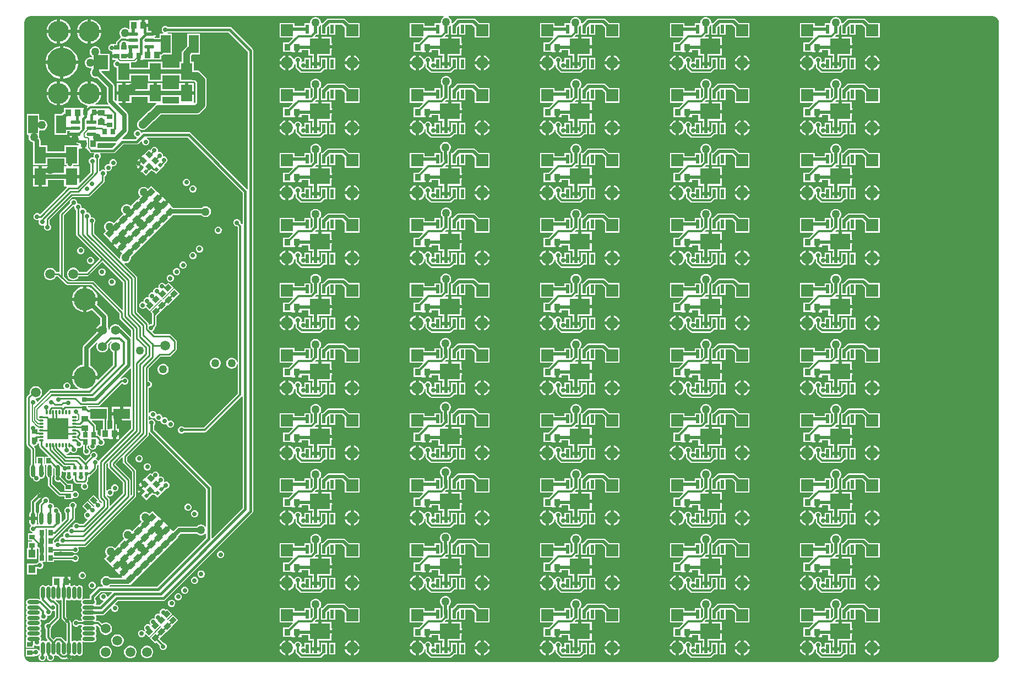
<source format=gbl>
G04*
G04 #@! TF.GenerationSoftware,Altium Limited,Altium Designer,22.10.1 (41)*
G04*
G04 Layer_Physical_Order=4*
G04 Layer_Color=16711680*
%FSLAX25Y25*%
%MOIN*%
G70*
G04*
G04 #@! TF.SameCoordinates,C65821A1-17F7-41E3-85A7-462E8C27BB40*
G04*
G04*
G04 #@! TF.FilePolarity,Positive*
G04*
G01*
G75*
%ADD10R,0.03347X0.02953*%
%ADD16P,0.03062X4X270.0*%
G04:AMPARAMS|DCode=17|XSize=41.34mil|YSize=37.4mil|CornerRadius=0mil|HoleSize=0mil|Usage=FLASHONLY|Rotation=45.000|XOffset=0mil|YOffset=0mil|HoleType=Round|Shape=Rectangle|*
%AMROTATEDRECTD17*
4,1,4,-0.00139,-0.02784,-0.02784,-0.00139,0.00139,0.02784,0.02784,0.00139,-0.00139,-0.02784,0.0*
%
%ADD17ROTATEDRECTD17*%

G04:AMPARAMS|DCode=19|XSize=33.47mil|YSize=29.53mil|CornerRadius=0mil|HoleSize=0mil|Usage=FLASHONLY|Rotation=315.000|XOffset=0mil|YOffset=0mil|HoleType=Round|Shape=Rectangle|*
%AMROTATEDRECTD19*
4,1,4,-0.02227,0.00139,-0.00139,0.02227,0.02227,-0.00139,0.00139,-0.02227,-0.02227,0.00139,0.0*
%
%ADD19ROTATEDRECTD19*%

%ADD20R,0.04134X0.03740*%
G04:AMPARAMS|DCode=22|XSize=33.47mil|YSize=29.53mil|CornerRadius=0mil|HoleSize=0mil|Usage=FLASHONLY|Rotation=45.000|XOffset=0mil|YOffset=0mil|HoleType=Round|Shape=Rectangle|*
%AMROTATEDRECTD22*
4,1,4,-0.00139,-0.02227,-0.02227,-0.00139,0.00139,0.02227,0.02227,0.00139,-0.00139,-0.02227,0.0*
%
%ADD22ROTATEDRECTD22*%

%ADD24R,0.03740X0.04134*%
%ADD37C,0.07284*%
%ADD38R,0.07284X0.07284*%
%ADD49C,0.01181*%
%ADD50C,0.00787*%
%ADD51C,0.01575*%
%ADD52C,0.00984*%
%ADD53C,0.02756*%
%ADD54C,0.03937*%
%ADD55C,0.12720*%
%ADD56C,0.17717*%
%ADD57R,0.08858X0.08858*%
%ADD58C,0.13583*%
%ADD59C,0.05591*%
%ADD60C,0.02756*%
%ADD61C,0.05906*%
%ADD62C,0.21654*%
%ADD63C,0.05000*%
%ADD64C,0.39370*%
%ADD65C,0.01968*%
%ADD66R,0.12992X0.12992*%
G04:AMPARAMS|DCode=67|XSize=11.81mil|YSize=29.53mil|CornerRadius=5.91mil|HoleSize=0mil|Usage=FLASHONLY|Rotation=180.000|XOffset=0mil|YOffset=0mil|HoleType=Round|Shape=RoundedRectangle|*
%AMROUNDEDRECTD67*
21,1,0.01181,0.01772,0,0,180.0*
21,1,0.00000,0.02953,0,0,180.0*
1,1,0.01181,0.00000,0.00886*
1,1,0.01181,0.00000,0.00886*
1,1,0.01181,0.00000,-0.00886*
1,1,0.01181,0.00000,-0.00886*
%
%ADD67ROUNDEDRECTD67*%
G04:AMPARAMS|DCode=68|XSize=29.53mil|YSize=11.81mil|CornerRadius=5.91mil|HoleSize=0mil|Usage=FLASHONLY|Rotation=180.000|XOffset=0mil|YOffset=0mil|HoleType=Round|Shape=RoundedRectangle|*
%AMROUNDEDRECTD68*
21,1,0.02953,0.00000,0,0,180.0*
21,1,0.01772,0.01181,0,0,180.0*
1,1,0.01181,-0.00886,0.00000*
1,1,0.01181,0.00886,0.00000*
1,1,0.01181,0.00886,0.00000*
1,1,0.01181,-0.00886,0.00000*
%
%ADD68ROUNDEDRECTD68*%
%ADD69R,0.02953X0.01181*%
%ADD70R,0.07087X0.10236*%
%ADD71O,0.02362X0.07677*%
%ADD72O,0.07677X0.02362*%
%ADD73R,0.04331X0.04921*%
%ADD74R,0.02165X0.02165*%
%ADD75R,0.10236X0.06299*%
%ADD76R,0.02953X0.03347*%
%ADD77O,0.02559X0.07480*%
%ADD78P,0.03062X4X360.0*%
%ADD79R,0.05906X0.11024*%
%ADD80R,0.06062X0.02228*%
G04:AMPARAMS|DCode=81|XSize=60.62mil|YSize=22.28mil|CornerRadius=11.14mil|HoleSize=0mil|Usage=FLASHONLY|Rotation=180.000|XOffset=0mil|YOffset=0mil|HoleType=Round|Shape=RoundedRectangle|*
%AMROUNDEDRECTD81*
21,1,0.06062,0.00000,0,0,180.0*
21,1,0.03834,0.02228,0,0,180.0*
1,1,0.02228,-0.01917,0.00000*
1,1,0.02228,0.01917,0.00000*
1,1,0.02228,0.01917,0.00000*
1,1,0.02228,-0.01917,0.00000*
%
%ADD81ROUNDEDRECTD81*%
%ADD82R,0.02756X0.02756*%
%ADD83R,0.02097X0.05528*%
%ADD84R,0.12200X0.09500*%
%ADD85C,0.05000*%
%ADD86C,0.00591*%
G36*
X588476Y392269D02*
X589367Y391900D01*
X590132Y391313D01*
X590719Y390548D01*
X591088Y389657D01*
X591211Y388721D01*
X591207Y388701D01*
Y5000D01*
X591211Y4979D01*
X591088Y4044D01*
X590719Y3153D01*
X590132Y2388D01*
X589367Y1801D01*
X588476Y1432D01*
X587540Y1309D01*
X587520Y1313D01*
X5000D01*
X4979Y1309D01*
X4044Y1432D01*
X3153Y1801D01*
X2388Y2388D01*
X1801Y3153D01*
X1432Y4044D01*
X1309Y4979D01*
X1313Y5000D01*
Y388189D01*
Y388701D01*
X1309Y388721D01*
X1432Y389657D01*
X1801Y390548D01*
X2388Y391313D01*
X3153Y391900D01*
X4044Y392269D01*
X4979Y392392D01*
X5000Y392388D01*
X255028D01*
X255161Y391888D01*
X254674Y391607D01*
X254062Y390995D01*
X253629Y390245D01*
X253405Y389409D01*
Y388591D01*
X253383Y388522D01*
X252993Y388151D01*
X249587D01*
Y386406D01*
X243530D01*
Y388242D01*
X234671D01*
Y379383D01*
X242366D01*
X242557Y378922D01*
X240066Y376431D01*
X236738D01*
Y370722D01*
X241822D01*
X242234Y370509D01*
X242234Y370509D01*
X242234Y370509D01*
X244105D01*
Y373576D01*
X246105D01*
Y370509D01*
X247974D01*
Y371770D01*
X251823D01*
Y368386D01*
X254617D01*
Y367436D01*
X254375D01*
Y364672D01*
X256423D01*
X258472D01*
Y367436D01*
X258230D01*
Y368386D01*
X266023D01*
Y372164D01*
X268234D01*
X268926Y372301D01*
X269512Y372693D01*
X269903Y373279D01*
X270041Y373970D01*
X269903Y374661D01*
X269512Y375247D01*
X268926Y375639D01*
X268234Y375776D01*
X266023D01*
Y379886D01*
X259923D01*
Y374136D01*
X257923D01*
Y379886D01*
X256065D01*
X255874Y380348D01*
X256574Y381048D01*
X258259D01*
Y384489D01*
X258294Y384664D01*
Y386105D01*
X258711Y386346D01*
X259087Y386722D01*
X259588Y386515D01*
Y381048D01*
X263259D01*
Y385597D01*
X264126Y386463D01*
X264587Y386272D01*
Y381048D01*
X268259D01*
Y387342D01*
X272387D01*
X274042Y385687D01*
Y379383D01*
X282900D01*
Y388242D01*
X276596D01*
X274412Y390425D01*
X273826Y390817D01*
X273135Y390954D01*
X264256D01*
X263565Y390817D01*
X262979Y390425D01*
X260748Y388195D01*
X260231Y388216D01*
X259980Y388544D01*
Y389409D01*
X259756Y390245D01*
X259324Y390995D01*
X258711Y391607D01*
X258224Y391888D01*
X258358Y392388D01*
X587520D01*
X587540Y392392D01*
X588476Y392269D01*
D02*
G37*
%LPC*%
G36*
X76197Y390075D02*
X74327D01*
Y388008D01*
X76197D01*
Y390075D01*
D02*
G37*
G36*
X177992Y391870D02*
X177126D01*
X176290Y391646D01*
X175540Y391213D01*
X174928Y390601D01*
X174496Y389852D01*
X174272Y389016D01*
Y388151D01*
X170847D01*
Y386406D01*
X164789D01*
Y388242D01*
X155931D01*
Y379383D01*
X163626D01*
X163817Y378922D01*
X161326Y376431D01*
X157998D01*
Y370722D01*
X163082D01*
X163494Y370509D01*
X163494Y370509D01*
X163494Y370509D01*
X165364D01*
Y373576D01*
X167364D01*
Y370509D01*
X169234D01*
Y371770D01*
X173083D01*
Y368386D01*
X175877D01*
Y367436D01*
X175635D01*
Y364672D01*
X177683D01*
X179732D01*
Y367436D01*
X179490D01*
Y368386D01*
X187283D01*
Y372164D01*
X189494D01*
X190185Y372301D01*
X190771Y372693D01*
X191163Y373279D01*
X191301Y373970D01*
X191163Y374661D01*
X190771Y375247D01*
X190185Y375639D01*
X189494Y375776D01*
X187283D01*
Y379886D01*
X181183D01*
Y374136D01*
X179183D01*
Y379886D01*
X177325D01*
X177134Y380348D01*
X177834Y381048D01*
X179519D01*
Y385918D01*
X179578Y385952D01*
X180190Y386564D01*
X180347Y386837D01*
X180847Y386703D01*
Y381048D01*
X184519D01*
Y385597D01*
X185385Y386463D01*
X185847Y386272D01*
Y381048D01*
X189519D01*
Y387342D01*
X193647D01*
X195301Y385687D01*
Y379383D01*
X204160D01*
Y388242D01*
X197856D01*
X195672Y390425D01*
X195086Y390817D01*
X194395Y390954D01*
X185516D01*
X184825Y390817D01*
X184239Y390425D01*
X181964Y388151D01*
X180847Y388151D01*
X180847Y388651D01*
Y389016D01*
X180622Y389852D01*
X180190Y390601D01*
X179578Y391213D01*
X178828Y391646D01*
X177992Y391870D01*
D02*
G37*
G36*
X492952D02*
X492087D01*
X491251Y391646D01*
X490501Y391213D01*
X489889Y390601D01*
X489456Y389852D01*
X489232Y389016D01*
Y388151D01*
X485808D01*
Y386406D01*
X479750D01*
Y388242D01*
X470892D01*
Y379383D01*
X478586D01*
X478778Y378922D01*
X476287Y376431D01*
X472959D01*
Y370722D01*
X478043D01*
X478455Y370509D01*
X478455Y370509D01*
X478455Y370509D01*
X480325D01*
Y373576D01*
X482325D01*
Y370509D01*
X484195D01*
Y371770D01*
X488044D01*
Y368386D01*
X490837D01*
Y367436D01*
X490595D01*
Y364672D01*
X492644D01*
X494692D01*
Y367436D01*
X494450D01*
Y368386D01*
X502244D01*
Y372164D01*
X504455D01*
X505146Y372301D01*
X505732Y372693D01*
X506124Y373279D01*
X506261Y373970D01*
X506124Y374661D01*
X505732Y375247D01*
X505146Y375639D01*
X504455Y375776D01*
X502244D01*
Y379886D01*
X496144D01*
Y374136D01*
X494144D01*
Y379886D01*
X492286D01*
X492094Y380348D01*
X492795Y381048D01*
X494480D01*
Y385918D01*
X494538Y385952D01*
X495150Y386564D01*
X495308Y386837D01*
X495808Y386703D01*
Y381048D01*
X499480D01*
Y385597D01*
X500346Y386463D01*
X500808Y386272D01*
Y381048D01*
X504480D01*
Y387342D01*
X508607D01*
X510262Y385687D01*
Y379383D01*
X519120D01*
Y388242D01*
X512816D01*
X510633Y390425D01*
X510047Y390817D01*
X509355Y390954D01*
X500477D01*
X499785Y390817D01*
X499199Y390425D01*
X496925Y388151D01*
X495808Y388151D01*
X495807Y388651D01*
Y389016D01*
X495583Y389852D01*
X495150Y390601D01*
X494538Y391213D01*
X493789Y391646D01*
X492952Y391870D01*
D02*
G37*
G36*
X414212D02*
X413347D01*
X412511Y391646D01*
X411761Y391213D01*
X411149Y390601D01*
X410716Y389852D01*
X410492Y389016D01*
Y388151D01*
X407068D01*
Y386406D01*
X401010D01*
Y388242D01*
X392152D01*
Y379383D01*
X399846D01*
X400037Y378922D01*
X397547Y376431D01*
X394219D01*
Y370722D01*
X399303D01*
X399715Y370509D01*
X399715Y370509D01*
X399715Y370509D01*
X401585D01*
Y373576D01*
X403585D01*
Y370509D01*
X405455D01*
Y371770D01*
X409304D01*
Y368386D01*
X412097D01*
Y367436D01*
X411855D01*
Y364672D01*
X413904D01*
X415952D01*
Y367436D01*
X415710D01*
Y368386D01*
X423504D01*
Y372164D01*
X425715D01*
X426406Y372301D01*
X426992Y372693D01*
X427384Y373279D01*
X427521Y373970D01*
X427384Y374661D01*
X426992Y375247D01*
X426406Y375639D01*
X425715Y375776D01*
X423504D01*
Y379886D01*
X417404D01*
Y374136D01*
X415404D01*
Y379886D01*
X413545D01*
X413354Y380348D01*
X414055Y381048D01*
X415739D01*
Y385918D01*
X415798Y385952D01*
X416410Y386564D01*
X416568Y386837D01*
X417068Y386703D01*
Y381048D01*
X420740D01*
Y385597D01*
X421606Y386463D01*
X422068Y386272D01*
Y381048D01*
X425739D01*
Y387342D01*
X429867D01*
X431522Y385687D01*
Y379383D01*
X440380D01*
Y388242D01*
X434076D01*
X431893Y390425D01*
X431307Y390817D01*
X430615Y390954D01*
X421736D01*
X421045Y390817D01*
X420459Y390425D01*
X418185Y388151D01*
X417068Y388151D01*
X417067Y388651D01*
Y389016D01*
X416843Y389852D01*
X416410Y390601D01*
X415798Y391213D01*
X415048Y391646D01*
X414212Y391870D01*
D02*
G37*
G36*
X335472D02*
X334607D01*
X333770Y391646D01*
X333021Y391213D01*
X332409Y390601D01*
X331976Y389852D01*
X331752Y389016D01*
Y388151D01*
X328328D01*
Y386406D01*
X322270D01*
Y388242D01*
X313411D01*
Y379383D01*
X321106D01*
X321297Y378922D01*
X318807Y376431D01*
X315478D01*
Y370722D01*
X320563D01*
X320974Y370509D01*
X320974Y370509D01*
X320975Y370509D01*
X322845D01*
Y373576D01*
X324845D01*
Y370509D01*
X326715D01*
Y371770D01*
X330563D01*
Y368386D01*
X333357D01*
Y367436D01*
X333115D01*
Y364672D01*
X335163D01*
X337212D01*
Y367436D01*
X336970D01*
Y368386D01*
X344763D01*
Y372164D01*
X346974D01*
X347666Y372301D01*
X348252Y372693D01*
X348643Y373279D01*
X348781Y373970D01*
X348643Y374661D01*
X348252Y375247D01*
X347666Y375639D01*
X346974Y375776D01*
X344763D01*
Y379886D01*
X338664D01*
Y374136D01*
X336664D01*
Y379886D01*
X334805D01*
X334614Y380348D01*
X335315Y381048D01*
X336999D01*
Y385918D01*
X337058Y385952D01*
X337670Y386564D01*
X337828Y386837D01*
X338328Y386703D01*
Y381048D01*
X341999D01*
Y385597D01*
X342866Y386463D01*
X343328Y386272D01*
Y381048D01*
X346999D01*
Y387342D01*
X351127D01*
X352782Y385687D01*
Y379383D01*
X361640D01*
Y388242D01*
X355336D01*
X353152Y390425D01*
X352566Y390817D01*
X351875Y390954D01*
X342996D01*
X342305Y390817D01*
X341719Y390425D01*
X339445Y388151D01*
X338328Y388151D01*
X338327Y388651D01*
Y389016D01*
X338103Y389852D01*
X337670Y390601D01*
X337058Y391213D01*
X336308Y391646D01*
X335472Y391870D01*
D02*
G37*
G36*
X70457Y390075D02*
X70276Y389862D01*
X64961D01*
Y384884D01*
X64461Y384677D01*
X64223Y384914D01*
X63474Y385347D01*
X62638Y385571D01*
X61772D01*
X60936Y385347D01*
X60186Y384914D01*
X59574Y384302D01*
X59141Y383552D01*
X58917Y382716D01*
Y381851D01*
X59141Y381015D01*
X59574Y380265D01*
X59715Y380124D01*
X59578Y379554D01*
X59277Y379352D01*
X57176Y377251D01*
X56871Y376795D01*
X56764Y376258D01*
Y375689D01*
X54626D01*
Y375394D01*
X53900D01*
X53104Y375064D01*
X52495Y374455D01*
X52165Y373659D01*
Y372798D01*
X52495Y372002D01*
X53104Y371393D01*
X53900Y371063D01*
X54029D01*
X54413Y370783D01*
X54413Y370758D01*
Y369307D01*
X57087D01*
Y367307D01*
X54413D01*
Y365831D01*
X56418D01*
X56517Y365331D01*
X56254Y365222D01*
X55645Y364612D01*
X55315Y363816D01*
Y362955D01*
X55645Y362159D01*
X56254Y361550D01*
X57050Y361221D01*
X57284D01*
Y352953D01*
X65945D01*
Y356650D01*
X76181D01*
Y352953D01*
X84842D01*
Y356650D01*
X95079D01*
Y352953D01*
X103190D01*
X103405Y352924D01*
X104197D01*
X104952Y352170D01*
Y340350D01*
X104453Y339851D01*
X103953Y340058D01*
Y344866D01*
X99409D01*
Y345866D01*
X98409D01*
Y351984D01*
X94866D01*
Y348074D01*
X85055D01*
Y351984D01*
X81512D01*
Y345866D01*
X79512D01*
Y351984D01*
X75968D01*
Y348074D01*
X68934D01*
X68616Y348574D01*
X68743Y349213D01*
X68575Y350058D01*
X68097Y350774D01*
X67380Y351252D01*
X66535Y351420D01*
X66158D01*
Y351984D01*
X62614D01*
Y345866D01*
Y339748D01*
X66158D01*
Y343658D01*
X75968D01*
Y339748D01*
X81015D01*
X81073Y339668D01*
X81091Y339607D01*
X81019Y339092D01*
X80847Y338960D01*
X80659Y338851D01*
X80505Y338697D01*
X80333Y338565D01*
X76734Y334967D01*
X76684Y334953D01*
X76496Y334844D01*
X76295Y334761D01*
X76122Y334629D01*
X75934Y334520D01*
X75781Y334367D01*
X75608Y334234D01*
X70490Y329116D01*
X70358Y328944D01*
X70204Y328790D01*
X70095Y328602D01*
X69963Y328430D01*
X69880Y328229D01*
X69771Y328041D01*
X69715Y327831D01*
X69632Y327630D01*
X69604Y327414D01*
X69547Y327204D01*
Y326987D01*
X69519Y326772D01*
X69547Y326556D01*
Y326339D01*
X69604Y326129D01*
X69632Y325914D01*
X69715Y325713D01*
X69771Y325503D01*
X69880Y325315D01*
X69963Y325114D01*
X70095Y324941D01*
X70204Y324753D01*
X70358Y324600D01*
X70490Y324427D01*
X70662Y324295D01*
X70816Y324141D01*
X71004Y324032D01*
X71177Y323900D01*
X71377Y323817D01*
X71566Y323708D01*
X71776Y323652D01*
X71976Y323569D01*
X72192Y323540D01*
X72402Y323484D01*
X72619D01*
X72835Y323456D01*
X73050Y323484D01*
X73267D01*
X73477Y323540D01*
X73693Y323569D01*
X73894Y323652D01*
X74103Y323708D01*
X74292Y323817D01*
X74493Y323900D01*
X74665Y324032D01*
X74853Y324141D01*
X75007Y324295D01*
X75179Y324427D01*
X79605Y328853D01*
X80004Y329018D01*
X80691Y329545D01*
X84051Y332905D01*
X105512D01*
X106370Y333018D01*
X107170Y333349D01*
X107856Y333876D01*
X110612Y336632D01*
X111139Y337318D01*
X111470Y338118D01*
X111583Y338976D01*
Y353543D01*
X111470Y354401D01*
X111139Y355201D01*
X110612Y355888D01*
X107915Y358585D01*
X107229Y359112D01*
X106429Y359443D01*
X105571Y359556D01*
X103740D01*
Y364764D01*
X102189D01*
Y368590D01*
X102884Y369284D01*
X102936Y369291D01*
X107480D01*
Y381890D01*
X100000D01*
Y374204D01*
X99750Y374013D01*
X97444Y371707D01*
X97002Y371131D01*
X96724Y370460D01*
X96630Y369741D01*
Y364764D01*
X95079D01*
Y361066D01*
X84842D01*
Y364764D01*
X76181D01*
Y361066D01*
X65945D01*
Y364433D01*
X67999D01*
X67999Y364433D01*
X68460Y364524D01*
X68851Y364786D01*
X69669Y365604D01*
Y368504D01*
X71669D01*
Y365831D01*
X73146D01*
X73228Y366043D01*
X78543D01*
Y366043D01*
X78937D01*
Y366043D01*
X84252D01*
Y368630D01*
X84571Y368694D01*
X85092Y369042D01*
X85342Y369291D01*
X90551D01*
Y381890D01*
X88109D01*
X87925Y382390D01*
X88161Y382646D01*
X124925D01*
X136583Y370988D01*
Y345669D01*
Y287753D01*
X136440Y287654D01*
X136083Y287562D01*
X101939Y321706D01*
X101418Y322054D01*
X100803Y322177D01*
X100803Y322177D01*
X73524D01*
X73524Y322177D01*
X72909Y322054D01*
X72509Y321787D01*
X72094Y321871D01*
X71935Y321960D01*
X71718Y322486D01*
X71109Y323095D01*
X70313Y323425D01*
X69451D01*
X68655Y323095D01*
X68046Y322486D01*
X67716Y321691D01*
Y320829D01*
X68046Y320033D01*
X68655Y319424D01*
X69181Y319206D01*
X69315Y318633D01*
X68626Y317944D01*
X60750D01*
X60543Y318444D01*
X63569Y321470D01*
X64048Y322187D01*
X64216Y323031D01*
Y332480D01*
X64048Y333325D01*
X63569Y334041D01*
X58324Y339286D01*
X58516Y339748D01*
X60614D01*
Y344866D01*
X57071D01*
Y341193D01*
X56609Y341002D01*
X55751Y341859D01*
Y349820D01*
X55583Y350665D01*
X55104Y351381D01*
X47832Y358654D01*
X47874Y358905D01*
X48065Y359154D01*
X52854D01*
Y369587D01*
X47673D01*
X47289Y370087D01*
X47382Y370433D01*
Y371299D01*
X47158Y372135D01*
X46725Y372885D01*
X46113Y373497D01*
X45363Y373930D01*
X44527Y374153D01*
X43662D01*
X42826Y373930D01*
X42076Y373497D01*
X41464Y372885D01*
X41031Y372135D01*
X40807Y371299D01*
Y370433D01*
X41031Y369597D01*
X41464Y368848D01*
X42076Y368236D01*
X42257Y368131D01*
X42272Y367786D01*
X41839Y367443D01*
X41771Y367461D01*
X40906D01*
X40070Y367237D01*
X39320Y366804D01*
X38708Y366192D01*
X38275Y365442D01*
X38051Y364606D01*
Y363740D01*
X38275Y362904D01*
X38708Y362155D01*
X39320Y361543D01*
X40070Y361110D01*
X40906Y360886D01*
X41750D01*
X41797Y360835D01*
X42001Y360430D01*
X41858Y360286D01*
X41425Y359537D01*
X41201Y358700D01*
Y357835D01*
X41425Y356999D01*
X41858Y356249D01*
X42470Y355637D01*
X43219Y355204D01*
X44055Y354980D01*
X44921D01*
X45189Y355052D01*
X51336Y348905D01*
Y340945D01*
X51504Y340100D01*
X51982Y339384D01*
X52145Y339221D01*
X51938Y338721D01*
X44263D01*
X44148Y339221D01*
X45243Y339952D01*
X46268Y340977D01*
X47074Y342183D01*
X47629Y343522D01*
X47857Y344669D01*
X33246D01*
X33474Y343522D01*
X34029Y342183D01*
X34834Y340977D01*
X35859Y339952D01*
X37065Y339147D01*
X38404Y338592D01*
X39597Y338355D01*
X39779Y337829D01*
X39386Y337436D01*
Y334252D01*
X37386D01*
Y336925D01*
X35909D01*
Y336713D01*
X31004D01*
Y336713D01*
X30610D01*
Y336713D01*
X25295D01*
Y334263D01*
X24779Y334161D01*
X24258Y333812D01*
X23517Y333071D01*
X19685D01*
Y320472D01*
X27165D01*
Y323001D01*
X28856D01*
X29008Y322501D01*
X28842Y322390D01*
X28492Y321866D01*
X32283D01*
Y319866D01*
X28492D01*
X28842Y319342D01*
X29542Y318875D01*
X30123Y318759D01*
X30380Y318370D01*
X30386Y318239D01*
X30382Y318211D01*
X30284Y317717D01*
X30406Y317102D01*
X30754Y316581D01*
X31275Y316233D01*
X31890Y316111D01*
X31890Y316111D01*
X32151D01*
X32764Y315498D01*
X32764Y315498D01*
X33285Y315150D01*
X33899Y315028D01*
X34212D01*
X34378Y314621D01*
X34125Y314173D01*
X25591D01*
Y310475D01*
X15354D01*
Y314173D01*
X11066D01*
Y316912D01*
X10898Y317757D01*
X10419Y318474D01*
X10302Y318591D01*
X10374Y318859D01*
Y319724D01*
X10190Y320412D01*
X10236Y320472D01*
X10236D01*
Y322967D01*
X10736Y323263D01*
X11378Y323091D01*
X12244D01*
X13080Y323315D01*
X13829Y323747D01*
X14442Y324359D01*
X14874Y325109D01*
X15098Y325945D01*
Y326811D01*
X14874Y327647D01*
X14442Y328397D01*
X13829Y329009D01*
X13080Y329441D01*
X12244Y329665D01*
X11378D01*
X10736Y329493D01*
X10236Y329789D01*
Y333071D01*
X2756D01*
Y320472D01*
X3589D01*
X3893Y320076D01*
X3799Y319724D01*
Y318859D01*
X4023Y318022D01*
X4456Y317273D01*
X5068Y316661D01*
X5818Y316228D01*
X6641Y316007D01*
X6650Y315998D01*
Y310433D01*
X6693Y310220D01*
Y302362D01*
X15354D01*
Y306060D01*
X25591D01*
Y302362D01*
X26816D01*
X27010Y301894D01*
X26781Y301394D01*
X25378D01*
Y297483D01*
X18979D01*
X18712Y297983D01*
X18969Y298368D01*
X19137Y299213D01*
X18969Y300058D01*
X18490Y300774D01*
X17774Y301252D01*
X16929Y301420D01*
X16084Y301252D01*
X16067Y301241D01*
X15567Y301345D01*
Y301394D01*
X12024D01*
Y295276D01*
Y289158D01*
X15567D01*
Y293068D01*
X25378D01*
Y289158D01*
X26763D01*
X26970Y288657D01*
X10648Y272336D01*
X10282Y272702D01*
X9486Y273031D01*
X8624D01*
X7829Y272702D01*
X7219Y272093D01*
X6890Y271297D01*
Y270435D01*
X7219Y269640D01*
X7829Y269030D01*
X8624Y268701D01*
X9486D01*
X9753Y268811D01*
X10136Y268429D01*
X10039Y268197D01*
Y267335D01*
X10369Y266539D01*
X10978Y265930D01*
X11774Y265601D01*
X12635D01*
X12952Y265732D01*
X13334Y265349D01*
X13189Y264998D01*
Y264136D01*
X13519Y263340D01*
X14128Y262731D01*
X14924Y262402D01*
X15785D01*
X16581Y262731D01*
X17190Y263340D01*
X17520Y264136D01*
Y264998D01*
X17190Y265793D01*
X16659Y266325D01*
Y269145D01*
X30462Y282947D01*
X40157D01*
X40657Y283047D01*
X41080Y283330D01*
X49514Y291763D01*
X49796Y292186D01*
X49896Y292686D01*
Y295278D01*
X50211Y295408D01*
X50820Y296018D01*
X51150Y296813D01*
Y297675D01*
X50924Y298220D01*
X51307Y298602D01*
X51735Y298425D01*
X52596D01*
X53392Y298755D01*
X54001Y299364D01*
X54331Y300160D01*
Y301021D01*
X54329Y301027D01*
X54682Y301380D01*
X54687Y301378D01*
X55549D01*
X56345Y301708D01*
X56954Y302317D01*
X57284Y303113D01*
Y303974D01*
X56954Y304770D01*
X56345Y305379D01*
X55549Y305709D01*
X54687D01*
X53891Y305379D01*
X53282Y304770D01*
X52953Y303974D01*
Y303113D01*
X52955Y303107D01*
X52601Y302754D01*
X52596Y302756D01*
X51735D01*
X50939Y302426D01*
X50330Y301817D01*
X50000Y301021D01*
Y300160D01*
X50226Y299615D01*
X49843Y299232D01*
X49415Y299410D01*
X48554D01*
X47758Y299080D01*
X47166Y298488D01*
X47074Y298493D01*
X46666Y298612D01*
Y305858D01*
X47197Y306389D01*
X47527Y307185D01*
Y308047D01*
X47197Y308842D01*
X47084Y308956D01*
X47275Y309418D01*
X55118D01*
X55118Y309418D01*
X55733Y309540D01*
X56253Y309888D01*
X61098Y314733D01*
X69291D01*
X69291Y314733D01*
X69906Y314855D01*
X70427Y315203D01*
X72176Y316952D01*
X72475Y316834D01*
X72638Y316707D01*
Y315908D01*
X72967Y315112D01*
X73577Y314503D01*
X74372Y314173D01*
X75234D01*
X76030Y314503D01*
X76639Y315112D01*
X76968Y315908D01*
Y316769D01*
X76639Y317565D01*
X76030Y318174D01*
X75327Y318465D01*
X75427Y318965D01*
X100138D01*
X133434Y285670D01*
Y266447D01*
X132934Y266296D01*
X132930Y266301D01*
X132087Y267144D01*
Y267754D01*
X131757Y268549D01*
X131148Y269159D01*
X130352Y269488D01*
X129491D01*
X128695Y269159D01*
X128086Y268549D01*
X127756Y267754D01*
Y266892D01*
X128086Y266096D01*
X128695Y265487D01*
X129491Y265158D01*
X130100D01*
X130532Y264725D01*
Y182883D01*
X130032Y182817D01*
X129835Y183552D01*
X129402Y184302D01*
X128790Y184914D01*
X128041Y185347D01*
X127204Y185571D01*
X126339D01*
X125503Y185347D01*
X124753Y184914D01*
X124141Y184302D01*
X123708Y183552D01*
X123484Y182716D01*
Y181851D01*
X123708Y181015D01*
X124141Y180265D01*
X124753Y179653D01*
X125503Y179220D01*
X126339Y178996D01*
X127204D01*
X128041Y179220D01*
X128790Y179653D01*
X129402Y180265D01*
X129835Y181015D01*
X130032Y181750D01*
X130532Y181684D01*
Y163621D01*
X110048Y143137D01*
X98114D01*
X97683Y143568D01*
X96887Y143898D01*
X96026D01*
X95230Y143568D01*
X94621Y142959D01*
X94291Y142163D01*
Y141302D01*
X94621Y140506D01*
X95230Y139897D01*
X96026Y139567D01*
X96887D01*
X97683Y139897D01*
X98114Y140327D01*
X110630D01*
X111168Y140434D01*
X111623Y140739D01*
X132930Y162046D01*
X132934Y162051D01*
X133434Y161899D01*
Y94366D01*
X115098Y76030D01*
X114598Y76237D01*
Y106693D01*
X114476Y107307D01*
X114128Y107828D01*
X114128Y107828D01*
X79952Y142004D01*
Y144606D01*
X80182Y144836D01*
X80512Y145632D01*
Y146494D01*
X80182Y147290D01*
X79573Y147899D01*
X78777Y148228D01*
X77916D01*
X77120Y147899D01*
X77001Y147780D01*
X76501Y147987D01*
Y150671D01*
X76968Y150750D01*
X77298Y149954D01*
X77907Y149345D01*
X78703Y149016D01*
X79565D01*
X80012Y149201D01*
X80512Y148867D01*
Y148782D01*
X80841Y147986D01*
X81451Y147377D01*
X82247Y147047D01*
X83108D01*
X83555Y147232D01*
X84055Y146898D01*
Y146813D01*
X84385Y146018D01*
X84994Y145408D01*
X85790Y145079D01*
X86651D01*
X87098Y145264D01*
X87598Y144930D01*
Y144845D01*
X87928Y144049D01*
X88537Y143440D01*
X89333Y143110D01*
X90194D01*
X90990Y143440D01*
X91600Y144049D01*
X91929Y144845D01*
Y145706D01*
X91600Y146502D01*
X90990Y147111D01*
X90194Y147441D01*
X89333D01*
X88886Y147256D01*
X88386Y147590D01*
Y147675D01*
X88056Y148471D01*
X87447Y149080D01*
X86651Y149409D01*
X85790D01*
X85343Y149224D01*
X84842Y149558D01*
Y149643D01*
X84513Y150439D01*
X83904Y151048D01*
X83108Y151378D01*
X82247D01*
X81799Y151193D01*
X81299Y151527D01*
Y151612D01*
X80970Y152408D01*
X80360Y153017D01*
X79565Y153347D01*
X78703D01*
X77907Y153017D01*
X77298Y152408D01*
X76968Y151612D01*
X76501Y151691D01*
Y167224D01*
X76710D01*
X77506Y167554D01*
X78115Y168163D01*
X78445Y168959D01*
Y169820D01*
X78115Y170616D01*
X77506Y171226D01*
X76710Y171555D01*
X76501D01*
Y178987D01*
X83611Y186097D01*
X88976D01*
X89476Y186196D01*
X89899Y186479D01*
X93049Y189629D01*
X93331Y190052D01*
X93431Y190551D01*
Y195669D01*
X93331Y196169D01*
X93049Y196592D01*
X90293Y199348D01*
X89869Y199630D01*
X89370Y199730D01*
X80068D01*
X78727Y201070D01*
X78825Y201561D01*
X79179Y201708D01*
X79788Y202317D01*
X80118Y203113D01*
Y203864D01*
X80939Y204685D01*
X81222Y205108D01*
X81321Y205607D01*
Y210721D01*
X84284Y213684D01*
Y213684D01*
X84347Y213748D01*
X87827Y217227D01*
X88284Y217291D01*
X88284D01*
X91764Y220771D01*
X95308Y224314D01*
X92106Y227515D01*
X88626Y224036D01*
X85361Y220770D01*
X84910Y220801D01*
X84831Y220912D01*
X84787Y221031D01*
X85008Y221252D01*
X87855Y224100D01*
X88209Y224453D01*
X88209Y224453D01*
X91689Y227933D01*
X88487Y231134D01*
X87111Y229758D01*
X86523Y229878D01*
X86461Y230028D01*
X85852Y230637D01*
X85056Y230967D01*
X84194D01*
X83399Y230637D01*
X82789Y230028D01*
X82460Y229232D01*
Y228371D01*
X82515Y228238D01*
X82132Y227856D01*
X81898Y227953D01*
X81036D01*
X80240Y227623D01*
X79631Y227014D01*
X79302Y226218D01*
Y225627D01*
X79195Y225313D01*
X78840Y225165D01*
X78284D01*
X77488Y224835D01*
X76879Y224226D01*
X76550Y223430D01*
Y222569D01*
X76595Y222461D01*
X76241Y222107D01*
X76148Y222146D01*
X75286D01*
X74490Y221816D01*
X73881Y221207D01*
X73552Y220411D01*
Y219831D01*
X73498Y219529D01*
X73090Y219369D01*
X72609D01*
X71813Y219040D01*
X71204Y218430D01*
X70874Y217635D01*
Y216773D01*
X71204Y215977D01*
X71813Y215368D01*
X72609Y215038D01*
X73470D01*
X74266Y215368D01*
X74875Y215977D01*
X75005Y216003D01*
X77185Y213823D01*
X80665Y217303D01*
Y217303D01*
X80728Y217367D01*
X83930Y220568D01*
X84381Y220537D01*
X84460Y220427D01*
X84504Y220307D01*
X84284Y220087D01*
X81146Y216949D01*
Y216949D01*
X81083Y216885D01*
X77603Y213406D01*
X78712Y212296D01*
Y206148D01*
X78273Y205709D01*
X77522D01*
X77001Y205493D01*
X76501Y205807D01*
Y205906D01*
X76402Y206405D01*
X76119Y206828D01*
X69415Y213532D01*
Y234252D01*
X69315Y234751D01*
X69033Y235174D01*
X61870Y242337D01*
X62129Y242786D01*
X62166Y242776D01*
X63031D01*
X63867Y243000D01*
X64617Y243432D01*
X65229Y244044D01*
X65662Y244794D01*
X65886Y245630D01*
Y246496D01*
X65885Y246498D01*
X68476Y249088D01*
X68615Y249228D01*
X72652Y253264D01*
X72791Y253403D01*
X76828Y257440D01*
X76967Y257579D01*
X81003Y261616D01*
X81003Y261616D01*
X81143Y261755D01*
X81143Y261755D01*
X85179Y265792D01*
X89355Y269968D01*
X89494Y270107D01*
X91323Y271936D01*
X108455D01*
X109005Y271385D01*
X109755Y270952D01*
X110591Y270728D01*
X111456D01*
X112293Y270952D01*
X113042Y271385D01*
X113654Y271997D01*
X114087Y272747D01*
X114311Y273583D01*
Y274448D01*
X114087Y275285D01*
X113654Y276034D01*
X113042Y276646D01*
X112293Y277079D01*
X111456Y277303D01*
X110591D01*
X109755Y277079D01*
X109005Y276646D01*
X108710Y276351D01*
X91323D01*
X89936Y277738D01*
X89795Y278180D01*
X89632Y278343D01*
X88473Y279502D01*
X86304Y277334D01*
X84890Y278748D01*
X87058Y280917D01*
X85736Y282239D01*
X84784Y283191D01*
X82615Y281022D01*
X81201Y282437D01*
X83370Y284605D01*
X82211Y285764D01*
X82047Y285928D01*
X81606Y286069D01*
X78011Y289664D01*
X76159Y287812D01*
X75645Y288327D01*
X74895Y288760D01*
X74059Y288984D01*
X73193D01*
X72357Y288760D01*
X71608Y288327D01*
X70995Y287715D01*
X70563Y286965D01*
X70339Y286129D01*
Y285264D01*
X70563Y284428D01*
X70995Y283678D01*
X71510Y283163D01*
X69798Y281451D01*
X69659Y281312D01*
X65720Y277373D01*
X65275Y277818D01*
X64525Y278251D01*
X63689Y278475D01*
X62823D01*
X61987Y278251D01*
X61238Y277818D01*
X60626Y277206D01*
X60193Y276456D01*
X59969Y275620D01*
Y274755D01*
X60193Y273918D01*
X60626Y273169D01*
X61071Y272724D01*
X57271Y268924D01*
X57132Y268784D01*
X55350Y267003D01*
X54835Y267517D01*
X54085Y267950D01*
X53249Y268174D01*
X52384D01*
X51548Y267950D01*
X50798Y267517D01*
X50186Y266905D01*
X49753Y266156D01*
X49529Y265320D01*
Y264454D01*
X49753Y263618D01*
X50186Y262868D01*
X50701Y262354D01*
X48919Y260572D01*
X52452Y257039D01*
X52514Y256977D01*
X52655Y256535D01*
X52818Y256372D01*
X53978Y255213D01*
X56146Y257382D01*
X57560Y255967D01*
X55392Y253799D01*
X56344Y252847D01*
X56344Y252847D01*
X57666Y251524D01*
X59835Y253693D01*
X61249Y252279D01*
X59080Y250110D01*
X60185Y249006D01*
X60403Y248788D01*
X60241Y248355D01*
X59968Y248081D01*
X59535Y247332D01*
X59311Y246496D01*
Y245630D01*
X59321Y245593D01*
X58873Y245335D01*
X43431Y260777D01*
Y266746D01*
X43962Y267277D01*
X44291Y268073D01*
Y268935D01*
X43962Y269730D01*
X43353Y270340D01*
X42557Y270669D01*
X41997D01*
X41654Y270788D01*
X41535Y271131D01*
Y271691D01*
X41206Y272486D01*
X40597Y273095D01*
X39801Y273425D01*
X39241D01*
X38898Y273544D01*
X38780Y273887D01*
Y274447D01*
X38450Y275242D01*
X37841Y275851D01*
X37045Y276181D01*
X36486D01*
X36142Y276300D01*
X36024Y276643D01*
Y277202D01*
X35694Y277998D01*
X35085Y278607D01*
X34289Y278937D01*
X33730D01*
X33386Y279056D01*
X33268Y279399D01*
Y279958D01*
X32938Y280754D01*
X32329Y281363D01*
X31533Y281693D01*
X30672D01*
X29876Y281363D01*
X29267Y280754D01*
X28937Y279958D01*
Y279207D01*
X23093Y273363D01*
X22810Y272940D01*
X22711Y272441D01*
Y237871D01*
X22674Y237807D01*
X22211Y237492D01*
X22047Y237525D01*
X20452D01*
X20414Y237664D01*
X19922Y238517D01*
X19226Y239213D01*
X18373Y239706D01*
X17422Y239961D01*
X16437D01*
X15485Y239706D01*
X14633Y239213D01*
X13936Y238517D01*
X13444Y237664D01*
X13189Y236713D01*
Y235728D01*
X13444Y234777D01*
X13936Y233924D01*
X14633Y233228D01*
X15485Y232735D01*
X16437Y232480D01*
X17422D01*
X18373Y232735D01*
X19226Y233228D01*
X19922Y233924D01*
X20414Y234777D01*
X20452Y234916D01*
X21507D01*
X23093Y233330D01*
X23093Y233330D01*
X26637Y229786D01*
X27060Y229503D01*
X27559Y229404D01*
X41979D01*
X58932Y212452D01*
Y209842D01*
X59031Y209343D01*
X59314Y208920D01*
X66018Y202216D01*
Y198464D01*
X65518Y198257D01*
X60332Y203443D01*
X59746Y203834D01*
X59615Y203860D01*
X59324Y204365D01*
X58657Y205032D01*
X57840Y205504D01*
X56928Y205748D01*
X55985D01*
X55074Y205504D01*
X54257Y205032D01*
X53590Y204365D01*
X53118Y203548D01*
X52874Y202637D01*
X52378Y202646D01*
Y202665D01*
X52119Y203630D01*
X51775Y204227D01*
Y210276D01*
X51607Y211121D01*
X51128Y211837D01*
X45079Y217885D01*
X45405Y218672D01*
X45658Y219945D01*
X38913D01*
Y213200D01*
X40186Y213453D01*
X41604Y214040D01*
X42249Y214471D01*
X47359Y209361D01*
Y205767D01*
X47118Y205702D01*
X46252Y205202D01*
X45546Y204496D01*
X45046Y203630D01*
X44921Y203165D01*
X48583D01*
Y201165D01*
X44921D01*
X45032Y200753D01*
X37337Y193057D01*
X36858Y192341D01*
X36690Y191496D01*
Y181244D01*
X35641Y181035D01*
X34223Y180448D01*
X32947Y179595D01*
X31861Y178510D01*
X31009Y177234D01*
X30422Y175816D01*
X30168Y174543D01*
X37913D01*
X45658D01*
X45405Y175816D01*
X44818Y177234D01*
X43965Y178510D01*
X42880Y179595D01*
X41604Y180448D01*
X41105Y180654D01*
Y190582D01*
X45264Y194740D01*
X45664Y194433D01*
X45244Y193706D01*
X45000Y192795D01*
Y191851D01*
X45244Y190940D01*
X45716Y190123D01*
X46383Y189456D01*
X47200Y188984D01*
X48111Y188740D01*
X49054D01*
X49966Y188984D01*
X50783Y189456D01*
X51450Y190123D01*
X51921Y190940D01*
X52165Y191851D01*
Y192795D01*
X51928Y193681D01*
X53911Y195664D01*
X54032Y195637D01*
X54114Y195473D01*
X54162Y195095D01*
X53590Y194523D01*
X53118Y193706D01*
X52874Y192795D01*
Y191851D01*
X53118Y190940D01*
X53590Y190123D01*
X54257Y189456D01*
X55052Y188997D01*
Y181098D01*
X46059Y172105D01*
X45618Y172341D01*
X45658Y172543D01*
X37913D01*
X30168D01*
X30422Y171271D01*
X31009Y169853D01*
X31861Y168577D01*
X32947Y167491D01*
X33845Y166891D01*
X33694Y166391D01*
X28915D01*
X28708Y166891D01*
X29001Y167184D01*
X29331Y167980D01*
Y168841D01*
X29001Y169637D01*
X28392Y170246D01*
X27596Y170576D01*
X26735D01*
X25939Y170246D01*
X25330Y169637D01*
X25000Y168841D01*
Y167980D01*
X25330Y167184D01*
X25622Y166891D01*
X25415Y166391D01*
X17348D01*
X16810Y166284D01*
X16355Y165979D01*
X16050Y165524D01*
X16017Y165358D01*
X9358Y158699D01*
X8858Y158906D01*
Y159092D01*
X8529Y159888D01*
X8090Y160327D01*
X8297Y160827D01*
X8760D01*
X9711Y161082D01*
X10564Y161574D01*
X11261Y162270D01*
X11753Y163123D01*
X12008Y164075D01*
Y165059D01*
X11753Y166011D01*
X11261Y166863D01*
X10564Y167560D01*
X9711Y168052D01*
X8760Y168307D01*
X7775D01*
X6824Y168052D01*
X5971Y167560D01*
X5275Y166863D01*
X4783Y166011D01*
X4528Y165059D01*
Y164075D01*
X4574Y163900D01*
X3015Y162340D01*
X2732Y161917D01*
X2632Y161417D01*
Y133071D01*
X2732Y132572D01*
X3015Y132148D01*
X5369Y129794D01*
Y121004D01*
X5183Y120880D01*
X4726Y120196D01*
X4566Y119390D01*
Y114469D01*
X4726Y113662D01*
X5183Y112978D01*
X5867Y112522D01*
X6496Y112396D01*
Y112168D01*
X6826Y111372D01*
X7435Y110763D01*
X8231Y110433D01*
X9092D01*
X9888Y110763D01*
X10497Y111372D01*
X10827Y112168D01*
X11327Y112430D01*
X11673Y112361D01*
X12480Y112522D01*
X13163Y112978D01*
X13620Y113662D01*
X13781Y114469D01*
Y114648D01*
X13976Y115120D01*
Y115982D01*
X13781Y116454D01*
Y119390D01*
X13642Y120087D01*
X13849Y120440D01*
X13958Y120556D01*
X14447Y120524D01*
X14701Y120071D01*
X14566Y119390D01*
Y114469D01*
X14726Y113662D01*
X15183Y112978D01*
X15624Y112683D01*
Y108661D01*
X15724Y108162D01*
X16007Y107739D01*
X21715Y102030D01*
X22139Y101748D01*
X22638Y101648D01*
X25492D01*
Y99705D01*
X30413D01*
Y100615D01*
X30913Y100800D01*
X31656Y100492D01*
X32517D01*
X33313Y100822D01*
X33922Y101431D01*
X34252Y102227D01*
Y103088D01*
X33922Y103884D01*
X33313Y104493D01*
X32517Y104823D01*
X31656D01*
X30860Y104493D01*
X30821Y104454D01*
X30413Y104232D01*
Y104232D01*
X30413Y104232D01*
X27095D01*
X26969Y104257D01*
X23178D01*
X18234Y109202D01*
Y113084D01*
X18620Y113662D01*
X18781Y114469D01*
Y118563D01*
X19242Y118774D01*
X19566Y118543D01*
Y114469D01*
X19726Y113662D01*
X19792Y113564D01*
X19488Y112832D01*
Y111971D01*
X19818Y111175D01*
X20427Y110566D01*
X21223Y110236D01*
X22084D01*
X22702Y110492D01*
X25492Y107702D01*
Y104823D01*
X30413D01*
Y109350D01*
X27534D01*
X23654Y113230D01*
X23531Y113528D01*
X23620Y113662D01*
X23781Y114469D01*
Y116681D01*
X24281Y116888D01*
X24559Y116610D01*
X25355Y116280D01*
X26216D01*
X26476Y116106D01*
Y114431D01*
X26181Y113718D01*
Y112857D01*
X26511Y112061D01*
X27120Y111452D01*
X27916Y111122D01*
X28777D01*
X29573Y111452D01*
X30182Y112061D01*
X30282Y112302D01*
X30782Y112203D01*
Y111614D01*
X30881Y111115D01*
X31164Y110692D01*
X32345Y109511D01*
X32768Y109228D01*
X33268Y109128D01*
X35537D01*
X35848Y108628D01*
X35630Y108102D01*
Y107241D01*
X35960Y106445D01*
X36569Y105836D01*
X37365Y105506D01*
X38226D01*
X39022Y105836D01*
X39631Y106445D01*
X39961Y107241D01*
Y108102D01*
X39631Y108898D01*
X39173Y109357D01*
X39088Y109980D01*
X39604Y110495D01*
X39886Y110918D01*
X39986Y111417D01*
Y113287D01*
X40846D01*
Y114266D01*
X41247Y114346D01*
X41671Y114629D01*
X44678Y117636D01*
X44961Y118059D01*
X45060Y118559D01*
Y120104D01*
X45321Y120212D01*
X45833Y120724D01*
X46287Y120599D01*
X46333Y120570D01*
Y100787D01*
X46433Y100288D01*
X46715Y99865D01*
X48302Y98278D01*
Y97599D01*
X47802Y97499D01*
X47792Y97522D01*
X47183Y98132D01*
X46709Y98328D01*
X46591Y98918D01*
X46621Y98948D01*
X43141Y102428D01*
X39940Y99226D01*
X43420Y95746D01*
X43420D01*
X43624Y95664D01*
X43645Y95529D01*
X43642Y95523D01*
X43187Y95218D01*
X43002Y95329D01*
X39522Y98809D01*
X36321Y95607D01*
X39143Y92785D01*
X38968Y92253D01*
X38340Y91993D01*
X37731Y91384D01*
X37402Y90588D01*
Y89727D01*
X37731Y88931D01*
X38340Y88322D01*
X39136Y87992D01*
X39377D01*
X39584Y87492D01*
X36861Y84769D01*
X34492D01*
X33961Y85300D01*
X33165Y85630D01*
X32304D01*
X31508Y85300D01*
X30899Y84691D01*
X30569Y83895D01*
Y83255D01*
X30492Y82992D01*
X30128Y82793D01*
X29573D01*
X28777Y82464D01*
X28168Y81854D01*
X27838Y81059D01*
Y80497D01*
X27687Y80145D01*
X27376Y80037D01*
X26779D01*
X25984Y79707D01*
X25374Y79098D01*
X25045Y78303D01*
Y77627D01*
X24988Y77404D01*
X24618Y77165D01*
X24065D01*
X23269Y76836D01*
X22660Y76227D01*
X22330Y75431D01*
Y74621D01*
X21971Y74229D01*
X21900Y74259D01*
X21038D01*
X20242Y73929D01*
X19890Y73576D01*
X19390Y73783D01*
Y75025D01*
X31631Y87266D01*
X31914Y87690D01*
X32013Y88189D01*
Y94305D01*
X32544Y94836D01*
X32874Y95632D01*
Y96494D01*
X32544Y97290D01*
X31935Y97899D01*
X31139Y98228D01*
X30278D01*
X29482Y97899D01*
X28873Y97290D01*
X28543Y96494D01*
Y95632D01*
X28660Y95351D01*
X28277Y94969D01*
X28120Y95034D01*
X27259D01*
X26463Y94704D01*
X25854Y94095D01*
X25524Y93299D01*
Y92437D01*
X25854Y91641D01*
X26385Y91110D01*
Y88073D01*
X24281Y85968D01*
X23781Y86175D01*
Y90650D01*
X23620Y91456D01*
X23163Y92140D01*
X22638Y92491D01*
Y93155D01*
X22308Y93951D01*
X21699Y94560D01*
X20903Y94890D01*
X20042D01*
X19476Y94655D01*
X19093Y95038D01*
X19094Y95042D01*
Y95903D01*
X18765Y96699D01*
X18156Y97308D01*
X17360Y97638D01*
X16498D01*
X16485Y97632D01*
X16103Y98015D01*
X16339Y98585D01*
Y99446D01*
X16009Y100242D01*
X15400Y100851D01*
X14604Y101181D01*
X13743D01*
X12947Y100851D01*
X12338Y100242D01*
X12008Y99446D01*
Y98695D01*
X10751Y97438D01*
X10468Y97015D01*
X10369Y96516D01*
Y92264D01*
X10183Y92140D01*
X9726Y91456D01*
X9566Y90650D01*
Y85728D01*
X9726Y84922D01*
X9797Y84816D01*
X9561Y84376D01*
X9041D01*
X8835Y84762D01*
X8828Y84876D01*
X8997Y85728D01*
Y87189D01*
X4349D01*
Y85728D01*
X4526Y84839D01*
X5030Y84085D01*
X5083Y84049D01*
X5147Y83406D01*
X4857Y83116D01*
X4528Y82320D01*
Y81459D01*
X4857Y80663D01*
X5466Y80054D01*
X6262Y79724D01*
X6243Y79232D01*
X3445D01*
Y74705D01*
X5965D01*
X6025Y74614D01*
X5758Y74114D01*
X3445D01*
Y70079D01*
X2953D01*
Y63583D01*
X8858D01*
Y69659D01*
X8953Y69755D01*
X9298Y69923D01*
X9744Y69691D01*
Y66831D01*
X9744D01*
Y66634D01*
X9744D01*
Y61819D01*
X9403Y61678D01*
X8794Y61069D01*
X8705Y60854D01*
X7480D01*
X7345Y60827D01*
X2953D01*
Y54331D01*
X8858D01*
Y58044D01*
X9366D01*
X9403Y58007D01*
X10199Y57677D01*
X11061D01*
X11857Y58007D01*
X12466Y58616D01*
X12795Y59412D01*
Y60273D01*
X12466Y61069D01*
X12322Y61213D01*
X12529Y61713D01*
X14272D01*
Y66634D01*
X14272D01*
Y66831D01*
X14272D01*
Y71752D01*
X14272D01*
Y71949D01*
X14272D01*
Y76870D01*
X14272D01*
Y77067D01*
X14272D01*
Y81766D01*
X14862D01*
Y77067D01*
X14862Y77067D01*
Y76870D01*
X14862D01*
X14862Y76567D01*
Y71949D01*
X14862D01*
Y71752D01*
X14862D01*
Y67134D01*
X14862Y66831D01*
X14862Y66331D01*
Y61713D01*
X19390D01*
Y62869D01*
X30329D01*
X30860Y62337D01*
X31656Y62008D01*
X32517D01*
X33313Y62337D01*
X33922Y62947D01*
X34252Y63743D01*
Y64604D01*
X33922Y65400D01*
X33313Y66009D01*
X32517Y66339D01*
X31656D01*
X30860Y66009D01*
X30329Y65478D01*
X19743D01*
X19390Y65831D01*
X19390Y66634D01*
X19390Y67134D01*
Y67987D01*
X30329D01*
X30860Y67456D01*
X31656Y67126D01*
X32517D01*
X33313Y67456D01*
X33922Y68065D01*
X34252Y68861D01*
Y69722D01*
X34017Y70289D01*
X34305Y70789D01*
X37841D01*
X38341Y70888D01*
X38764Y71171D01*
X68639Y101046D01*
X68922Y101469D01*
X69021Y101969D01*
Y116929D01*
X68922Y117428D01*
X68639Y117852D01*
X63509Y122981D01*
Y125444D01*
X76119Y138054D01*
X76402Y138477D01*
X76501Y138976D01*
Y140365D01*
X77001Y140517D01*
X77211Y140203D01*
X111387Y106028D01*
Y83275D01*
X110942Y83135D01*
X110887Y83133D01*
X110286Y83733D01*
X109537Y84166D01*
X108701Y84390D01*
X107835D01*
X106999Y84166D01*
X106249Y83733D01*
X105826Y83310D01*
X95065D01*
X94221Y83142D01*
X93504Y82664D01*
X91482Y80641D01*
X91055Y80716D01*
X90930Y80982D01*
Y80982D01*
X90930Y80982D01*
X89608Y82304D01*
X87439Y80135D01*
X86025Y81550D01*
X88194Y83718D01*
X86871Y85040D01*
X85571Y86341D01*
X83403Y84172D01*
X81989Y85586D01*
X84157Y87755D01*
X82998Y88914D01*
X82835Y89077D01*
X82393Y89218D01*
X78798Y92813D01*
X76947Y90962D01*
X76432Y91477D01*
X75682Y91909D01*
X74846Y92133D01*
X73981D01*
X73145Y91909D01*
X72395Y91477D01*
X71783Y90865D01*
X71350Y90115D01*
X71126Y89279D01*
Y88413D01*
X71350Y87577D01*
X71783Y86828D01*
X72298Y86313D01*
X70586Y84601D01*
X66507Y80522D01*
X66062Y80967D01*
X65312Y81400D01*
X64476Y81624D01*
X63611D01*
X62775Y81400D01*
X62025Y80967D01*
X61413Y80355D01*
X60980Y79606D01*
X60756Y78770D01*
Y77904D01*
X60980Y77068D01*
X61413Y76318D01*
X61858Y75873D01*
X58058Y72073D01*
Y72073D01*
X57919Y71934D01*
X56137Y70152D01*
X55623Y70667D01*
X54873Y71100D01*
X54037Y71324D01*
X53171D01*
X52335Y71100D01*
X51586Y70667D01*
X50973Y70055D01*
X50541Y69305D01*
X50317Y68469D01*
Y67604D01*
X50541Y66768D01*
X50973Y66018D01*
X51488Y65503D01*
X49707Y63722D01*
X53239Y60189D01*
X53302Y60127D01*
X53443Y59685D01*
X53606Y59522D01*
X54765Y58363D01*
X56933Y60531D01*
X58348Y59117D01*
X56179Y56948D01*
X57479Y55648D01*
X58802Y54326D01*
X60970Y56495D01*
X62384Y55080D01*
X60216Y52912D01*
X60458Y52670D01*
X60266Y52208D01*
X53229D01*
X52806Y52631D01*
X52056Y53063D01*
X51220Y53287D01*
X50355D01*
X49518Y53063D01*
X48769Y52631D01*
X48157Y52018D01*
X47724Y51269D01*
X47500Y50433D01*
Y49567D01*
X47724Y48731D01*
X48157Y47982D01*
X48757Y47381D01*
X48755Y47326D01*
X48614Y46881D01*
X46850D01*
X46236Y46759D01*
X45715Y46411D01*
X45715Y46411D01*
X41384Y42080D01*
X41036Y41559D01*
X40914Y40945D01*
X40914Y40945D01*
Y39409D01*
X37697D01*
X36929Y39256D01*
X36723Y39118D01*
X36362Y39479D01*
X36500Y39685D01*
X36653Y40453D01*
Y45768D01*
X36500Y46536D01*
X36065Y47187D01*
X35414Y47622D01*
X34646Y47775D01*
X33878Y47622D01*
X33427Y47321D01*
X33071Y47228D01*
X32715Y47321D01*
X32264Y47622D01*
X31496Y47775D01*
X30728Y47622D01*
X30077Y47187D01*
X29565Y47321D01*
X29327Y47480D01*
Y48953D01*
X26457D01*
Y49953D01*
X25457D01*
Y53020D01*
X23587D01*
Y53020D01*
X23175Y52807D01*
X18090D01*
Y47596D01*
X17478Y47187D01*
X16967Y47321D01*
X16516Y47622D01*
X15748Y47775D01*
X14980Y47622D01*
X14529Y47321D01*
X14173Y47228D01*
X13817Y47321D01*
X13366Y47622D01*
X12598Y47775D01*
X11830Y47622D01*
X11179Y47187D01*
X10744Y46536D01*
X10591Y45768D01*
Y40453D01*
X10744Y39685D01*
X10882Y39479D01*
X10521Y39118D01*
X10315Y39256D01*
X9547Y39409D01*
X4232D01*
X3464Y39256D01*
X2813Y38821D01*
X2378Y38170D01*
X2225Y37402D01*
X2378Y36634D01*
X2679Y36183D01*
X2772Y35827D01*
X2679Y35471D01*
X2378Y35020D01*
X2225Y34252D01*
X2378Y33484D01*
X2813Y32833D01*
X2679Y32321D01*
X2378Y31870D01*
X2225Y31102D01*
X2378Y30334D01*
X2813Y29683D01*
X2679Y29171D01*
X2378Y28721D01*
X2225Y27953D01*
X2378Y27185D01*
X2679Y26734D01*
X2772Y26378D01*
X2679Y26022D01*
X2378Y25571D01*
X2225Y24803D01*
X2378Y24035D01*
X2679Y23584D01*
X2772Y23228D01*
X2679Y22872D01*
X2378Y22422D01*
X2225Y21654D01*
X2378Y20886D01*
X2679Y20435D01*
X2772Y20079D01*
X2679Y19723D01*
X2378Y19272D01*
X2225Y18504D01*
X2378Y17736D01*
X2679Y17285D01*
X2772Y16929D01*
X2679Y16573D01*
X2378Y16122D01*
X2225Y15354D01*
X2341Y14772D01*
X2264Y14272D01*
X2264D01*
X2264Y14272D01*
Y9744D01*
X7185D01*
Y11290D01*
X7637Y11545D01*
X7829Y11353D01*
X8624Y11024D01*
X9486D01*
X10091Y11275D01*
X10591Y11010D01*
Y8347D01*
X10091Y8247D01*
X10084Y8266D01*
X9475Y8875D01*
X8679Y9205D01*
X7817D01*
X7380Y9023D01*
X7185Y9154D01*
Y9154D01*
X2264D01*
Y4626D01*
X7185D01*
Y4686D01*
X7601Y4964D01*
X7817Y4874D01*
X8679D01*
X9475Y5204D01*
X10084Y5813D01*
X10153Y5979D01*
X10696Y5985D01*
X10816Y5709D01*
X10350Y5243D01*
X10021Y4447D01*
Y3586D01*
X10350Y2790D01*
X10960Y2181D01*
X11755Y1851D01*
X12617D01*
X13413Y2181D01*
X14022Y2790D01*
X14351Y3586D01*
Y4447D01*
X14258Y4673D01*
X14625Y5094D01*
X14667Y5082D01*
X14676Y5039D01*
X14981Y4583D01*
X14993Y4570D01*
X14942Y4447D01*
Y3586D01*
X15272Y2790D01*
X15881Y2181D01*
X16677Y1851D01*
X17538D01*
X18334Y2181D01*
X18943Y2790D01*
X19273Y3586D01*
Y4447D01*
X19191Y4645D01*
X19426Y5086D01*
X19666Y5134D01*
X19940Y5317D01*
X20475Y5416D01*
X21196Y4934D01*
X21735Y4826D01*
X23138Y3423D01*
X23594Y3118D01*
X24132Y3012D01*
X26262D01*
X26800Y3118D01*
X27178Y3372D01*
X27410Y3140D01*
X27865Y2836D01*
X28403Y2729D01*
X28642D01*
X29179Y2836D01*
X29635Y3140D01*
X29940Y3596D01*
X30047Y4134D01*
X29940Y4671D01*
X29867Y4780D01*
X29889Y5044D01*
X30286Y5348D01*
X30454Y5317D01*
X30728Y5134D01*
X31496Y4981D01*
X32264Y5134D01*
X32715Y5435D01*
X33226Y5569D01*
X33878Y5134D01*
X34646Y4981D01*
X35414Y5134D01*
X36065Y5569D01*
X36500Y6220D01*
X36653Y6988D01*
Y12303D01*
X36500Y13071D01*
X36362Y13277D01*
X36723Y13638D01*
X36929Y13500D01*
X37697Y13347D01*
X43012D01*
X43780Y13500D01*
X44431Y13935D01*
X44866Y14586D01*
X45019Y15354D01*
X44866Y16122D01*
X44565Y16573D01*
X44472Y16929D01*
X44565Y17285D01*
X44866Y17736D01*
X45019Y18504D01*
X44866Y19272D01*
X44565Y19723D01*
X44472Y20079D01*
X44565Y20435D01*
X44866Y20886D01*
X45019Y21654D01*
X44866Y22422D01*
X44613Y22801D01*
X44880Y23301D01*
X45383D01*
X46838Y21845D01*
Y20878D01*
X47093Y19927D01*
X47585Y19074D01*
X48282Y18378D01*
X49135Y17885D01*
X50086Y17630D01*
X51071D01*
X52022Y17885D01*
X52875Y18378D01*
X53571Y19074D01*
X54063Y19927D01*
X54318Y20878D01*
Y21863D01*
X54063Y22814D01*
X53571Y23667D01*
X52875Y24363D01*
X52022Y24856D01*
X51071Y25111D01*
X50086D01*
X49135Y24856D01*
X48289Y24368D01*
X46958Y25699D01*
X46502Y26004D01*
X45965Y26111D01*
X44787D01*
X44513Y26534D01*
X44565Y26734D01*
X44866Y27185D01*
X45019Y27953D01*
X44866Y28721D01*
X44682Y28997D01*
X44949Y29497D01*
X48425D01*
X48425Y29497D01*
X49040Y29619D01*
X49561Y29967D01*
X53437Y33843D01*
X53937Y33636D01*
Y33428D01*
X54267Y32632D01*
X54876Y32023D01*
X55672Y31693D01*
X56533D01*
X57329Y32023D01*
X57938Y32632D01*
X58268Y33428D01*
Y34289D01*
X57938Y35085D01*
X57329Y35694D01*
X56533Y36024D01*
X56324D01*
X56117Y36524D01*
X57752Y38158D01*
X85433D01*
X85433Y38158D01*
X86048Y38280D01*
X86568Y38628D01*
X139324Y91384D01*
X139324Y91384D01*
X139672Y91905D01*
X139795Y92520D01*
X139795Y92520D01*
X139795Y345669D01*
Y371654D01*
X139795Y371654D01*
X139672Y372268D01*
X139324Y372789D01*
X139324Y372789D01*
X126726Y385387D01*
X126205Y385735D01*
X125591Y385858D01*
X125591Y385858D01*
X88071D01*
X87841Y386088D01*
X87045Y386417D01*
X86184D01*
X85388Y386088D01*
X84778Y385478D01*
X84449Y384683D01*
Y383821D01*
X84778Y383025D01*
X85388Y382416D01*
X85452Y382390D01*
X85352Y381890D01*
X83071D01*
Y379362D01*
X80321D01*
X80169Y379862D01*
X80335Y379972D01*
X80802Y380671D01*
X80897Y381150D01*
X81357Y381610D01*
X81844Y381936D01*
X82192Y382456D01*
X82314Y383071D01*
X82192Y383685D01*
X81844Y384206D01*
X81323Y384554D01*
X80709Y384677D01*
X80547D01*
X80547Y384677D01*
X79933Y384554D01*
X79412Y384206D01*
X79412Y384206D01*
X78849Y383644D01*
X78811Y383651D01*
X76577D01*
X76197Y383941D01*
Y386008D01*
X73327D01*
Y387008D01*
X72327D01*
Y390075D01*
X70457D01*
Y390075D01*
D02*
G37*
G36*
X41551Y390376D02*
Y384071D01*
X47857D01*
X47629Y385218D01*
X47074Y386557D01*
X46268Y387763D01*
X45243Y388788D01*
X44038Y389593D01*
X42698Y390148D01*
X41551Y390376D01*
D02*
G37*
G36*
X39551D02*
X38404Y390148D01*
X37065Y389593D01*
X35859Y388788D01*
X34834Y387763D01*
X34029Y386557D01*
X33474Y385218D01*
X33246Y384071D01*
X39551D01*
Y390376D01*
D02*
G37*
G36*
X23047Y390376D02*
Y384071D01*
X29353D01*
X29125Y385218D01*
X28570Y386557D01*
X27764Y387763D01*
X26739Y388788D01*
X25534Y389593D01*
X24194Y390148D01*
X23047Y390376D01*
D02*
G37*
G36*
X21047D02*
X19900Y390148D01*
X18561Y389593D01*
X17355Y388788D01*
X16330Y387763D01*
X15525Y386557D01*
X14970Y385218D01*
X14742Y384071D01*
X21047D01*
Y390376D01*
D02*
G37*
G36*
X47857Y382071D02*
X41551D01*
Y375765D01*
X42698Y375993D01*
X44038Y376548D01*
X45243Y377354D01*
X46268Y378379D01*
X47074Y379585D01*
X47629Y380924D01*
X47857Y382071D01*
D02*
G37*
G36*
X39551D02*
X33246D01*
X33474Y380924D01*
X34029Y379585D01*
X34834Y378379D01*
X35859Y377354D01*
X37065Y376548D01*
X38404Y375993D01*
X39551Y375765D01*
Y382071D01*
D02*
G37*
G36*
X29353Y382071D02*
X23047D01*
Y375765D01*
X24194Y375993D01*
X25534Y376548D01*
X26739Y377354D01*
X27764Y378379D01*
X28570Y379585D01*
X29125Y380924D01*
X29353Y382071D01*
D02*
G37*
G36*
X21047D02*
X14742D01*
X14970Y380924D01*
X15525Y379585D01*
X16330Y378379D01*
X17355Y377354D01*
X18561Y376548D01*
X19900Y375993D01*
X21047Y375765D01*
Y382071D01*
D02*
G37*
G36*
X25016Y374223D02*
Y365370D01*
X33868D01*
X33495Y367246D01*
X32752Y369040D01*
X31673Y370654D01*
X30300Y372027D01*
X28685Y373106D01*
X26891Y373850D01*
X25016Y374223D01*
D02*
G37*
G36*
X23016D02*
X21140Y373850D01*
X19346Y373106D01*
X17731Y372027D01*
X16358Y370654D01*
X15279Y369040D01*
X14536Y367246D01*
X14163Y365370D01*
X23016D01*
Y374223D01*
D02*
G37*
G36*
X436951Y368665D02*
Y365127D01*
X440488D01*
X440276Y365919D01*
X439665Y366978D01*
X438801Y367842D01*
X437743Y368453D01*
X436951Y368665D01*
D02*
G37*
G36*
X358211D02*
Y365127D01*
X361748D01*
X361536Y365919D01*
X360925Y366978D01*
X360061Y367842D01*
X359002Y368453D01*
X358211Y368665D01*
D02*
G37*
G36*
X515691D02*
Y365127D01*
X519229D01*
X519017Y365919D01*
X518405Y366978D01*
X517541Y367842D01*
X516483Y368453D01*
X515691Y368665D01*
D02*
G37*
G36*
X434951D02*
X434159Y368453D01*
X433101Y367842D01*
X432237Y366978D01*
X431626Y365919D01*
X431413Y365127D01*
X434951D01*
Y368665D01*
D02*
G37*
G36*
X356211D02*
X355419Y368453D01*
X354361Y367842D01*
X353497Y366978D01*
X352885Y365919D01*
X352673Y365127D01*
X356211D01*
Y368665D01*
D02*
G37*
G36*
X513691D02*
X512899Y368453D01*
X511841Y367842D01*
X510977Y366978D01*
X510366Y365919D01*
X510154Y365127D01*
X513691D01*
Y368665D01*
D02*
G37*
G36*
X200730Y368665D02*
Y365127D01*
X204268D01*
X204056Y365919D01*
X203445Y366978D01*
X202580Y367842D01*
X201522Y368453D01*
X200730Y368665D01*
D02*
G37*
G36*
X279471Y368665D02*
Y365127D01*
X283008D01*
X282796Y365919D01*
X282185Y366978D01*
X281321Y367842D01*
X280262Y368453D01*
X279471Y368665D01*
D02*
G37*
G36*
X277471D02*
X276679Y368453D01*
X275621Y367842D01*
X274756Y366978D01*
X274145Y365919D01*
X273933Y365127D01*
X277471D01*
Y368665D01*
D02*
G37*
G36*
X198730Y368665D02*
X197939Y368453D01*
X196880Y367842D01*
X196016Y366978D01*
X195405Y365919D01*
X195193Y365127D01*
X198730D01*
Y368665D01*
D02*
G37*
G36*
X474321Y368665D02*
X473529Y368453D01*
X472471Y367842D01*
X471607Y366978D01*
X470996Y365919D01*
X470784Y365127D01*
X474321D01*
Y368665D01*
D02*
G37*
G36*
X395581D02*
X394789Y368453D01*
X393731Y367842D01*
X392866Y366978D01*
X392255Y365919D01*
X392043Y365127D01*
X395581D01*
Y368665D01*
D02*
G37*
G36*
X316841D02*
X316049Y368453D01*
X314991Y367842D01*
X314126Y366978D01*
X313515Y365919D01*
X313303Y365127D01*
X316841D01*
Y368665D01*
D02*
G37*
G36*
X238101Y368665D02*
X237309Y368453D01*
X236250Y367842D01*
X235386Y366978D01*
X234775Y365919D01*
X234563Y365127D01*
X238101D01*
Y368665D01*
D02*
G37*
G36*
X159360Y368665D02*
X158569Y368453D01*
X157510Y367842D01*
X156646Y366978D01*
X156035Y365919D01*
X155823Y365127D01*
X159360D01*
Y368665D01*
D02*
G37*
G36*
X189519Y367223D02*
X185847D01*
Y360121D01*
X189519D01*
Y367223D01*
D02*
G37*
G36*
X504480Y367223D02*
X500808D01*
Y360121D01*
X504480D01*
Y367223D01*
D02*
G37*
G36*
X425739D02*
X422068D01*
Y360121D01*
X425739D01*
Y367223D01*
D02*
G37*
G36*
X346999D02*
X343328D01*
Y360121D01*
X346999D01*
Y367223D01*
D02*
G37*
G36*
X268259D02*
X264587D01*
Y360121D01*
X268259D01*
Y367223D01*
D02*
G37*
G36*
X159360Y363127D02*
X155823D01*
X156035Y362336D01*
X156646Y361277D01*
X157510Y360413D01*
X158569Y359802D01*
X159360Y359590D01*
Y363127D01*
D02*
G37*
G36*
X204268Y363127D02*
X200730D01*
Y359590D01*
X201522Y359802D01*
X202580Y360413D01*
X203445Y361277D01*
X204056Y362336D01*
X204268Y363127D01*
D02*
G37*
G36*
X198730D02*
X195193D01*
X195405Y362336D01*
X196016Y361277D01*
X196880Y360413D01*
X197939Y359802D01*
X198730Y359590D01*
Y363127D01*
D02*
G37*
G36*
X238101Y363127D02*
X234563D01*
X234775Y362336D01*
X235386Y361277D01*
X236250Y360413D01*
X237309Y359802D01*
X238101Y359590D01*
Y363127D01*
D02*
G37*
G36*
X474321Y363127D02*
X470783D01*
X470996Y362336D01*
X471607Y361277D01*
X472471Y360413D01*
X473529Y359802D01*
X474321Y359590D01*
Y363127D01*
D02*
G37*
G36*
X395581D02*
X392043D01*
X392255Y362336D01*
X392866Y361277D01*
X393731Y360413D01*
X394789Y359802D01*
X395581Y359590D01*
Y363127D01*
D02*
G37*
G36*
X316841D02*
X313303D01*
X313515Y362336D01*
X314126Y361277D01*
X314991Y360413D01*
X316049Y359802D01*
X316841Y359590D01*
Y363127D01*
D02*
G37*
G36*
X277471Y363127D02*
X273933D01*
X274145Y362336D01*
X274756Y361277D01*
X275621Y360413D01*
X276679Y359802D01*
X277471Y359590D01*
Y363127D01*
D02*
G37*
G36*
X519229Y363127D02*
X515691D01*
Y359590D01*
X516483Y359802D01*
X517541Y360413D01*
X518405Y361277D01*
X519017Y362336D01*
X519229Y363127D01*
D02*
G37*
G36*
X440488D02*
X436951D01*
Y359590D01*
X437743Y359802D01*
X438801Y360413D01*
X439665Y361277D01*
X440276Y362336D01*
X440488Y363127D01*
D02*
G37*
G36*
X361748D02*
X358211D01*
Y359590D01*
X359002Y359802D01*
X360061Y360413D01*
X360925Y361277D01*
X361536Y362336D01*
X361748Y363127D01*
D02*
G37*
G36*
X513691D02*
X510153D01*
X510366Y362336D01*
X510977Y361277D01*
X511841Y360413D01*
X512899Y359802D01*
X513691Y359590D01*
Y363127D01*
D02*
G37*
G36*
X434951D02*
X431413D01*
X431626Y362336D01*
X432237Y361277D01*
X433101Y360413D01*
X434159Y359802D01*
X434951Y359590D01*
Y363127D01*
D02*
G37*
G36*
X356211D02*
X352673D01*
X352885Y362336D01*
X353497Y361277D01*
X354361Y360413D01*
X355419Y359802D01*
X356211Y359590D01*
Y363127D01*
D02*
G37*
G36*
X283008Y363127D02*
X279471D01*
Y359590D01*
X280262Y359802D01*
X281321Y360413D01*
X282185Y361277D01*
X282796Y362336D01*
X283008Y363127D01*
D02*
G37*
G36*
X476321Y368665D02*
Y364127D01*
Y359590D01*
X477113Y359802D01*
X478171Y360413D01*
X479035Y361277D01*
X479646Y362336D01*
X479920Y363357D01*
X480311Y363572D01*
X480463Y363596D01*
X480485Y363581D01*
Y361833D01*
X480592Y361295D01*
X480896Y360839D01*
X483212Y358524D01*
X483667Y358220D01*
X484205Y358113D01*
X495205D01*
X495743Y358220D01*
X496198Y358524D01*
X497795Y360121D01*
X499480D01*
Y367223D01*
X495808D01*
Y362107D01*
X495154Y361454D01*
X494692Y361645D01*
Y362672D01*
X492644D01*
X490595D01*
Y360922D01*
X489480D01*
Y367223D01*
X485808D01*
Y364990D01*
X485470Y364764D01*
X484609D01*
X484317Y364643D01*
X483934Y365026D01*
X484055Y365317D01*
Y366179D01*
X483725Y366975D01*
X483116Y367584D01*
X482320Y367913D01*
X481459D01*
X480663Y367584D01*
X480054Y366975D01*
X479870Y366531D01*
X479314Y366495D01*
X479035Y366978D01*
X478171Y367842D01*
X477113Y368453D01*
X476321Y368665D01*
D02*
G37*
G36*
X397581D02*
Y364127D01*
Y359590D01*
X398373Y359802D01*
X399431Y360413D01*
X400295Y361277D01*
X400906Y362336D01*
X401180Y363357D01*
X401571Y363572D01*
X401723Y363596D01*
X401745Y363581D01*
Y361833D01*
X401852Y361295D01*
X402156Y360839D01*
X404471Y358524D01*
X404927Y358220D01*
X405465Y358113D01*
X416465D01*
X417002Y358220D01*
X417458Y358524D01*
X419055Y360121D01*
X420740D01*
Y367223D01*
X417068D01*
Y362107D01*
X416414Y361454D01*
X415952Y361645D01*
Y362672D01*
X413904D01*
X411855D01*
Y360922D01*
X410740D01*
Y367223D01*
X407068D01*
Y364990D01*
X406730Y364764D01*
X405868D01*
X405577Y364643D01*
X405194Y365026D01*
X405315Y365317D01*
Y366179D01*
X404985Y366975D01*
X404376Y367584D01*
X403580Y367913D01*
X402719D01*
X401923Y367584D01*
X401314Y366975D01*
X401130Y366531D01*
X400574Y366495D01*
X400295Y366978D01*
X399431Y367842D01*
X398373Y368453D01*
X397581Y368665D01*
D02*
G37*
G36*
X318841D02*
Y364127D01*
Y359590D01*
X319632Y359802D01*
X320691Y360413D01*
X321555Y361277D01*
X322166Y362336D01*
X322440Y363357D01*
X322831Y363572D01*
X322982Y363596D01*
X323005Y363581D01*
Y361833D01*
X323111Y361295D01*
X323416Y360839D01*
X325731Y358524D01*
X326187Y358220D01*
X326725Y358113D01*
X337724D01*
X338262Y358220D01*
X338718Y358524D01*
X340315Y360121D01*
X341999D01*
Y367223D01*
X338328D01*
Y362107D01*
X337674Y361454D01*
X337212Y361645D01*
Y362672D01*
X335163D01*
X333115D01*
Y360922D01*
X331999D01*
Y367223D01*
X328328D01*
Y364990D01*
X327990Y364764D01*
X327128D01*
X326837Y364643D01*
X326454Y365026D01*
X326575Y365317D01*
Y366179D01*
X326245Y366975D01*
X325636Y367584D01*
X324840Y367913D01*
X323979D01*
X323183Y367584D01*
X322574Y366975D01*
X322390Y366531D01*
X321834Y366495D01*
X321555Y366978D01*
X320691Y367842D01*
X319632Y368453D01*
X318841Y368665D01*
D02*
G37*
G36*
X240101D02*
Y364127D01*
Y359590D01*
X240892Y359802D01*
X241951Y360413D01*
X242815Y361277D01*
X243426Y362336D01*
X243700Y363357D01*
X244090Y363572D01*
X244242Y363596D01*
X244264Y363581D01*
Y361833D01*
X244371Y361295D01*
X244676Y360839D01*
X246991Y358524D01*
X247447Y358220D01*
X247985Y358113D01*
X258984D01*
X259522Y358220D01*
X259978Y358524D01*
X261574Y360121D01*
X263259D01*
Y367223D01*
X259588D01*
Y362107D01*
X258934Y361454D01*
X258472Y361645D01*
Y362672D01*
X256423D01*
X254375D01*
Y360922D01*
X253259D01*
Y367223D01*
X249587D01*
Y364990D01*
X249250Y364764D01*
X248388D01*
X248096Y364643D01*
X247714Y365026D01*
X247835Y365317D01*
Y366179D01*
X247505Y366975D01*
X246896Y367584D01*
X246100Y367913D01*
X245239D01*
X244443Y367584D01*
X243834Y366975D01*
X243650Y366531D01*
X243094Y366495D01*
X242815Y366978D01*
X241951Y367842D01*
X240892Y368453D01*
X240101Y368665D01*
D02*
G37*
G36*
X161360Y368665D02*
Y364127D01*
Y359590D01*
X162152Y359802D01*
X163210Y360413D01*
X164075Y361277D01*
X164686Y362336D01*
X164959Y363357D01*
X165350Y363572D01*
X165502Y363596D01*
X165524Y363581D01*
Y361833D01*
X165631Y361295D01*
X165936Y360839D01*
X168251Y358524D01*
X168707Y358220D01*
X169245Y358113D01*
X180244D01*
X180782Y358220D01*
X181238Y358524D01*
X182834Y360121D01*
X184519D01*
Y367223D01*
X180847D01*
Y362107D01*
X180194Y361454D01*
X179732Y361645D01*
Y362672D01*
X177683D01*
X175635D01*
Y360922D01*
X174519D01*
Y367223D01*
X170847D01*
Y364990D01*
X170509Y364764D01*
X169648D01*
X169356Y364643D01*
X168974Y365026D01*
X169095Y365317D01*
Y366179D01*
X168765Y366975D01*
X168156Y367584D01*
X167360Y367913D01*
X166498D01*
X165702Y367584D01*
X165093Y366975D01*
X164910Y366531D01*
X164353Y366495D01*
X164075Y366978D01*
X163210Y367842D01*
X162152Y368453D01*
X161360Y368665D01*
D02*
G37*
G36*
X33868Y363370D02*
X25016D01*
Y354518D01*
X26891Y354891D01*
X28685Y355634D01*
X30300Y356713D01*
X31673Y358086D01*
X32752Y359700D01*
X33495Y361494D01*
X33868Y363370D01*
D02*
G37*
G36*
X23016D02*
X14163D01*
X14536Y361494D01*
X15279Y359700D01*
X16358Y358086D01*
X17731Y356713D01*
X19346Y355634D01*
X21140Y354891D01*
X23016Y354518D01*
Y363370D01*
D02*
G37*
G36*
X60614Y351984D02*
X57071D01*
Y346866D01*
X60614D01*
Y351984D01*
D02*
G37*
G36*
X103953Y351984D02*
X100409D01*
Y346866D01*
X103953D01*
Y351984D01*
D02*
G37*
G36*
X23047Y352975D02*
Y346669D01*
X29353D01*
X29125Y347816D01*
X28570Y349156D01*
X27764Y350361D01*
X26739Y351386D01*
X25534Y352192D01*
X24194Y352747D01*
X23047Y352975D01*
D02*
G37*
G36*
X21047D02*
X19900Y352747D01*
X18561Y352192D01*
X17355Y351386D01*
X16330Y350361D01*
X15525Y349156D01*
X14970Y347816D01*
X14742Y346669D01*
X21047D01*
Y352975D01*
D02*
G37*
G36*
X41551Y352975D02*
Y346669D01*
X47857D01*
X47629Y347816D01*
X47074Y349156D01*
X46268Y350361D01*
X45243Y351386D01*
X44038Y352192D01*
X42698Y352747D01*
X41551Y352975D01*
D02*
G37*
G36*
X39551D02*
X38404Y352747D01*
X37065Y352192D01*
X35859Y351386D01*
X34834Y350361D01*
X34029Y349156D01*
X33474Y347816D01*
X33246Y346669D01*
X39551D01*
Y352975D01*
D02*
G37*
G36*
X178116Y354423D02*
X177250D01*
X176414Y354199D01*
X175665Y353766D01*
X175053Y353154D01*
X174620Y352404D01*
X174396Y351568D01*
Y350703D01*
X174620Y349867D01*
X175053Y349117D01*
X175665Y348505D01*
X175847Y348399D01*
Y343665D01*
X174981Y342799D01*
X174519Y342990D01*
Y348781D01*
X170847D01*
Y347036D01*
X164789D01*
Y348872D01*
X155931D01*
Y340013D01*
X163626D01*
X163817Y339551D01*
X161326Y337061D01*
X157998D01*
Y331352D01*
X163082D01*
X163494Y331139D01*
X163494Y331139D01*
X163494Y331139D01*
X165364D01*
Y334206D01*
X167364D01*
Y331139D01*
X169234D01*
Y332400D01*
X173083D01*
Y329016D01*
X175877D01*
Y328066D01*
X175635D01*
Y325302D01*
X177683D01*
X179732D01*
Y328066D01*
X179490D01*
Y329016D01*
X187283D01*
Y332794D01*
X189494D01*
X190185Y332931D01*
X190771Y333323D01*
X191163Y333909D01*
X191301Y334600D01*
X191163Y335291D01*
X190771Y335877D01*
X190185Y336269D01*
X189494Y336406D01*
X187283D01*
Y340516D01*
X181183D01*
Y334766D01*
X179183D01*
Y340516D01*
X177325D01*
X177134Y340978D01*
X177834Y341679D01*
X179519D01*
Y348399D01*
X179702Y348505D01*
X180314Y349117D01*
X180747Y349867D01*
X180971Y350703D01*
Y351568D01*
X180747Y352404D01*
X180314Y353154D01*
X179702Y353766D01*
X178952Y354199D01*
X178116Y354423D01*
D02*
G37*
G36*
X493077Y354423D02*
X492211D01*
X491375Y354199D01*
X490625Y353766D01*
X490013Y353154D01*
X489580Y352404D01*
X489356Y351568D01*
Y350703D01*
X489580Y349866D01*
X490013Y349117D01*
X490625Y348505D01*
X490808Y348399D01*
Y343665D01*
X489942Y342799D01*
X489480Y342990D01*
Y348781D01*
X485808D01*
Y347036D01*
X479750D01*
Y348872D01*
X470892D01*
Y340013D01*
X478586D01*
X478778Y339551D01*
X476287Y337061D01*
X472959D01*
Y331352D01*
X478043D01*
X478455Y331139D01*
X478455Y331139D01*
X478455Y331139D01*
X480325D01*
Y334206D01*
X482325D01*
Y331139D01*
X484195D01*
Y332400D01*
X488044D01*
Y329016D01*
X490837D01*
Y328066D01*
X490595D01*
Y325302D01*
X492644D01*
X494692D01*
Y328066D01*
X494450D01*
Y329016D01*
X502244D01*
Y332794D01*
X504455D01*
X505146Y332931D01*
X505732Y333323D01*
X506124Y333909D01*
X506261Y334600D01*
X506124Y335291D01*
X505732Y335877D01*
X505146Y336269D01*
X504455Y336406D01*
X502244D01*
Y340516D01*
X496144D01*
Y334766D01*
X494144D01*
Y340516D01*
X492286D01*
X492094Y340978D01*
X492795Y341679D01*
X494480D01*
Y348399D01*
X494662Y348505D01*
X495274Y349117D01*
X495707Y349866D01*
X495931Y350703D01*
Y351568D01*
X495707Y352404D01*
X495274Y353154D01*
X494662Y353766D01*
X493913Y354199D01*
X493077Y354423D01*
D02*
G37*
G36*
X414336D02*
X413471D01*
X412635Y354199D01*
X411885Y353766D01*
X411273Y353154D01*
X410840Y352404D01*
X410616Y351568D01*
Y350703D01*
X410840Y349866D01*
X411273Y349117D01*
X411885Y348505D01*
X412068Y348399D01*
Y343665D01*
X411201Y342799D01*
X410740Y342990D01*
Y348781D01*
X407068D01*
Y347036D01*
X401010D01*
Y348872D01*
X392152D01*
Y340013D01*
X399846D01*
X400037Y339551D01*
X397547Y337061D01*
X394219D01*
Y331352D01*
X399303D01*
X399715Y331139D01*
X399715Y331139D01*
X399715Y331139D01*
X401585D01*
Y334206D01*
X403585D01*
Y331139D01*
X405455D01*
Y332400D01*
X409304D01*
Y329016D01*
X412097D01*
Y328066D01*
X411855D01*
Y325302D01*
X413904D01*
X415952D01*
Y328066D01*
X415710D01*
Y329016D01*
X423504D01*
Y332794D01*
X425715D01*
X426406Y332931D01*
X426992Y333323D01*
X427384Y333909D01*
X427521Y334600D01*
X427384Y335291D01*
X426992Y335877D01*
X426406Y336269D01*
X425715Y336406D01*
X423504D01*
Y340516D01*
X417404D01*
Y334766D01*
X415404D01*
Y340516D01*
X413545D01*
X413354Y340978D01*
X414055Y341679D01*
X415739D01*
Y348399D01*
X415922Y348505D01*
X416534Y349117D01*
X416967Y349866D01*
X417191Y350703D01*
Y351568D01*
X416967Y352404D01*
X416534Y353154D01*
X415922Y353766D01*
X415172Y354199D01*
X414336Y354423D01*
D02*
G37*
G36*
X335596D02*
X334731D01*
X333895Y354199D01*
X333145Y353766D01*
X332533Y353154D01*
X332100Y352404D01*
X331876Y351568D01*
Y350703D01*
X332100Y349866D01*
X332533Y349117D01*
X333145Y348505D01*
X333328Y348399D01*
Y343665D01*
X332461Y342799D01*
X331999Y342990D01*
Y348781D01*
X328328D01*
Y347036D01*
X322270D01*
Y348872D01*
X313411D01*
Y340013D01*
X321106D01*
X321297Y339551D01*
X318807Y337061D01*
X315478D01*
Y331352D01*
X320563D01*
X320974Y331139D01*
X320974Y331139D01*
X320975Y331139D01*
X322845D01*
Y334206D01*
X324845D01*
Y331139D01*
X326715D01*
Y332400D01*
X330563D01*
Y329016D01*
X333357D01*
Y328066D01*
X333115D01*
Y325302D01*
X335163D01*
X337212D01*
Y328066D01*
X336970D01*
Y329016D01*
X344763D01*
Y332794D01*
X346974D01*
X347666Y332931D01*
X348252Y333323D01*
X348643Y333909D01*
X348781Y334600D01*
X348643Y335291D01*
X348252Y335877D01*
X347666Y336269D01*
X346974Y336406D01*
X344763D01*
Y340516D01*
X338664D01*
Y334766D01*
X336664D01*
Y340516D01*
X334805D01*
X334614Y340978D01*
X335315Y341679D01*
X336999D01*
Y348399D01*
X337182Y348505D01*
X337794Y349117D01*
X338227Y349866D01*
X338451Y350703D01*
Y351568D01*
X338227Y352404D01*
X337794Y353154D01*
X337182Y353766D01*
X336432Y354199D01*
X335596Y354423D01*
D02*
G37*
G36*
X257126Y356043D02*
X256260D01*
X255424Y355819D01*
X254674Y355386D01*
X254062Y354774D01*
X253629Y354025D01*
X253405Y353189D01*
Y352323D01*
X253629Y351487D01*
X254062Y350737D01*
X254674Y350125D01*
X254681Y350121D01*
Y348781D01*
X254588D01*
Y343665D01*
X253721Y342799D01*
X253259Y342990D01*
Y348781D01*
X249587D01*
Y347036D01*
X243530D01*
Y348872D01*
X234671D01*
Y340013D01*
X242366D01*
X242557Y339551D01*
X240066Y337061D01*
X236738D01*
Y331352D01*
X241822D01*
X242234Y331139D01*
X242234Y331139D01*
X242234Y331139D01*
X244105D01*
Y334206D01*
X246105D01*
Y331139D01*
X247974D01*
Y332400D01*
X251823D01*
Y329016D01*
X254617D01*
Y328066D01*
X254375D01*
Y325302D01*
X256423D01*
X258472D01*
Y328066D01*
X258230D01*
Y329016D01*
X266023D01*
Y332794D01*
X268234D01*
X268926Y332931D01*
X269512Y333323D01*
X269903Y333909D01*
X270041Y334600D01*
X269903Y335291D01*
X269512Y335877D01*
X268926Y336269D01*
X268234Y336406D01*
X266023D01*
Y340516D01*
X259923D01*
Y334766D01*
X257923D01*
Y340516D01*
X256065D01*
X255874Y340978D01*
X256574Y341679D01*
X258259D01*
Y345120D01*
X258294Y345294D01*
Y349884D01*
X258711Y350125D01*
X259324Y350737D01*
X259756Y351487D01*
X259980Y352323D01*
Y353189D01*
X259756Y354025D01*
X259324Y354774D01*
X258711Y355386D01*
X257962Y355819D01*
X257126Y356043D01*
D02*
G37*
G36*
X194395Y351584D02*
X185516D01*
X184825Y351447D01*
X184239Y351055D01*
X181964Y348781D01*
X180847D01*
Y341679D01*
X184519D01*
Y346227D01*
X185385Y347093D01*
X185847Y346902D01*
Y341679D01*
X189519D01*
Y347972D01*
X193647D01*
X195301Y346317D01*
Y340013D01*
X204160D01*
Y348872D01*
X197856D01*
X195672Y351055D01*
X195086Y351447D01*
X194395Y351584D01*
D02*
G37*
G36*
X509355Y351584D02*
X500477D01*
X499785Y351447D01*
X499199Y351055D01*
X496925Y348781D01*
X495808D01*
Y341679D01*
X499480D01*
Y346227D01*
X500346Y347093D01*
X500808Y346902D01*
Y341679D01*
X504480D01*
Y347972D01*
X508607D01*
X510262Y346317D01*
Y340013D01*
X519120D01*
Y348872D01*
X512816D01*
X510633Y351055D01*
X510047Y351447D01*
X509355Y351584D01*
D02*
G37*
G36*
X430615D02*
X421736D01*
X421045Y351447D01*
X420459Y351055D01*
X418185Y348781D01*
X417068D01*
Y341679D01*
X420740D01*
Y346227D01*
X421606Y347093D01*
X422068Y346902D01*
Y341679D01*
X425739D01*
Y347972D01*
X429867D01*
X431522Y346317D01*
Y340013D01*
X440380D01*
Y348872D01*
X434076D01*
X431893Y351055D01*
X431307Y351447D01*
X430615Y351584D01*
D02*
G37*
G36*
X351875D02*
X342996D01*
X342305Y351447D01*
X341719Y351055D01*
X339445Y348781D01*
X338328D01*
Y341679D01*
X341999D01*
Y346227D01*
X342866Y347093D01*
X343328Y346902D01*
Y341679D01*
X346999D01*
Y347972D01*
X351127D01*
X352782Y346317D01*
Y340013D01*
X361640D01*
Y348872D01*
X355336D01*
X353152Y351055D01*
X352566Y351447D01*
X351875Y351584D01*
D02*
G37*
G36*
X273135D02*
X264256D01*
X263565Y351447D01*
X262979Y351055D01*
X260705Y348781D01*
X259588D01*
Y341679D01*
X263259D01*
Y346227D01*
X264126Y347093D01*
X264587Y346902D01*
Y341679D01*
X268259D01*
Y347972D01*
X272387D01*
X274042Y346317D01*
Y340013D01*
X282900D01*
Y348872D01*
X276596D01*
X274412Y351055D01*
X273826Y351447D01*
X273135Y351584D01*
D02*
G37*
G36*
X29353Y344669D02*
X23047D01*
Y338364D01*
X24194Y338592D01*
X25534Y339147D01*
X26739Y339952D01*
X27764Y340977D01*
X28570Y342183D01*
X29125Y343522D01*
X29353Y344669D01*
D02*
G37*
G36*
X21047D02*
X14742D01*
X14970Y343522D01*
X15525Y342183D01*
X16330Y340977D01*
X17355Y339952D01*
X18561Y339147D01*
X19900Y338592D01*
X21047Y338364D01*
Y344669D01*
D02*
G37*
G36*
X436951Y329295D02*
Y325757D01*
X440488D01*
X440276Y326549D01*
X439665Y327607D01*
X438801Y328472D01*
X437743Y329083D01*
X436951Y329295D01*
D02*
G37*
G36*
X358211D02*
Y325757D01*
X361748D01*
X361536Y326549D01*
X360925Y327607D01*
X360061Y328472D01*
X359002Y329083D01*
X358211Y329295D01*
D02*
G37*
G36*
X515691D02*
Y325757D01*
X519229D01*
X519017Y326549D01*
X518405Y327607D01*
X517541Y328472D01*
X516483Y329083D01*
X515691Y329295D01*
D02*
G37*
G36*
X513691D02*
X512899Y329083D01*
X511841Y328472D01*
X510977Y327607D01*
X510366Y326549D01*
X510154Y325757D01*
X513691D01*
Y329295D01*
D02*
G37*
G36*
X434951D02*
X434159Y329083D01*
X433101Y328472D01*
X432237Y327607D01*
X431626Y326549D01*
X431413Y325757D01*
X434951D01*
Y329295D01*
D02*
G37*
G36*
X356211D02*
X355419Y329083D01*
X354361Y328472D01*
X353497Y327607D01*
X352885Y326549D01*
X352673Y325757D01*
X356211D01*
Y329295D01*
D02*
G37*
G36*
X200730Y329295D02*
Y325757D01*
X204268D01*
X204056Y326549D01*
X203445Y327607D01*
X202580Y328472D01*
X201522Y329083D01*
X200730Y329295D01*
D02*
G37*
G36*
X279471Y329295D02*
Y325757D01*
X283008D01*
X282796Y326549D01*
X282185Y327607D01*
X281321Y328472D01*
X280262Y329083D01*
X279471Y329295D01*
D02*
G37*
G36*
X277471D02*
X276679Y329083D01*
X275621Y328472D01*
X274756Y327607D01*
X274145Y326549D01*
X273933Y325757D01*
X277471D01*
Y329295D01*
D02*
G37*
G36*
X198730Y329295D02*
X197939Y329083D01*
X196880Y328472D01*
X196016Y327607D01*
X195405Y326549D01*
X195193Y325757D01*
X198730D01*
Y329295D01*
D02*
G37*
G36*
X474321Y329295D02*
X473529Y329083D01*
X472471Y328472D01*
X471607Y327607D01*
X470996Y326549D01*
X470784Y325757D01*
X474321D01*
Y329295D01*
D02*
G37*
G36*
X395581D02*
X394789Y329083D01*
X393731Y328472D01*
X392866Y327607D01*
X392255Y326549D01*
X392043Y325757D01*
X395581D01*
Y329295D01*
D02*
G37*
G36*
X316841D02*
X316049Y329083D01*
X314991Y328472D01*
X314126Y327607D01*
X313515Y326549D01*
X313303Y325757D01*
X316841D01*
Y329295D01*
D02*
G37*
G36*
X238101Y329295D02*
X237309Y329083D01*
X236250Y328472D01*
X235386Y327607D01*
X234775Y326549D01*
X234563Y325757D01*
X238101D01*
Y329295D01*
D02*
G37*
G36*
X159360Y329295D02*
X158569Y329083D01*
X157510Y328472D01*
X156646Y327607D01*
X156035Y326549D01*
X155823Y325757D01*
X159360D01*
Y329295D01*
D02*
G37*
G36*
X189519Y327853D02*
X185847D01*
Y320750D01*
X189519D01*
Y327853D01*
D02*
G37*
G36*
X504480Y327853D02*
X500808D01*
Y320750D01*
X504480D01*
Y327853D01*
D02*
G37*
G36*
X425739D02*
X422068D01*
Y320750D01*
X425739D01*
Y327853D01*
D02*
G37*
G36*
X346999D02*
X343328D01*
Y320750D01*
X346999D01*
Y327853D01*
D02*
G37*
G36*
X268259D02*
X264587D01*
Y320750D01*
X268259D01*
Y327853D01*
D02*
G37*
G36*
X159360Y323757D02*
X155823D01*
X156035Y322966D01*
X156646Y321907D01*
X157510Y321043D01*
X158569Y320432D01*
X159360Y320220D01*
Y323757D01*
D02*
G37*
G36*
X204268Y323757D02*
X200730D01*
Y320220D01*
X201522Y320432D01*
X202580Y321043D01*
X203445Y321907D01*
X204056Y322966D01*
X204268Y323757D01*
D02*
G37*
G36*
X198730D02*
X195193D01*
X195405Y322966D01*
X196016Y321907D01*
X196880Y321043D01*
X197939Y320432D01*
X198730Y320220D01*
Y323757D01*
D02*
G37*
G36*
X238101Y323757D02*
X234563D01*
X234775Y322966D01*
X235386Y321907D01*
X236250Y321043D01*
X237309Y320432D01*
X238101Y320220D01*
Y323757D01*
D02*
G37*
G36*
X474321Y323757D02*
X470783D01*
X470996Y322966D01*
X471607Y321907D01*
X472471Y321043D01*
X473529Y320432D01*
X474321Y320220D01*
Y323757D01*
D02*
G37*
G36*
X395581D02*
X392043D01*
X392255Y322966D01*
X392866Y321907D01*
X393731Y321043D01*
X394789Y320432D01*
X395581Y320220D01*
Y323757D01*
D02*
G37*
G36*
X316841D02*
X313303D01*
X313515Y322966D01*
X314126Y321907D01*
X314991Y321043D01*
X316049Y320432D01*
X316841Y320220D01*
Y323757D01*
D02*
G37*
G36*
X277471Y323757D02*
X273933D01*
X274145Y322966D01*
X274756Y321907D01*
X275621Y321043D01*
X276679Y320432D01*
X277471Y320220D01*
Y323757D01*
D02*
G37*
G36*
X519229Y323757D02*
X515691D01*
Y320220D01*
X516483Y320432D01*
X517541Y321043D01*
X518405Y321907D01*
X519017Y322966D01*
X519229Y323757D01*
D02*
G37*
G36*
X440488D02*
X436951D01*
Y320220D01*
X437743Y320432D01*
X438801Y321043D01*
X439665Y321907D01*
X440276Y322966D01*
X440488Y323757D01*
D02*
G37*
G36*
X361748D02*
X358211D01*
Y320220D01*
X359002Y320432D01*
X360061Y321043D01*
X360925Y321907D01*
X361536Y322966D01*
X361748Y323757D01*
D02*
G37*
G36*
X513691D02*
X510153D01*
X510366Y322966D01*
X510977Y321907D01*
X511841Y321043D01*
X512899Y320432D01*
X513691Y320220D01*
Y323757D01*
D02*
G37*
G36*
X434951D02*
X431413D01*
X431626Y322966D01*
X432237Y321907D01*
X433101Y321043D01*
X434159Y320432D01*
X434951Y320220D01*
Y323757D01*
D02*
G37*
G36*
X356211D02*
X352673D01*
X352885Y322966D01*
X353497Y321907D01*
X354361Y321043D01*
X355419Y320432D01*
X356211Y320220D01*
Y323757D01*
D02*
G37*
G36*
X283008Y323757D02*
X279471D01*
Y320220D01*
X280262Y320432D01*
X281321Y321043D01*
X282185Y321907D01*
X282796Y322966D01*
X283008Y323757D01*
D02*
G37*
G36*
X476321Y329295D02*
Y324757D01*
Y320220D01*
X477113Y320432D01*
X478171Y321043D01*
X479035Y321907D01*
X479646Y322966D01*
X479920Y323987D01*
X480311Y324201D01*
X480463Y324225D01*
X480485Y324211D01*
Y322463D01*
X480592Y321925D01*
X480896Y321469D01*
X483212Y319154D01*
X483667Y318849D01*
X484205Y318742D01*
X495205D01*
X495743Y318849D01*
X496198Y319154D01*
X497795Y320750D01*
X499480D01*
Y327853D01*
X495808D01*
Y322737D01*
X495154Y322084D01*
X494692Y322275D01*
Y323302D01*
X492644D01*
X490595D01*
Y321552D01*
X489480D01*
Y327853D01*
X485808D01*
Y325620D01*
X485470Y325394D01*
X484609D01*
X484317Y325273D01*
X483934Y325656D01*
X484055Y325947D01*
Y326809D01*
X483725Y327605D01*
X483116Y328214D01*
X482320Y328543D01*
X481459D01*
X480663Y328214D01*
X480054Y327605D01*
X479870Y327161D01*
X479314Y327125D01*
X479035Y327607D01*
X478171Y328472D01*
X477113Y329083D01*
X476321Y329295D01*
D02*
G37*
G36*
X397581D02*
Y324757D01*
Y320220D01*
X398373Y320432D01*
X399431Y321043D01*
X400295Y321907D01*
X400906Y322966D01*
X401180Y323987D01*
X401571Y324201D01*
X401723Y324225D01*
X401745Y324211D01*
Y322463D01*
X401852Y321925D01*
X402156Y321469D01*
X404471Y319154D01*
X404927Y318849D01*
X405465Y318742D01*
X416465D01*
X417002Y318849D01*
X417458Y319154D01*
X419055Y320750D01*
X420740D01*
Y327853D01*
X417068D01*
Y322737D01*
X416414Y322084D01*
X415952Y322275D01*
Y323302D01*
X413904D01*
X411855D01*
Y321552D01*
X410740D01*
Y327853D01*
X407068D01*
Y325620D01*
X406730Y325394D01*
X405868D01*
X405577Y325273D01*
X405194Y325656D01*
X405315Y325947D01*
Y326809D01*
X404985Y327605D01*
X404376Y328214D01*
X403580Y328543D01*
X402719D01*
X401923Y328214D01*
X401314Y327605D01*
X401130Y327161D01*
X400574Y327125D01*
X400295Y327607D01*
X399431Y328472D01*
X398373Y329083D01*
X397581Y329295D01*
D02*
G37*
G36*
X318841D02*
Y324757D01*
Y320220D01*
X319632Y320432D01*
X320691Y321043D01*
X321555Y321907D01*
X322166Y322966D01*
X322440Y323987D01*
X322831Y324201D01*
X322982Y324225D01*
X323005Y324211D01*
Y322463D01*
X323111Y321925D01*
X323416Y321469D01*
X325731Y319154D01*
X326187Y318849D01*
X326725Y318742D01*
X337724D01*
X338262Y318849D01*
X338718Y319154D01*
X340315Y320750D01*
X341999D01*
Y327853D01*
X338328D01*
Y322737D01*
X337674Y322084D01*
X337212Y322275D01*
Y323302D01*
X335163D01*
X333115D01*
Y321552D01*
X331999D01*
Y327853D01*
X328328D01*
Y325620D01*
X327990Y325394D01*
X327128D01*
X326837Y325273D01*
X326454Y325656D01*
X326575Y325947D01*
Y326809D01*
X326245Y327605D01*
X325636Y328214D01*
X324840Y328543D01*
X323979D01*
X323183Y328214D01*
X322574Y327605D01*
X322390Y327161D01*
X321834Y327125D01*
X321555Y327607D01*
X320691Y328472D01*
X319632Y329083D01*
X318841Y329295D01*
D02*
G37*
G36*
X240101D02*
Y324757D01*
Y320220D01*
X240892Y320432D01*
X241951Y321043D01*
X242815Y321907D01*
X243426Y322966D01*
X243700Y323987D01*
X244090Y324201D01*
X244242Y324225D01*
X244264Y324211D01*
Y322463D01*
X244371Y321925D01*
X244676Y321469D01*
X246991Y319154D01*
X247447Y318849D01*
X247985Y318742D01*
X258984D01*
X259522Y318849D01*
X259978Y319154D01*
X261574Y320750D01*
X263259D01*
Y327853D01*
X259588D01*
Y322737D01*
X258934Y322084D01*
X258472Y322275D01*
Y323302D01*
X256423D01*
X254375D01*
Y321552D01*
X253259D01*
Y327853D01*
X249587D01*
Y325620D01*
X249250Y325394D01*
X248388D01*
X248096Y325273D01*
X247714Y325656D01*
X247835Y325947D01*
Y326809D01*
X247505Y327605D01*
X246896Y328214D01*
X246100Y328543D01*
X245239D01*
X244443Y328214D01*
X243834Y327605D01*
X243650Y327161D01*
X243094Y327125D01*
X242815Y327607D01*
X241951Y328472D01*
X240892Y329083D01*
X240101Y329295D01*
D02*
G37*
G36*
X161360Y329295D02*
Y324757D01*
Y320220D01*
X162152Y320432D01*
X163210Y321043D01*
X164075Y321907D01*
X164686Y322966D01*
X164959Y323987D01*
X165350Y324201D01*
X165502Y324225D01*
X165524Y324211D01*
Y322463D01*
X165631Y321925D01*
X165936Y321469D01*
X168251Y319154D01*
X168707Y318849D01*
X169245Y318742D01*
X180244D01*
X180782Y318849D01*
X181238Y319154D01*
X182834Y320750D01*
X184519D01*
Y327853D01*
X180847D01*
Y322737D01*
X180194Y322084D01*
X179732Y322275D01*
Y323302D01*
X177683D01*
X175635D01*
Y321552D01*
X174519D01*
Y327853D01*
X170847D01*
Y325620D01*
X170509Y325394D01*
X169648D01*
X169356Y325273D01*
X168974Y325656D01*
X169095Y325947D01*
Y326809D01*
X168765Y327605D01*
X168156Y328214D01*
X167360Y328543D01*
X166498D01*
X165702Y328214D01*
X165093Y327605D01*
X164910Y327161D01*
X164353Y327125D01*
X164075Y327607D01*
X163210Y328472D01*
X162152Y329083D01*
X161360Y329295D01*
D02*
G37*
G36*
X80472Y313209D02*
X79611D01*
X78815Y312879D01*
X78206Y312270D01*
X77896Y311522D01*
X77414Y311296D01*
X76867Y311843D01*
X73690Y308666D01*
X73248Y308525D01*
X73248Y308525D01*
X73248Y308525D01*
X72204Y307481D01*
X74094Y305591D01*
X72680Y304176D01*
X70790Y306067D01*
X69746Y305023D01*
X69926Y304842D01*
X69156Y304072D01*
X69156Y304072D01*
X68874Y303649D01*
X68774Y303150D01*
X68874Y302650D01*
X69156Y302227D01*
X69974Y301409D01*
X69424Y300859D01*
X70189Y300094D01*
X71662Y301566D01*
X73076Y300152D01*
X71604Y298679D01*
X72369Y297914D01*
X72520Y298064D01*
X74875Y295709D01*
X77520Y298354D01*
X77472Y298401D01*
X78180Y299109D01*
X78605Y298684D01*
X79028Y298401D01*
X79528Y298302D01*
X79762D01*
X81102Y296962D01*
X83608Y299467D01*
X86252Y302112D01*
X85853Y302512D01*
X86357Y303016D01*
X86489Y303214D01*
X87000Y303426D01*
X87609Y304035D01*
X87938Y304831D01*
Y305692D01*
X87609Y306488D01*
X87000Y307097D01*
X86204Y307427D01*
X85701D01*
X85316Y307547D01*
X85239Y307889D01*
Y308432D01*
X84909Y309228D01*
X84300Y309837D01*
X83504Y310167D01*
X82643D01*
X82497Y310107D01*
X82144Y310460D01*
X82207Y310613D01*
Y311474D01*
X81877Y312270D01*
X81268Y312879D01*
X80472Y313209D01*
D02*
G37*
G36*
X178116Y315053D02*
X177250D01*
X176414Y314829D01*
X175665Y314396D01*
X175053Y313784D01*
X174620Y313034D01*
X174396Y312198D01*
Y311333D01*
X174620Y310496D01*
X175053Y309747D01*
X175665Y309135D01*
X175847Y309029D01*
Y304295D01*
X174981Y303429D01*
X174519Y303620D01*
Y309411D01*
X170847D01*
Y307666D01*
X164789D01*
Y309502D01*
X155931D01*
Y300643D01*
X163626D01*
X163817Y300181D01*
X161326Y297691D01*
X157998D01*
Y291982D01*
X163082D01*
X163494Y291769D01*
X163494Y291769D01*
X163494Y291769D01*
X165364D01*
Y294836D01*
X167364D01*
Y291769D01*
X169234D01*
Y293030D01*
X173083D01*
Y289646D01*
X175877D01*
Y288696D01*
X175635D01*
Y285932D01*
X177683D01*
X179732D01*
Y288696D01*
X179490D01*
Y289646D01*
X187283D01*
Y293424D01*
X189494D01*
X190185Y293561D01*
X190771Y293953D01*
X191163Y294539D01*
X191301Y295230D01*
X191163Y295921D01*
X190771Y296507D01*
X190185Y296899D01*
X189494Y297036D01*
X187283D01*
Y301146D01*
X181183D01*
Y295396D01*
X179183D01*
Y301146D01*
X177325D01*
X177134Y301608D01*
X177834Y302308D01*
X179519D01*
Y309029D01*
X179702Y309135D01*
X180314Y309747D01*
X180747Y310496D01*
X180971Y311333D01*
Y312198D01*
X180747Y313034D01*
X180314Y313784D01*
X179702Y314396D01*
X178952Y314829D01*
X178116Y315053D01*
D02*
G37*
G36*
X493077Y315053D02*
X492211D01*
X491375Y314829D01*
X490625Y314396D01*
X490013Y313784D01*
X489580Y313034D01*
X489356Y312198D01*
Y311333D01*
X489580Y310496D01*
X490013Y309747D01*
X490625Y309135D01*
X490808Y309029D01*
Y304295D01*
X489942Y303429D01*
X489480Y303620D01*
Y309411D01*
X485808D01*
Y307666D01*
X479750D01*
Y309502D01*
X470892D01*
Y300643D01*
X478586D01*
X478778Y300181D01*
X476287Y297691D01*
X472959D01*
Y291982D01*
X478043D01*
X478455Y291769D01*
X478455Y291769D01*
X478455Y291769D01*
X480325D01*
Y294836D01*
X482325D01*
Y291769D01*
X484195D01*
Y293030D01*
X488044D01*
Y289646D01*
X490837D01*
Y288696D01*
X490595D01*
Y285932D01*
X492644D01*
X494692D01*
Y288696D01*
X494450D01*
Y289646D01*
X502244D01*
Y293424D01*
X504455D01*
X505146Y293561D01*
X505732Y293952D01*
X506124Y294539D01*
X506261Y295230D01*
X506124Y295921D01*
X505732Y296507D01*
X505146Y296899D01*
X504455Y297036D01*
X502244D01*
Y301146D01*
X496144D01*
Y295396D01*
X494144D01*
Y301146D01*
X492286D01*
X492094Y301608D01*
X492795Y302308D01*
X494480D01*
Y309029D01*
X494662Y309135D01*
X495274Y309747D01*
X495707Y310496D01*
X495931Y311333D01*
Y312198D01*
X495707Y313034D01*
X495274Y313784D01*
X494662Y314396D01*
X493913Y314829D01*
X493077Y315053D01*
D02*
G37*
G36*
X414336D02*
X413471D01*
X412635Y314829D01*
X411885Y314396D01*
X411273Y313784D01*
X410840Y313034D01*
X410616Y312198D01*
Y311333D01*
X410840Y310496D01*
X411273Y309747D01*
X411885Y309135D01*
X412068Y309029D01*
Y304295D01*
X411201Y303429D01*
X410740Y303620D01*
Y309411D01*
X407068D01*
Y307666D01*
X401010D01*
Y309502D01*
X392152D01*
Y300643D01*
X399846D01*
X400037Y300181D01*
X397547Y297691D01*
X394219D01*
Y291982D01*
X399303D01*
X399715Y291769D01*
X399715Y291769D01*
X399715Y291769D01*
X401585D01*
Y294836D01*
X403585D01*
Y291769D01*
X405455D01*
Y293030D01*
X409304D01*
Y289646D01*
X412097D01*
Y288696D01*
X411855D01*
Y285932D01*
X413904D01*
X415952D01*
Y288696D01*
X415710D01*
Y289646D01*
X423504D01*
Y293424D01*
X425715D01*
X426406Y293561D01*
X426992Y293952D01*
X427384Y294539D01*
X427521Y295230D01*
X427384Y295921D01*
X426992Y296507D01*
X426406Y296899D01*
X425715Y297036D01*
X423504D01*
Y301146D01*
X417404D01*
Y295396D01*
X415404D01*
Y301146D01*
X413545D01*
X413354Y301608D01*
X414055Y302308D01*
X415739D01*
Y309029D01*
X415922Y309135D01*
X416534Y309747D01*
X416967Y310496D01*
X417191Y311333D01*
Y312198D01*
X416967Y313034D01*
X416534Y313784D01*
X415922Y314396D01*
X415172Y314829D01*
X414336Y315053D01*
D02*
G37*
G36*
X335596D02*
X334731D01*
X333895Y314829D01*
X333145Y314396D01*
X332533Y313784D01*
X332100Y313034D01*
X331876Y312198D01*
Y311333D01*
X332100Y310496D01*
X332533Y309747D01*
X333145Y309135D01*
X333328Y309029D01*
Y304295D01*
X332461Y303429D01*
X331999Y303620D01*
Y309411D01*
X328328D01*
Y307666D01*
X322270D01*
Y309502D01*
X313411D01*
Y300643D01*
X321106D01*
X321297Y300181D01*
X318807Y297691D01*
X315478D01*
Y291982D01*
X320563D01*
X320974Y291769D01*
X320974Y291769D01*
X320975Y291769D01*
X322845D01*
Y294836D01*
X324845D01*
Y291769D01*
X326715D01*
Y293030D01*
X330563D01*
Y289646D01*
X333357D01*
Y288696D01*
X333115D01*
Y285932D01*
X335163D01*
X337212D01*
Y288696D01*
X336970D01*
Y289646D01*
X344763D01*
Y293424D01*
X346974D01*
X347666Y293561D01*
X348252Y293952D01*
X348643Y294539D01*
X348781Y295230D01*
X348643Y295921D01*
X348252Y296507D01*
X347666Y296899D01*
X346974Y297036D01*
X344763D01*
Y301146D01*
X338664D01*
Y295396D01*
X336664D01*
Y301146D01*
X334805D01*
X334614Y301608D01*
X335315Y302308D01*
X336999D01*
Y309029D01*
X337182Y309135D01*
X337794Y309747D01*
X338227Y310496D01*
X338451Y311333D01*
Y312198D01*
X338227Y313034D01*
X337794Y313784D01*
X337182Y314396D01*
X336432Y314829D01*
X335596Y315053D01*
D02*
G37*
G36*
X256732Y316280D02*
X255866D01*
X255030Y316055D01*
X254281Y315623D01*
X253669Y315011D01*
X253236Y314261D01*
X253012Y313425D01*
Y312559D01*
X253236Y311723D01*
X253669Y310974D01*
X254281Y310362D01*
X254555Y310203D01*
Y305922D01*
X254588Y305758D01*
Y304295D01*
X253721Y303429D01*
X253259Y303620D01*
Y309411D01*
X249587D01*
Y307666D01*
X243530D01*
Y309502D01*
X234671D01*
Y300643D01*
X242366D01*
X242557Y300181D01*
X240066Y297691D01*
X236738D01*
Y291982D01*
X241822D01*
X242234Y291769D01*
X242234Y291769D01*
X242234Y291769D01*
X244105D01*
Y294836D01*
X246105D01*
Y291769D01*
X247974D01*
Y293030D01*
X251823D01*
Y289646D01*
X254617D01*
Y288696D01*
X254375D01*
Y285932D01*
X256423D01*
X258472D01*
Y288696D01*
X258230D01*
Y289646D01*
X266023D01*
Y293424D01*
X268234D01*
X268926Y293561D01*
X269512Y293952D01*
X269903Y294539D01*
X270041Y295230D01*
X269903Y295921D01*
X269512Y296507D01*
X268926Y296899D01*
X268234Y297036D01*
X266023D01*
Y301146D01*
X259923D01*
Y295396D01*
X257923D01*
Y301146D01*
X256065D01*
X255874Y301608D01*
X256574Y302308D01*
X258259D01*
Y309411D01*
X258168D01*
Y310275D01*
X258318Y310362D01*
X258930Y310974D01*
X259363Y311723D01*
X259587Y312559D01*
Y313425D01*
X259363Y314261D01*
X258930Y315011D01*
X258318Y315623D01*
X257568Y316055D01*
X256732Y316280D01*
D02*
G37*
G36*
X194395Y312214D02*
X185516D01*
X184825Y312077D01*
X184239Y311685D01*
X181964Y309411D01*
X180847D01*
Y302308D01*
X184519D01*
Y306857D01*
X185385Y307723D01*
X185847Y307532D01*
Y302308D01*
X189519D01*
Y308602D01*
X193647D01*
X195301Y306947D01*
Y300643D01*
X204160D01*
Y309502D01*
X197856D01*
X195672Y311685D01*
X195086Y312077D01*
X194395Y312214D01*
D02*
G37*
G36*
X509355Y312214D02*
X500477D01*
X499785Y312077D01*
X499199Y311685D01*
X496925Y309411D01*
X495808D01*
Y302308D01*
X499480D01*
Y306856D01*
X500346Y307723D01*
X500808Y307532D01*
Y302308D01*
X504480D01*
Y308602D01*
X508607D01*
X510262Y306947D01*
Y300643D01*
X519120D01*
Y309502D01*
X512816D01*
X510633Y311685D01*
X510047Y312077D01*
X509355Y312214D01*
D02*
G37*
G36*
X430615D02*
X421736D01*
X421045Y312077D01*
X420459Y311685D01*
X418185Y309411D01*
X417068D01*
Y302308D01*
X420740D01*
Y306856D01*
X421606Y307723D01*
X422068Y307532D01*
Y302308D01*
X425739D01*
Y308602D01*
X429867D01*
X431522Y306947D01*
Y300643D01*
X440380D01*
Y309502D01*
X434076D01*
X431893Y311685D01*
X431307Y312077D01*
X430615Y312214D01*
D02*
G37*
G36*
X351875D02*
X342996D01*
X342305Y312077D01*
X341719Y311685D01*
X339445Y309411D01*
X338328D01*
Y302308D01*
X341999D01*
Y306856D01*
X342866Y307723D01*
X343328Y307532D01*
Y302308D01*
X346999D01*
Y308602D01*
X351127D01*
X352782Y306947D01*
Y300643D01*
X361640D01*
Y309502D01*
X355336D01*
X353152Y311685D01*
X352566Y312077D01*
X351875Y312214D01*
D02*
G37*
G36*
X273135D02*
X264256D01*
X263565Y312077D01*
X262979Y311685D01*
X260705Y309411D01*
X259588D01*
Y302308D01*
X263259D01*
Y306856D01*
X264126Y307723D01*
X264587Y307532D01*
Y302308D01*
X268259D01*
Y308602D01*
X272387D01*
X274042Y306947D01*
Y300643D01*
X282900D01*
Y309502D01*
X276596D01*
X274412Y311685D01*
X273826Y312077D01*
X273135Y312214D01*
D02*
G37*
G36*
X10024Y301394D02*
X6480D01*
Y296276D01*
X10024D01*
Y301394D01*
D02*
G37*
G36*
X99840Y293898D02*
X98979D01*
X98183Y293568D01*
X97574Y292959D01*
X97244Y292163D01*
Y291302D01*
X97574Y290506D01*
X98183Y289897D01*
X98979Y289567D01*
X99840D01*
X100636Y289897D01*
X101245Y290506D01*
X101575Y291302D01*
Y292163D01*
X101245Y292959D01*
X100636Y293568D01*
X99840Y293898D01*
D02*
G37*
G36*
X10024Y294276D02*
X6480D01*
Y289158D01*
X10024D01*
Y294276D01*
D02*
G37*
G36*
X515691Y289925D02*
Y286387D01*
X519229D01*
X519017Y287179D01*
X518405Y288237D01*
X517541Y289102D01*
X516483Y289713D01*
X515691Y289925D01*
D02*
G37*
G36*
X436951D02*
Y286387D01*
X440488D01*
X440276Y287179D01*
X439665Y288237D01*
X438801Y289102D01*
X437743Y289713D01*
X436951Y289925D01*
D02*
G37*
G36*
X358211D02*
Y286387D01*
X361748D01*
X361536Y287179D01*
X360925Y288237D01*
X360061Y289102D01*
X359002Y289713D01*
X358211Y289925D01*
D02*
G37*
G36*
X513691D02*
X512899Y289713D01*
X511841Y289102D01*
X510977Y288237D01*
X510366Y287179D01*
X510154Y286387D01*
X513691D01*
Y289925D01*
D02*
G37*
G36*
X434951D02*
X434159Y289713D01*
X433101Y289102D01*
X432237Y288237D01*
X431626Y287179D01*
X431413Y286387D01*
X434951D01*
Y289925D01*
D02*
G37*
G36*
X356211D02*
X355419Y289713D01*
X354361Y289102D01*
X353497Y288237D01*
X352885Y287179D01*
X352673Y286387D01*
X356211D01*
Y289925D01*
D02*
G37*
G36*
X200730Y289925D02*
Y286387D01*
X204268D01*
X204056Y287179D01*
X203445Y288237D01*
X202580Y289102D01*
X201522Y289713D01*
X200730Y289925D01*
D02*
G37*
G36*
X279471Y289925D02*
Y286387D01*
X283008D01*
X282796Y287179D01*
X282185Y288237D01*
X281321Y289102D01*
X280262Y289713D01*
X279471Y289925D01*
D02*
G37*
G36*
X277471D02*
X276679Y289713D01*
X275621Y289102D01*
X274756Y288237D01*
X274145Y287179D01*
X273933Y286387D01*
X277471D01*
Y289925D01*
D02*
G37*
G36*
X198730Y289925D02*
X197939Y289713D01*
X196880Y289102D01*
X196016Y288237D01*
X195405Y287179D01*
X195193Y286387D01*
X198730D01*
Y289925D01*
D02*
G37*
G36*
X474321Y289925D02*
X473529Y289713D01*
X472471Y289102D01*
X471607Y288237D01*
X470996Y287179D01*
X470784Y286387D01*
X474321D01*
Y289925D01*
D02*
G37*
G36*
X395581D02*
X394789Y289713D01*
X393731Y289102D01*
X392866Y288237D01*
X392255Y287179D01*
X392043Y286387D01*
X395581D01*
Y289925D01*
D02*
G37*
G36*
X316841D02*
X316049Y289713D01*
X314991Y289102D01*
X314126Y288237D01*
X313515Y287179D01*
X313303Y286387D01*
X316841D01*
Y289925D01*
D02*
G37*
G36*
X238101Y289925D02*
X237309Y289713D01*
X236250Y289102D01*
X235386Y288237D01*
X234775Y287179D01*
X234563Y286387D01*
X238101D01*
Y289925D01*
D02*
G37*
G36*
X159360Y289925D02*
X158569Y289713D01*
X157510Y289102D01*
X156646Y288237D01*
X156035Y287179D01*
X155823Y286387D01*
X159360D01*
Y289925D01*
D02*
G37*
G36*
X103777Y289961D02*
X102916D01*
X102120Y289631D01*
X101511Y289022D01*
X101181Y288226D01*
Y287365D01*
X101511Y286569D01*
X102120Y285960D01*
X102916Y285630D01*
X103777D01*
X104573Y285960D01*
X105182Y286569D01*
X105512Y287365D01*
Y288226D01*
X105182Y289022D01*
X104573Y289631D01*
X103777Y289961D01*
D02*
G37*
G36*
X189519Y288483D02*
X185847D01*
Y281381D01*
X189519D01*
Y288483D01*
D02*
G37*
G36*
X504480Y288483D02*
X500808D01*
Y281380D01*
X504480D01*
Y288483D01*
D02*
G37*
G36*
X425739D02*
X422068D01*
Y281380D01*
X425739D01*
Y288483D01*
D02*
G37*
G36*
X346999D02*
X343328D01*
Y281380D01*
X346999D01*
Y288483D01*
D02*
G37*
G36*
X268259D02*
X264587D01*
Y281380D01*
X268259D01*
Y288483D01*
D02*
G37*
G36*
X159360Y284387D02*
X155823D01*
X156035Y283596D01*
X156646Y282537D01*
X157510Y281673D01*
X158569Y281062D01*
X159360Y280850D01*
Y284387D01*
D02*
G37*
G36*
X204268Y284387D02*
X200730D01*
Y280850D01*
X201522Y281062D01*
X202580Y281673D01*
X203445Y282537D01*
X204056Y283596D01*
X204268Y284387D01*
D02*
G37*
G36*
X198730D02*
X195193D01*
X195405Y283596D01*
X196016Y282537D01*
X196880Y281673D01*
X197939Y281062D01*
X198730Y280850D01*
Y284387D01*
D02*
G37*
G36*
X238101Y284387D02*
X234563D01*
X234775Y283596D01*
X235386Y282537D01*
X236250Y281673D01*
X237309Y281062D01*
X238101Y280850D01*
Y284387D01*
D02*
G37*
G36*
X474321Y284387D02*
X470783D01*
X470996Y283596D01*
X471607Y282537D01*
X472471Y281673D01*
X473529Y281062D01*
X474321Y280850D01*
Y284387D01*
D02*
G37*
G36*
X395581D02*
X392043D01*
X392255Y283596D01*
X392866Y282537D01*
X393731Y281673D01*
X394789Y281062D01*
X395581Y280850D01*
Y284387D01*
D02*
G37*
G36*
X316841D02*
X313303D01*
X313515Y283596D01*
X314126Y282537D01*
X314991Y281673D01*
X316049Y281062D01*
X316841Y280850D01*
Y284387D01*
D02*
G37*
G36*
X277471Y284387D02*
X273933D01*
X274145Y283596D01*
X274756Y282537D01*
X275621Y281673D01*
X276679Y281062D01*
X277471Y280850D01*
Y284387D01*
D02*
G37*
G36*
X519229Y284387D02*
X515691D01*
Y280850D01*
X516483Y281062D01*
X517541Y281673D01*
X518405Y282537D01*
X519017Y283596D01*
X519229Y284387D01*
D02*
G37*
G36*
X440488D02*
X436951D01*
Y280850D01*
X437743Y281062D01*
X438801Y281673D01*
X439665Y282537D01*
X440276Y283596D01*
X440488Y284387D01*
D02*
G37*
G36*
X361748D02*
X358211D01*
Y280850D01*
X359002Y281062D01*
X360061Y281673D01*
X360925Y282537D01*
X361536Y283596D01*
X361748Y284387D01*
D02*
G37*
G36*
X513691D02*
X510153D01*
X510366Y283596D01*
X510977Y282537D01*
X511841Y281673D01*
X512899Y281062D01*
X513691Y280850D01*
Y284387D01*
D02*
G37*
G36*
X434951D02*
X431413D01*
X431626Y283596D01*
X432237Y282537D01*
X433101Y281673D01*
X434159Y281062D01*
X434951Y280850D01*
Y284387D01*
D02*
G37*
G36*
X356211D02*
X352673D01*
X352885Y283596D01*
X353497Y282537D01*
X354361Y281673D01*
X355419Y281062D01*
X356211Y280850D01*
Y284387D01*
D02*
G37*
G36*
X283008Y284387D02*
X279471D01*
Y280850D01*
X280262Y281062D01*
X281321Y281673D01*
X282185Y282537D01*
X282796Y283596D01*
X283008Y284387D01*
D02*
G37*
G36*
X476321Y289925D02*
Y285387D01*
Y280850D01*
X477113Y281062D01*
X478171Y281673D01*
X479035Y282537D01*
X479646Y283596D01*
X479920Y284617D01*
X480311Y284831D01*
X480463Y284855D01*
X480485Y284841D01*
Y283093D01*
X480592Y282555D01*
X480896Y282099D01*
X483212Y279784D01*
X483667Y279479D01*
X484205Y279372D01*
X495205D01*
X495743Y279479D01*
X496198Y279784D01*
X497795Y281380D01*
X499480D01*
Y288483D01*
X495808D01*
Y283367D01*
X495154Y282714D01*
X494692Y282905D01*
Y283932D01*
X492644D01*
X490595D01*
Y282182D01*
X489480D01*
Y288483D01*
X485808D01*
Y286249D01*
X485470Y286024D01*
X484609D01*
X484317Y285903D01*
X483934Y286285D01*
X484055Y286577D01*
Y287439D01*
X483725Y288234D01*
X483116Y288844D01*
X482320Y289173D01*
X481459D01*
X480663Y288844D01*
X480054Y288234D01*
X479870Y287791D01*
X479314Y287755D01*
X479035Y288237D01*
X478171Y289102D01*
X477113Y289713D01*
X476321Y289925D01*
D02*
G37*
G36*
X397581D02*
Y285387D01*
Y280850D01*
X398373Y281062D01*
X399431Y281673D01*
X400295Y282537D01*
X400906Y283596D01*
X401180Y284617D01*
X401571Y284831D01*
X401723Y284855D01*
X401745Y284841D01*
Y283093D01*
X401852Y282555D01*
X402156Y282099D01*
X404471Y279784D01*
X404927Y279479D01*
X405465Y279372D01*
X416465D01*
X417002Y279479D01*
X417458Y279784D01*
X419055Y281380D01*
X420740D01*
Y288483D01*
X417068D01*
Y283367D01*
X416414Y282714D01*
X415952Y282905D01*
Y283932D01*
X413904D01*
X411855D01*
Y282182D01*
X410740D01*
Y288483D01*
X407068D01*
Y286249D01*
X406730Y286024D01*
X405868D01*
X405577Y285903D01*
X405194Y286285D01*
X405315Y286577D01*
Y287439D01*
X404985Y288234D01*
X404376Y288844D01*
X403580Y289173D01*
X402719D01*
X401923Y288844D01*
X401314Y288234D01*
X401130Y287791D01*
X400574Y287755D01*
X400295Y288237D01*
X399431Y289102D01*
X398373Y289713D01*
X397581Y289925D01*
D02*
G37*
G36*
X318841D02*
Y285387D01*
Y280850D01*
X319632Y281062D01*
X320691Y281673D01*
X321555Y282537D01*
X322166Y283596D01*
X322440Y284617D01*
X322831Y284831D01*
X322982Y284855D01*
X323005Y284841D01*
Y283093D01*
X323111Y282555D01*
X323416Y282099D01*
X325731Y279784D01*
X326187Y279479D01*
X326725Y279372D01*
X337724D01*
X338262Y279479D01*
X338718Y279784D01*
X340315Y281380D01*
X341999D01*
Y288483D01*
X338328D01*
Y283367D01*
X337674Y282714D01*
X337212Y282905D01*
Y283932D01*
X335163D01*
X333115D01*
Y282182D01*
X331999D01*
Y288483D01*
X328328D01*
Y286249D01*
X327990Y286024D01*
X327128D01*
X326837Y285903D01*
X326454Y286285D01*
X326575Y286577D01*
Y287439D01*
X326245Y288234D01*
X325636Y288844D01*
X324840Y289173D01*
X323979D01*
X323183Y288844D01*
X322574Y288234D01*
X322390Y287791D01*
X321834Y287755D01*
X321555Y288237D01*
X320691Y289102D01*
X319632Y289713D01*
X318841Y289925D01*
D02*
G37*
G36*
X240101D02*
Y285387D01*
Y280850D01*
X240892Y281062D01*
X241951Y281673D01*
X242815Y282537D01*
X243426Y283596D01*
X243700Y284617D01*
X244090Y284831D01*
X244242Y284855D01*
X244264Y284841D01*
Y283093D01*
X244371Y282555D01*
X244676Y282099D01*
X246991Y279784D01*
X247447Y279479D01*
X247985Y279372D01*
X258984D01*
X259522Y279479D01*
X259978Y279784D01*
X261574Y281380D01*
X263259D01*
Y288483D01*
X259588D01*
Y283367D01*
X258934Y282714D01*
X258472Y282905D01*
Y283932D01*
X256423D01*
X254375D01*
Y282182D01*
X253259D01*
Y288483D01*
X249587D01*
Y286249D01*
X249250Y286024D01*
X248388D01*
X248096Y285903D01*
X247714Y286285D01*
X247835Y286577D01*
Y287439D01*
X247505Y288234D01*
X246896Y288844D01*
X246100Y289173D01*
X245239D01*
X244443Y288844D01*
X243834Y288234D01*
X243650Y287791D01*
X243094Y287755D01*
X242815Y288237D01*
X241951Y289102D01*
X240892Y289713D01*
X240101Y289925D01*
D02*
G37*
G36*
X161360Y289925D02*
Y285387D01*
Y280850D01*
X162152Y281062D01*
X163210Y281673D01*
X164075Y282537D01*
X164686Y283596D01*
X164959Y284617D01*
X165350Y284831D01*
X165502Y284855D01*
X165524Y284841D01*
Y283093D01*
X165631Y282555D01*
X165936Y282099D01*
X168251Y279784D01*
X168707Y279479D01*
X169245Y279372D01*
X180244D01*
X180782Y279479D01*
X181238Y279784D01*
X182834Y281381D01*
X184519D01*
Y288483D01*
X180847D01*
Y283367D01*
X180194Y282714D01*
X179732Y282905D01*
Y283932D01*
X177683D01*
X175635D01*
Y282182D01*
X174519D01*
Y288483D01*
X170847D01*
Y286249D01*
X170509Y286024D01*
X169648D01*
X169356Y285903D01*
X168974Y286285D01*
X169095Y286577D01*
Y287439D01*
X168765Y288234D01*
X168156Y288844D01*
X167360Y289173D01*
X166498D01*
X165702Y288844D01*
X165093Y288234D01*
X164910Y287791D01*
X164353Y287755D01*
X164075Y288237D01*
X163210Y289102D01*
X162152Y289713D01*
X161360Y289925D01*
D02*
G37*
G36*
X178116Y275683D02*
X177250D01*
X176414Y275459D01*
X175665Y275026D01*
X175053Y274414D01*
X174620Y273664D01*
X174396Y272828D01*
Y271962D01*
X174620Y271126D01*
X175053Y270377D01*
X175665Y269765D01*
X175847Y269659D01*
Y264925D01*
X174981Y264059D01*
X174519Y264250D01*
Y270041D01*
X170847D01*
Y268296D01*
X164789D01*
Y270131D01*
X155931D01*
Y261273D01*
X163626D01*
X163817Y260811D01*
X161326Y258320D01*
X157998D01*
Y252612D01*
X163082D01*
X163494Y252399D01*
X163494Y252399D01*
X163494Y252399D01*
X165364D01*
Y255466D01*
X167364D01*
Y252399D01*
X169234D01*
Y253660D01*
X173083D01*
Y250276D01*
X175877D01*
Y249326D01*
X175635D01*
Y246562D01*
X177683D01*
X179732D01*
Y249326D01*
X179490D01*
Y250276D01*
X187283D01*
Y254053D01*
X189494D01*
X190185Y254191D01*
X190771Y254583D01*
X191163Y255169D01*
X191301Y255860D01*
X191163Y256551D01*
X190771Y257137D01*
X190185Y257529D01*
X189494Y257666D01*
X187283D01*
Y261776D01*
X181183D01*
Y256026D01*
X179183D01*
Y261776D01*
X177325D01*
X177134Y262238D01*
X177834Y262938D01*
X179519D01*
Y269659D01*
X179702Y269765D01*
X180314Y270377D01*
X180747Y271126D01*
X180971Y271962D01*
Y272828D01*
X180747Y273664D01*
X180314Y274414D01*
X179702Y275026D01*
X178952Y275459D01*
X178116Y275683D01*
D02*
G37*
G36*
X335596Y275683D02*
X334731D01*
X333895Y275459D01*
X333145Y275026D01*
X332533Y274414D01*
X332100Y273664D01*
X331876Y272828D01*
Y271962D01*
X332100Y271126D01*
X332533Y270377D01*
X333145Y269765D01*
X333328Y269659D01*
Y264925D01*
X332461Y264059D01*
X331999Y264250D01*
Y270041D01*
X328328D01*
Y268296D01*
X322270D01*
Y270131D01*
X313411D01*
Y261273D01*
X321106D01*
X321297Y260811D01*
X318807Y258320D01*
X315478D01*
Y252612D01*
X320563D01*
X320974Y252399D01*
X320974Y252399D01*
X320975Y252399D01*
X322845D01*
Y255466D01*
X324845D01*
Y252399D01*
X326715D01*
Y253660D01*
X330563D01*
Y250276D01*
X333357D01*
Y249326D01*
X333115D01*
Y246562D01*
X335163D01*
X337212D01*
Y249326D01*
X336970D01*
Y250276D01*
X344763D01*
Y254053D01*
X346974D01*
X347666Y254191D01*
X348252Y254583D01*
X348643Y255169D01*
X348781Y255860D01*
X348643Y256551D01*
X348252Y257137D01*
X347666Y257529D01*
X346974Y257666D01*
X344763D01*
Y261776D01*
X338664D01*
Y256026D01*
X336664D01*
Y261776D01*
X334805D01*
X334614Y262238D01*
X335315Y262938D01*
X336999D01*
Y269659D01*
X337182Y269765D01*
X337794Y270377D01*
X338227Y271126D01*
X338451Y271962D01*
Y272828D01*
X338227Y273664D01*
X337794Y274414D01*
X337182Y275026D01*
X336432Y275459D01*
X335596Y275683D01*
D02*
G37*
G36*
X493077D02*
X492211D01*
X491375Y275459D01*
X490625Y275026D01*
X490013Y274414D01*
X489580Y273664D01*
X489356Y272828D01*
Y271962D01*
X489580Y271126D01*
X490013Y270377D01*
X490625Y269765D01*
X490808Y269659D01*
Y264925D01*
X489942Y264059D01*
X489480Y264250D01*
Y270041D01*
X485808D01*
Y268296D01*
X479750D01*
Y270131D01*
X470892D01*
Y261273D01*
X478586D01*
X478778Y260811D01*
X476287Y258320D01*
X472959D01*
Y252612D01*
X478043D01*
X478455Y252399D01*
X478455Y252399D01*
X478455Y252399D01*
X480325D01*
Y255466D01*
X482325D01*
Y252399D01*
X484195D01*
Y253660D01*
X488044D01*
Y250276D01*
X490837D01*
Y249326D01*
X490595D01*
Y246562D01*
X492644D01*
X494692D01*
Y249326D01*
X494450D01*
Y250276D01*
X502244D01*
Y254053D01*
X504455D01*
X505146Y254191D01*
X505732Y254583D01*
X506124Y255169D01*
X506261Y255860D01*
X506124Y256551D01*
X505732Y257137D01*
X505146Y257529D01*
X504455Y257666D01*
X502244D01*
Y261776D01*
X496144D01*
Y256026D01*
X494144D01*
Y261776D01*
X492286D01*
X492094Y262238D01*
X492795Y262938D01*
X494480D01*
Y269659D01*
X494662Y269765D01*
X495274Y270377D01*
X495707Y271126D01*
X495931Y271962D01*
Y272828D01*
X495707Y273664D01*
X495274Y274414D01*
X494662Y275026D01*
X493913Y275459D01*
X493077Y275683D01*
D02*
G37*
G36*
X414336D02*
X413471D01*
X412635Y275459D01*
X411885Y275026D01*
X411273Y274414D01*
X410840Y273664D01*
X410616Y272828D01*
Y271962D01*
X410840Y271126D01*
X411273Y270377D01*
X411885Y269765D01*
X412068Y269659D01*
Y264925D01*
X411201Y264059D01*
X410740Y264250D01*
Y270041D01*
X407068D01*
Y268296D01*
X401010D01*
Y270131D01*
X392152D01*
Y261273D01*
X399846D01*
X400037Y260811D01*
X397547Y258320D01*
X394219D01*
Y252612D01*
X399303D01*
X399715Y252399D01*
X399715Y252399D01*
X399715Y252399D01*
X401585D01*
Y255466D01*
X403585D01*
Y252399D01*
X405455D01*
Y253660D01*
X409304D01*
Y250276D01*
X412097D01*
Y249326D01*
X411855D01*
Y246562D01*
X413904D01*
X415952D01*
Y249326D01*
X415710D01*
Y250276D01*
X423504D01*
Y254053D01*
X425715D01*
X426406Y254191D01*
X426992Y254583D01*
X427384Y255169D01*
X427521Y255860D01*
X427384Y256551D01*
X426992Y257137D01*
X426406Y257529D01*
X425715Y257666D01*
X423504D01*
Y261776D01*
X417404D01*
Y256026D01*
X415404D01*
Y261776D01*
X413545D01*
X413354Y262238D01*
X414055Y262938D01*
X415739D01*
Y269659D01*
X415922Y269765D01*
X416534Y270377D01*
X416967Y271126D01*
X417191Y271962D01*
Y272828D01*
X416967Y273664D01*
X416534Y274414D01*
X415922Y275026D01*
X415172Y275459D01*
X414336Y275683D01*
D02*
G37*
G36*
X257126Y276516D02*
X256260D01*
X255424Y276292D01*
X254674Y275859D01*
X254062Y275247D01*
X253629Y274497D01*
X253405Y273661D01*
Y272796D01*
X253629Y271959D01*
X254062Y271210D01*
X254674Y270598D01*
X254681Y270594D01*
Y270041D01*
X254588D01*
Y264925D01*
X253721Y264059D01*
X253259Y264250D01*
Y270041D01*
X249587D01*
Y268296D01*
X243530D01*
Y270131D01*
X234671D01*
Y261273D01*
X242366D01*
X242557Y260811D01*
X240066Y258320D01*
X236738D01*
Y252612D01*
X241822D01*
X242234Y252399D01*
X242234Y252399D01*
X242234Y252399D01*
X244104D01*
Y255466D01*
X246104D01*
Y252399D01*
X247974D01*
Y253660D01*
X251823D01*
Y250276D01*
X254617D01*
Y249326D01*
X254375D01*
Y246562D01*
X256423D01*
X258472D01*
Y249326D01*
X258230D01*
Y250276D01*
X266023D01*
Y254053D01*
X268234D01*
X268926Y254191D01*
X269512Y254583D01*
X269903Y255169D01*
X270041Y255860D01*
X269903Y256551D01*
X269512Y257137D01*
X268926Y257529D01*
X268234Y257666D01*
X266023D01*
Y261776D01*
X259923D01*
Y256026D01*
X257923D01*
Y261776D01*
X256065D01*
X255874Y262238D01*
X256574Y262938D01*
X258259D01*
Y266379D01*
X258294Y266554D01*
Y270357D01*
X258711Y270598D01*
X259324Y271210D01*
X259756Y271959D01*
X259980Y272796D01*
Y273661D01*
X259756Y274497D01*
X259324Y275247D01*
X258711Y275859D01*
X257962Y276292D01*
X257126Y276516D01*
D02*
G37*
G36*
X194395Y272844D02*
X185516D01*
X184825Y272707D01*
X184239Y272315D01*
X181964Y270041D01*
X180847D01*
Y262938D01*
X184519D01*
Y267487D01*
X185385Y268353D01*
X185847Y268162D01*
Y262938D01*
X189519D01*
Y269232D01*
X193647D01*
X195301Y267577D01*
Y261273D01*
X204160D01*
Y270131D01*
X197856D01*
X195672Y272315D01*
X195086Y272707D01*
X194395Y272844D01*
D02*
G37*
G36*
X509355Y272844D02*
X500477D01*
X499785Y272707D01*
X499199Y272315D01*
X496925Y270041D01*
X495808D01*
Y262938D01*
X499480D01*
Y267487D01*
X500346Y268353D01*
X500808Y268162D01*
Y262938D01*
X504480D01*
Y269232D01*
X508607D01*
X510262Y267577D01*
Y261273D01*
X519120D01*
Y270131D01*
X512816D01*
X510633Y272315D01*
X510047Y272707D01*
X509355Y272844D01*
D02*
G37*
G36*
X430615D02*
X421736D01*
X421045Y272707D01*
X420459Y272315D01*
X418185Y270041D01*
X417068D01*
Y262938D01*
X420740D01*
Y267487D01*
X421606Y268353D01*
X422068Y268162D01*
Y262938D01*
X425739D01*
Y269232D01*
X429867D01*
X431522Y267577D01*
Y261273D01*
X440380D01*
Y270131D01*
X434076D01*
X431893Y272315D01*
X431307Y272707D01*
X430615Y272844D01*
D02*
G37*
G36*
X351875D02*
X342996D01*
X342305Y272707D01*
X341719Y272315D01*
X339445Y270041D01*
X338328D01*
Y262938D01*
X341999D01*
Y267487D01*
X342866Y268353D01*
X343328Y268162D01*
Y262938D01*
X346999D01*
Y269232D01*
X351127D01*
X352782Y267577D01*
Y261273D01*
X361640D01*
Y270131D01*
X355336D01*
X353152Y272315D01*
X352566Y272707D01*
X351875Y272844D01*
D02*
G37*
G36*
X273135D02*
X264256D01*
X263565Y272707D01*
X262979Y272315D01*
X260705Y270041D01*
X259588D01*
Y262938D01*
X263259D01*
Y267487D01*
X264126Y268353D01*
X264587Y268162D01*
Y262938D01*
X268259D01*
Y269232D01*
X272387D01*
X274042Y267577D01*
Y261273D01*
X282900D01*
Y270131D01*
X276596D01*
X274412Y272315D01*
X273826Y272707D01*
X273135Y272844D01*
D02*
G37*
G36*
X119132Y264961D02*
X118270D01*
X117474Y264631D01*
X116865Y264022D01*
X116535Y263226D01*
Y262365D01*
X116865Y261569D01*
X117474Y260960D01*
X118270Y260630D01*
X119132D01*
X119927Y260960D01*
X120536Y261569D01*
X120866Y262365D01*
Y263226D01*
X120536Y264022D01*
X119927Y264631D01*
X119132Y264961D01*
D02*
G37*
G36*
X107714Y253543D02*
X106853D01*
X106057Y253214D01*
X105448Y252605D01*
X105118Y251809D01*
Y250947D01*
X105448Y250151D01*
X106057Y249542D01*
X106853Y249213D01*
X107714D01*
X108510Y249542D01*
X109119Y250151D01*
X109449Y250947D01*
Y251809D01*
X109119Y252605D01*
X108510Y253214D01*
X107714Y253543D01*
D02*
G37*
G36*
X436951Y250555D02*
Y247017D01*
X440488D01*
X440276Y247809D01*
X439665Y248867D01*
X438801Y249732D01*
X437743Y250343D01*
X436951Y250555D01*
D02*
G37*
G36*
X279471D02*
Y247017D01*
X283008D01*
X282796Y247809D01*
X282185Y248867D01*
X281321Y249732D01*
X280262Y250343D01*
X279471Y250555D01*
D02*
G37*
G36*
X515691D02*
Y247017D01*
X519229D01*
X519017Y247809D01*
X518405Y248867D01*
X517541Y249732D01*
X516483Y250343D01*
X515691Y250555D01*
D02*
G37*
G36*
X513691D02*
X512899Y250343D01*
X511841Y249732D01*
X510977Y248867D01*
X510366Y247809D01*
X510154Y247017D01*
X513691D01*
Y250555D01*
D02*
G37*
G36*
X434951D02*
X434159Y250343D01*
X433101Y249732D01*
X432237Y248867D01*
X431626Y247809D01*
X431413Y247017D01*
X434951D01*
Y250555D01*
D02*
G37*
G36*
X277471D02*
X276679Y250343D01*
X275621Y249732D01*
X274756Y248867D01*
X274145Y247809D01*
X273933Y247017D01*
X277471D01*
Y250555D01*
D02*
G37*
G36*
X200730Y250555D02*
Y247017D01*
X204268D01*
X204056Y247809D01*
X203445Y248867D01*
X202580Y249732D01*
X201522Y250343D01*
X200730Y250555D01*
D02*
G37*
G36*
X358211Y250555D02*
Y247017D01*
X361748D01*
X361536Y247809D01*
X360925Y248867D01*
X360061Y249732D01*
X359002Y250343D01*
X358211Y250555D01*
D02*
G37*
G36*
X356211D02*
X355419Y250343D01*
X354361Y249732D01*
X353497Y248867D01*
X352885Y247809D01*
X352673Y247017D01*
X356211D01*
Y250555D01*
D02*
G37*
G36*
X198731Y250555D02*
X197939Y250343D01*
X196880Y249732D01*
X196016Y248867D01*
X195405Y247809D01*
X195193Y247017D01*
X198731D01*
Y250555D01*
D02*
G37*
G36*
X474321Y250555D02*
X473529Y250343D01*
X472471Y249732D01*
X471607Y248867D01*
X470996Y247809D01*
X470784Y247017D01*
X474321D01*
Y250555D01*
D02*
G37*
G36*
X395581D02*
X394789Y250343D01*
X393731Y249732D01*
X392866Y248867D01*
X392255Y247809D01*
X392043Y247017D01*
X395581D01*
Y250555D01*
D02*
G37*
G36*
X238101D02*
X237309Y250343D01*
X236250Y249732D01*
X235386Y248867D01*
X234775Y247809D01*
X234563Y247017D01*
X238101D01*
Y250555D01*
D02*
G37*
G36*
X316841D02*
X316049Y250343D01*
X314991Y249732D01*
X314126Y248867D01*
X313515Y247809D01*
X313303Y247017D01*
X316841D01*
Y250555D01*
D02*
G37*
G36*
X159360Y250555D02*
X158569Y250343D01*
X157510Y249732D01*
X156646Y248867D01*
X156035Y247809D01*
X155823Y247017D01*
X159360D01*
Y250555D01*
D02*
G37*
G36*
X103777Y249606D02*
X102916D01*
X102120Y249277D01*
X101511Y248668D01*
X101181Y247872D01*
Y247010D01*
X101511Y246214D01*
X102120Y245605D01*
X102916Y245276D01*
X103777D01*
X104573Y245605D01*
X105182Y246214D01*
X105512Y247010D01*
Y247872D01*
X105182Y248668D01*
X104573Y249277D01*
X103777Y249606D01*
D02*
G37*
G36*
X189519Y249113D02*
X185847D01*
Y242010D01*
X189519D01*
Y249113D01*
D02*
G37*
G36*
X504480Y249113D02*
X500808D01*
Y242010D01*
X504480D01*
Y249113D01*
D02*
G37*
G36*
X425739D02*
X422068D01*
Y242010D01*
X425739D01*
Y249113D01*
D02*
G37*
G36*
X346999D02*
X343328D01*
Y242010D01*
X346999D01*
Y249113D01*
D02*
G37*
G36*
X268259D02*
X264587D01*
Y242010D01*
X268259D01*
Y249113D01*
D02*
G37*
G36*
X204268Y245017D02*
X200730D01*
Y241480D01*
X201522Y241692D01*
X202580Y242303D01*
X203445Y243167D01*
X204056Y244226D01*
X204268Y245017D01*
D02*
G37*
G36*
X159360Y245017D02*
X155823D01*
X156035Y244226D01*
X156646Y243167D01*
X157510Y242303D01*
X158569Y241692D01*
X159360Y241480D01*
Y245017D01*
D02*
G37*
G36*
X198731Y245017D02*
X195193D01*
X195405Y244226D01*
X196016Y243167D01*
X196880Y242303D01*
X197939Y241692D01*
X198731Y241480D01*
Y245017D01*
D02*
G37*
G36*
X316841Y245017D02*
X313303D01*
X313515Y244226D01*
X314126Y243167D01*
X314991Y242303D01*
X316049Y241692D01*
X316841Y241480D01*
Y245017D01*
D02*
G37*
G36*
X519229Y245017D02*
X515691D01*
Y241480D01*
X516483Y241692D01*
X517541Y242303D01*
X518405Y243167D01*
X519017Y244226D01*
X519229Y245017D01*
D02*
G37*
G36*
X440488D02*
X436951D01*
Y241480D01*
X437743Y241692D01*
X438801Y242303D01*
X439665Y243167D01*
X440276Y244226D01*
X440488Y245017D01*
D02*
G37*
G36*
X283008D02*
X279471D01*
Y241480D01*
X280262Y241692D01*
X281321Y242303D01*
X282185Y243167D01*
X282796Y244226D01*
X283008Y245017D01*
D02*
G37*
G36*
X474321Y245017D02*
X470784D01*
X470996Y244226D01*
X471607Y243167D01*
X472471Y242303D01*
X473529Y241692D01*
X474321Y241480D01*
Y245017D01*
D02*
G37*
G36*
X395581D02*
X392043D01*
X392255Y244226D01*
X392866Y243167D01*
X393731Y242303D01*
X394789Y241692D01*
X395581Y241480D01*
Y245017D01*
D02*
G37*
G36*
X238101D02*
X234563D01*
X234775Y244226D01*
X235386Y243167D01*
X236250Y242303D01*
X237309Y241692D01*
X238101Y241480D01*
Y245017D01*
D02*
G37*
G36*
X361748Y245017D02*
X358211D01*
Y241480D01*
X359002Y241692D01*
X360061Y242303D01*
X360925Y243167D01*
X361536Y244226D01*
X361748Y245017D01*
D02*
G37*
G36*
X356211D02*
X352673D01*
X352885Y244226D01*
X353497Y243167D01*
X354361Y242303D01*
X355419Y241692D01*
X356211Y241480D01*
Y245017D01*
D02*
G37*
G36*
X513691Y245017D02*
X510153D01*
X510366Y244226D01*
X510977Y243167D01*
X511841Y242303D01*
X512899Y241692D01*
X513691Y241480D01*
Y245017D01*
D02*
G37*
G36*
X434951D02*
X431413D01*
X431626Y244226D01*
X432237Y243167D01*
X433101Y242303D01*
X434159Y241692D01*
X434951Y241480D01*
Y245017D01*
D02*
G37*
G36*
X277471D02*
X273933D01*
X274145Y244226D01*
X274756Y243167D01*
X275621Y242303D01*
X276679Y241692D01*
X277471Y241480D01*
Y245017D01*
D02*
G37*
G36*
X476321Y250555D02*
Y246017D01*
Y241480D01*
X477113Y241692D01*
X478171Y242303D01*
X479035Y243167D01*
X479646Y244226D01*
X479920Y245247D01*
X480311Y245461D01*
X480463Y245485D01*
X480485Y245470D01*
Y243723D01*
X480592Y243185D01*
X480896Y242729D01*
X483212Y240414D01*
X483667Y240109D01*
X484205Y240002D01*
X495205D01*
X495743Y240109D01*
X496198Y240414D01*
X497795Y242010D01*
X499480D01*
Y249113D01*
X495808D01*
Y243997D01*
X495154Y243343D01*
X494692Y243535D01*
Y244562D01*
X492644D01*
X490595D01*
Y242812D01*
X489480D01*
Y249113D01*
X485808D01*
Y246879D01*
X485470Y246654D01*
X484609D01*
X484317Y246533D01*
X483934Y246915D01*
X484055Y247207D01*
Y248068D01*
X483725Y248864D01*
X483116Y249474D01*
X482320Y249803D01*
X481459D01*
X480663Y249474D01*
X480054Y248864D01*
X479870Y248421D01*
X479314Y248384D01*
X479035Y248867D01*
X478171Y249732D01*
X477113Y250343D01*
X476321Y250555D01*
D02*
G37*
G36*
X397581D02*
Y246017D01*
Y241480D01*
X398373Y241692D01*
X399431Y242303D01*
X400295Y243167D01*
X400906Y244226D01*
X401180Y245247D01*
X401571Y245461D01*
X401723Y245485D01*
X401745Y245470D01*
Y243723D01*
X401852Y243185D01*
X402156Y242729D01*
X404471Y240414D01*
X404927Y240109D01*
X405465Y240002D01*
X416465D01*
X417002Y240109D01*
X417458Y240414D01*
X419055Y242010D01*
X420740D01*
Y249113D01*
X417068D01*
Y243997D01*
X416414Y243343D01*
X415952Y243535D01*
Y244562D01*
X413904D01*
X411855D01*
Y242812D01*
X410740D01*
Y249113D01*
X407068D01*
Y246879D01*
X406730Y246654D01*
X405868D01*
X405577Y246533D01*
X405194Y246915D01*
X405315Y247207D01*
Y248068D01*
X404985Y248864D01*
X404376Y249474D01*
X403580Y249803D01*
X402719D01*
X401923Y249474D01*
X401314Y248864D01*
X401130Y248421D01*
X400574Y248384D01*
X400295Y248867D01*
X399431Y249732D01*
X398373Y250343D01*
X397581Y250555D01*
D02*
G37*
G36*
X318841Y250555D02*
Y246017D01*
Y241480D01*
X319632Y241692D01*
X320691Y242303D01*
X321555Y243167D01*
X322166Y244226D01*
X322440Y245247D01*
X322831Y245461D01*
X322982Y245485D01*
X323005Y245470D01*
Y243723D01*
X323111Y243185D01*
X323416Y242729D01*
X325731Y240414D01*
X326187Y240109D01*
X326725Y240002D01*
X337724D01*
X338262Y240109D01*
X338718Y240414D01*
X340315Y242010D01*
X341999D01*
Y249113D01*
X338328D01*
Y243997D01*
X337674Y243343D01*
X337212Y243535D01*
Y244562D01*
X335163D01*
X333115D01*
Y242812D01*
X331999D01*
Y249113D01*
X328328D01*
Y246879D01*
X327990Y246654D01*
X327128D01*
X326837Y246533D01*
X326454Y246915D01*
X326575Y247207D01*
Y248068D01*
X326245Y248864D01*
X325636Y249474D01*
X324840Y249803D01*
X323979D01*
X323183Y249474D01*
X322574Y248864D01*
X322390Y248421D01*
X321834Y248384D01*
X321555Y248867D01*
X320691Y249732D01*
X319632Y250343D01*
X318841Y250555D01*
D02*
G37*
G36*
X240101Y250555D02*
Y246017D01*
Y241480D01*
X240892Y241692D01*
X241951Y242303D01*
X242815Y243167D01*
X243426Y244226D01*
X243700Y245247D01*
X244090Y245461D01*
X244242Y245485D01*
X244264Y245470D01*
Y243723D01*
X244371Y243185D01*
X244676Y242729D01*
X246991Y240414D01*
X247447Y240109D01*
X247985Y240002D01*
X258984D01*
X259522Y240109D01*
X259978Y240414D01*
X261574Y242010D01*
X263259D01*
Y249113D01*
X259588D01*
Y243997D01*
X258934Y243343D01*
X258472Y243535D01*
Y244562D01*
X256423D01*
X254375D01*
Y242812D01*
X253259D01*
Y249113D01*
X249587D01*
Y246879D01*
X249250Y246654D01*
X248388D01*
X248096Y246533D01*
X247714Y246915D01*
X247835Y247207D01*
Y248068D01*
X247505Y248864D01*
X246896Y249474D01*
X246100Y249803D01*
X245239D01*
X244443Y249474D01*
X243834Y248864D01*
X243650Y248421D01*
X243094Y248384D01*
X242815Y248867D01*
X241951Y249732D01*
X240892Y250343D01*
X240101Y250555D01*
D02*
G37*
G36*
X161360Y250555D02*
Y246017D01*
Y241480D01*
X162152Y241692D01*
X163210Y242303D01*
X164075Y243167D01*
X164686Y244226D01*
X164959Y245247D01*
X165350Y245461D01*
X165502Y245485D01*
X165524Y245470D01*
Y243723D01*
X165631Y243185D01*
X165936Y242729D01*
X168251Y240414D01*
X168707Y240109D01*
X169245Y240002D01*
X180244D01*
X180782Y240109D01*
X181238Y240414D01*
X182834Y242010D01*
X184519D01*
Y249113D01*
X180847D01*
Y243997D01*
X180194Y243343D01*
X179732Y243535D01*
Y244562D01*
X177683D01*
X175635D01*
Y242812D01*
X174519D01*
Y249113D01*
X170847D01*
Y246879D01*
X170509Y246654D01*
X169648D01*
X169356Y246533D01*
X168974Y246915D01*
X169095Y247207D01*
Y248068D01*
X168765Y248864D01*
X168156Y249474D01*
X167360Y249803D01*
X166498D01*
X165702Y249474D01*
X165093Y248864D01*
X164910Y248421D01*
X164353Y248384D01*
X164075Y248867D01*
X163210Y249732D01*
X162152Y250343D01*
X161360Y250555D01*
D02*
G37*
G36*
X97872Y243701D02*
X97010D01*
X96214Y243371D01*
X95605Y242762D01*
X95276Y241966D01*
Y241105D01*
X95605Y240309D01*
X96214Y239700D01*
X97010Y239370D01*
X97872D01*
X98668Y239700D01*
X99277Y240309D01*
X99606Y241105D01*
Y241966D01*
X99277Y242762D01*
X98668Y243371D01*
X97872Y243701D01*
D02*
G37*
G36*
X93935Y239764D02*
X93073D01*
X92277Y239434D01*
X91668Y238825D01*
X91339Y238029D01*
Y237168D01*
X91668Y236372D01*
X92277Y235763D01*
X93073Y235433D01*
X93935D01*
X94731Y235763D01*
X95340Y236372D01*
X95669Y237168D01*
Y238029D01*
X95340Y238825D01*
X94731Y239434D01*
X93935Y239764D01*
D02*
G37*
G36*
X89998Y235827D02*
X89136D01*
X88340Y235497D01*
X87731Y234888D01*
X87402Y234092D01*
Y233231D01*
X87731Y232435D01*
X88340Y231826D01*
X89136Y231496D01*
X89998D01*
X90794Y231826D01*
X91403Y232435D01*
X91732Y233231D01*
Y234092D01*
X91403Y234888D01*
X90794Y235497D01*
X89998Y235827D01*
D02*
G37*
G36*
X178116Y236313D02*
X177250D01*
X176414Y236088D01*
X175665Y235656D01*
X175053Y235044D01*
X174620Y234294D01*
X174396Y233458D01*
Y232592D01*
X174620Y231756D01*
X175053Y231007D01*
X175665Y230395D01*
X175847Y230289D01*
Y225555D01*
X174981Y224689D01*
X174519Y224880D01*
Y230671D01*
X170847D01*
Y228926D01*
X164789D01*
Y230761D01*
X155931D01*
Y221903D01*
X163626D01*
X163817Y221441D01*
X161326Y218950D01*
X157998D01*
Y213242D01*
X163082D01*
X163494Y213029D01*
X163494Y213029D01*
X163494Y213029D01*
X165364D01*
Y216096D01*
X167364D01*
Y213029D01*
X169234D01*
Y214290D01*
X173083D01*
Y210906D01*
X175877D01*
Y209956D01*
X175635D01*
Y207192D01*
X177683D01*
X179732D01*
Y209956D01*
X179490D01*
Y210906D01*
X187283D01*
Y214683D01*
X189494D01*
X190185Y214821D01*
X190771Y215212D01*
X191163Y215798D01*
X191301Y216490D01*
X191163Y217181D01*
X190771Y217767D01*
X190185Y218159D01*
X189494Y218296D01*
X187283D01*
Y222406D01*
X181183D01*
Y216656D01*
X179183D01*
Y222406D01*
X177325D01*
X177134Y222868D01*
X177834Y223568D01*
X179519D01*
Y230289D01*
X179702Y230395D01*
X180314Y231007D01*
X180747Y231756D01*
X180971Y232592D01*
Y233458D01*
X180747Y234294D01*
X180314Y235044D01*
X179702Y235656D01*
X178952Y236088D01*
X178116Y236313D01*
D02*
G37*
G36*
X493077Y236313D02*
X492211D01*
X491375Y236088D01*
X490625Y235656D01*
X490013Y235044D01*
X489580Y234294D01*
X489356Y233458D01*
Y232592D01*
X489580Y231756D01*
X490013Y231007D01*
X490625Y230395D01*
X490808Y230289D01*
Y225555D01*
X489942Y224689D01*
X489480Y224880D01*
Y230671D01*
X485808D01*
Y228926D01*
X479750D01*
Y230761D01*
X470892D01*
Y221903D01*
X478586D01*
X478778Y221441D01*
X476287Y218950D01*
X472959D01*
Y213242D01*
X478043D01*
X478455Y213029D01*
X478455Y213029D01*
X478455Y213029D01*
X480325D01*
Y216096D01*
X482325D01*
Y213029D01*
X484195D01*
Y214290D01*
X488044D01*
Y210906D01*
X490837D01*
Y209956D01*
X490595D01*
Y207192D01*
X492644D01*
X494692D01*
Y209956D01*
X494450D01*
Y210906D01*
X502244D01*
Y214683D01*
X504455D01*
X505146Y214821D01*
X505732Y215212D01*
X506124Y215798D01*
X506261Y216490D01*
X506124Y217181D01*
X505732Y217767D01*
X505146Y218159D01*
X504455Y218296D01*
X502244D01*
Y222406D01*
X496144D01*
Y216656D01*
X494144D01*
Y222406D01*
X492286D01*
X492094Y222868D01*
X492795Y223568D01*
X494480D01*
Y230289D01*
X494662Y230395D01*
X495274Y231007D01*
X495707Y231756D01*
X495931Y232592D01*
Y233458D01*
X495707Y234294D01*
X495274Y235044D01*
X494662Y235656D01*
X493913Y236088D01*
X493077Y236313D01*
D02*
G37*
G36*
X414336D02*
X413471D01*
X412635Y236088D01*
X411885Y235656D01*
X411273Y235044D01*
X410840Y234294D01*
X410616Y233458D01*
Y232592D01*
X410840Y231756D01*
X411273Y231007D01*
X411885Y230395D01*
X412068Y230289D01*
Y225555D01*
X411201Y224689D01*
X410740Y224880D01*
Y230671D01*
X407068D01*
Y228926D01*
X401010D01*
Y230761D01*
X392152D01*
Y221903D01*
X399846D01*
X400037Y221441D01*
X397547Y218950D01*
X394219D01*
Y213242D01*
X399303D01*
X399715Y213029D01*
X399715Y213029D01*
X399715Y213029D01*
X401585D01*
Y216096D01*
X403585D01*
Y213029D01*
X405455D01*
Y214290D01*
X409304D01*
Y210906D01*
X412097D01*
Y209956D01*
X411855D01*
Y207192D01*
X413904D01*
X415952D01*
Y209956D01*
X415710D01*
Y210906D01*
X423504D01*
Y214683D01*
X425715D01*
X426406Y214821D01*
X426992Y215212D01*
X427384Y215798D01*
X427521Y216490D01*
X427384Y217181D01*
X426992Y217767D01*
X426406Y218159D01*
X425715Y218296D01*
X423504D01*
Y222406D01*
X417404D01*
Y216656D01*
X415404D01*
Y222406D01*
X413545D01*
X413354Y222868D01*
X414055Y223568D01*
X415739D01*
Y230289D01*
X415922Y230395D01*
X416534Y231007D01*
X416967Y231756D01*
X417191Y232592D01*
Y233458D01*
X416967Y234294D01*
X416534Y235044D01*
X415922Y235656D01*
X415172Y236088D01*
X414336Y236313D01*
D02*
G37*
G36*
X335596D02*
X334731D01*
X333895Y236088D01*
X333145Y235656D01*
X332533Y235044D01*
X332100Y234294D01*
X331876Y233458D01*
Y232592D01*
X332100Y231756D01*
X332533Y231007D01*
X333145Y230395D01*
X333328Y230289D01*
Y225555D01*
X332461Y224689D01*
X331999Y224880D01*
Y230671D01*
X328328D01*
Y228926D01*
X322270D01*
Y230761D01*
X313411D01*
Y221903D01*
X321106D01*
X321297Y221441D01*
X318807Y218950D01*
X315478D01*
Y213242D01*
X320563D01*
X320974Y213029D01*
X320974Y213029D01*
X320975Y213029D01*
X322845D01*
Y216096D01*
X324845D01*
Y213029D01*
X326715D01*
Y214290D01*
X330563D01*
Y210906D01*
X333357D01*
Y209956D01*
X333115D01*
Y207192D01*
X335163D01*
X337212D01*
Y209956D01*
X336970D01*
Y210906D01*
X344763D01*
Y214683D01*
X346974D01*
X347666Y214821D01*
X348252Y215212D01*
X348643Y215798D01*
X348781Y216490D01*
X348643Y217181D01*
X348252Y217767D01*
X347666Y218159D01*
X346974Y218296D01*
X344763D01*
Y222406D01*
X338664D01*
Y216656D01*
X336664D01*
Y222406D01*
X334805D01*
X334614Y222868D01*
X335315Y223568D01*
X336999D01*
Y230289D01*
X337182Y230395D01*
X337794Y231007D01*
X338227Y231756D01*
X338451Y232592D01*
Y233458D01*
X338227Y234294D01*
X337794Y235044D01*
X337182Y235656D01*
X336432Y236088D01*
X335596Y236313D01*
D02*
G37*
G36*
X256856Y236509D02*
X255991D01*
X255154Y236285D01*
X254405Y235852D01*
X253793Y235240D01*
X253360Y234490D01*
X253136Y233654D01*
Y232788D01*
X253360Y231952D01*
X253793Y231203D01*
X254405Y230591D01*
X254588Y230485D01*
Y225555D01*
X253721Y224689D01*
X253259Y224880D01*
Y230671D01*
X249587D01*
Y228926D01*
X243530D01*
Y230761D01*
X234671D01*
Y221903D01*
X242366D01*
X242557Y221441D01*
X240066Y218950D01*
X236738D01*
Y213242D01*
X241822D01*
X242234Y213029D01*
X242234Y213029D01*
X242234Y213029D01*
X244104D01*
Y216096D01*
X246104D01*
Y213029D01*
X247974D01*
Y214290D01*
X251823D01*
Y210906D01*
X254617D01*
Y209956D01*
X254375D01*
Y207192D01*
X256423D01*
X258472D01*
Y209956D01*
X258230D01*
Y210906D01*
X266023D01*
Y214683D01*
X268234D01*
X268926Y214821D01*
X269512Y215212D01*
X269903Y215798D01*
X270041Y216490D01*
X269903Y217181D01*
X269512Y217767D01*
X268926Y218159D01*
X268234Y218296D01*
X266023D01*
Y222406D01*
X259923D01*
Y216656D01*
X257923D01*
Y222406D01*
X256065D01*
X255874Y222868D01*
X256574Y223568D01*
X258259D01*
Y230485D01*
X258442Y230591D01*
X259054Y231203D01*
X259487Y231952D01*
X259711Y232788D01*
Y233654D01*
X259487Y234490D01*
X259054Y235240D01*
X258442Y235852D01*
X257692Y236285D01*
X256856Y236509D01*
D02*
G37*
G36*
X38913Y228690D02*
Y221945D01*
X45658D01*
X45405Y223218D01*
X44818Y224636D01*
X43965Y225912D01*
X42880Y226997D01*
X41604Y227850D01*
X40186Y228437D01*
X38913Y228690D01*
D02*
G37*
G36*
X36913D02*
X35641Y228437D01*
X34223Y227850D01*
X32947Y226997D01*
X31861Y225912D01*
X31009Y224636D01*
X30422Y223218D01*
X30168Y221945D01*
X36913D01*
Y228690D01*
D02*
G37*
G36*
X194395Y233474D02*
X185516D01*
X184825Y233337D01*
X184239Y232945D01*
X181964Y230671D01*
X180847D01*
Y223568D01*
X184519D01*
Y228116D01*
X185385Y228983D01*
X185847Y228791D01*
Y223568D01*
X189519D01*
Y229861D01*
X193647D01*
X195301Y228207D01*
Y221903D01*
X204160D01*
Y230761D01*
X197856D01*
X195672Y232945D01*
X195086Y233337D01*
X194395Y233474D01*
D02*
G37*
G36*
X509355Y233474D02*
X500477D01*
X499785Y233337D01*
X499199Y232945D01*
X496925Y230671D01*
X495808D01*
Y223568D01*
X499480D01*
Y228116D01*
X500346Y228983D01*
X500808Y228791D01*
Y223568D01*
X504480D01*
Y229861D01*
X508607D01*
X510262Y228207D01*
Y221903D01*
X519120D01*
Y230761D01*
X512816D01*
X510633Y232945D01*
X510047Y233337D01*
X509355Y233474D01*
D02*
G37*
G36*
X430615D02*
X421736D01*
X421045Y233337D01*
X420459Y232945D01*
X418185Y230671D01*
X417068D01*
Y223568D01*
X420740D01*
Y228116D01*
X421606Y228983D01*
X422068Y228791D01*
Y223568D01*
X425739D01*
Y229861D01*
X429867D01*
X431522Y228207D01*
Y221903D01*
X440380D01*
Y230761D01*
X434076D01*
X431893Y232945D01*
X431307Y233337D01*
X430615Y233474D01*
D02*
G37*
G36*
X351875D02*
X342996D01*
X342305Y233337D01*
X341719Y232945D01*
X339445Y230671D01*
X338328D01*
Y223568D01*
X341999D01*
Y228116D01*
X342866Y228983D01*
X343328Y228791D01*
Y223568D01*
X346999D01*
Y229861D01*
X351127D01*
X352782Y228207D01*
Y221903D01*
X361640D01*
Y230761D01*
X355336D01*
X353152Y232945D01*
X352566Y233337D01*
X351875Y233474D01*
D02*
G37*
G36*
X273135D02*
X264256D01*
X263565Y233337D01*
X262979Y232945D01*
X260705Y230671D01*
X259588D01*
Y223568D01*
X263259D01*
Y228116D01*
X264126Y228983D01*
X264587Y228791D01*
Y223568D01*
X268259D01*
Y229861D01*
X272387D01*
X274042Y228207D01*
Y221903D01*
X282900D01*
Y230761D01*
X276596D01*
X274412Y232945D01*
X273826Y233337D01*
X273135Y233474D01*
D02*
G37*
G36*
X36913Y219945D02*
X30168D01*
X30422Y218672D01*
X31009Y217254D01*
X31861Y215978D01*
X32947Y214893D01*
X34223Y214040D01*
X35641Y213453D01*
X36913Y213200D01*
Y219945D01*
D02*
G37*
G36*
X436951Y211185D02*
Y207647D01*
X440488D01*
X440276Y208439D01*
X439665Y209497D01*
X438801Y210362D01*
X437743Y210973D01*
X436951Y211185D01*
D02*
G37*
G36*
X358211D02*
Y207647D01*
X361748D01*
X361536Y208439D01*
X360925Y209497D01*
X360061Y210362D01*
X359002Y210973D01*
X358211Y211185D01*
D02*
G37*
G36*
X515691D02*
Y207647D01*
X519229D01*
X519017Y208439D01*
X518405Y209497D01*
X517541Y210362D01*
X516483Y210973D01*
X515691Y211185D01*
D02*
G37*
G36*
X434951D02*
X434159Y210973D01*
X433101Y210362D01*
X432237Y209497D01*
X431626Y208439D01*
X431413Y207647D01*
X434951D01*
Y211185D01*
D02*
G37*
G36*
X356211D02*
X355419Y210973D01*
X354361Y210362D01*
X353497Y209497D01*
X352885Y208439D01*
X352673Y207647D01*
X356211D01*
Y211185D01*
D02*
G37*
G36*
X513691D02*
X512899Y210973D01*
X511841Y210362D01*
X510977Y209497D01*
X510366Y208439D01*
X510154Y207647D01*
X513691D01*
Y211185D01*
D02*
G37*
G36*
X279471D02*
Y207647D01*
X283008D01*
X282796Y208439D01*
X282185Y209497D01*
X281321Y210362D01*
X280262Y210973D01*
X279471Y211185D01*
D02*
G37*
G36*
X200730Y211185D02*
Y207647D01*
X204268D01*
X204056Y208439D01*
X203445Y209497D01*
X202580Y210362D01*
X201522Y210973D01*
X200730Y211185D01*
D02*
G37*
G36*
X277471Y211185D02*
X276679Y210973D01*
X275621Y210362D01*
X274756Y209497D01*
X274145Y208439D01*
X273933Y207647D01*
X277471D01*
Y211185D01*
D02*
G37*
G36*
X198731Y211185D02*
X197939Y210973D01*
X196880Y210362D01*
X196016Y209497D01*
X195405Y208439D01*
X195193Y207647D01*
X198731D01*
Y211185D01*
D02*
G37*
G36*
X474321Y211185D02*
X473529Y210973D01*
X472471Y210362D01*
X471607Y209497D01*
X470996Y208439D01*
X470784Y207647D01*
X474321D01*
Y211185D01*
D02*
G37*
G36*
X395581D02*
X394789Y210973D01*
X393731Y210362D01*
X392866Y209497D01*
X392255Y208439D01*
X392043Y207647D01*
X395581D01*
Y211185D01*
D02*
G37*
G36*
X316841D02*
X316049Y210973D01*
X314991Y210362D01*
X314126Y209497D01*
X313515Y208439D01*
X313303Y207647D01*
X316841D01*
Y211185D01*
D02*
G37*
G36*
X238101D02*
X237309Y210973D01*
X236250Y210362D01*
X235386Y209497D01*
X234775Y208439D01*
X234563Y207647D01*
X238101D01*
Y211185D01*
D02*
G37*
G36*
X159360Y211185D02*
X158569Y210973D01*
X157510Y210362D01*
X156646Y209497D01*
X156035Y208439D01*
X155823Y207647D01*
X159360D01*
Y211185D01*
D02*
G37*
G36*
X189519Y209743D02*
X185847D01*
Y202640D01*
X189519D01*
Y209743D01*
D02*
G37*
G36*
X504480Y209743D02*
X500808D01*
Y202640D01*
X504480D01*
Y209743D01*
D02*
G37*
G36*
X425739D02*
X422068D01*
Y202640D01*
X425739D01*
Y209743D01*
D02*
G37*
G36*
X346999D02*
X343328D01*
Y202640D01*
X346999D01*
Y209743D01*
D02*
G37*
G36*
X268259D02*
X264587D01*
Y202640D01*
X268259D01*
Y209743D01*
D02*
G37*
G36*
X204268Y205647D02*
X200730D01*
Y202110D01*
X201522Y202322D01*
X202580Y202933D01*
X203445Y203797D01*
X204056Y204855D01*
X204268Y205647D01*
D02*
G37*
G36*
X159360Y205647D02*
X155823D01*
X156035Y204855D01*
X156646Y203797D01*
X157510Y202933D01*
X158569Y202322D01*
X159360Y202110D01*
Y205647D01*
D02*
G37*
G36*
X198731Y205647D02*
X195193D01*
X195405Y204855D01*
X196016Y203797D01*
X196880Y202933D01*
X197939Y202322D01*
X198731Y202110D01*
Y205647D01*
D02*
G37*
G36*
X238101Y205647D02*
X234563D01*
X234775Y204855D01*
X235386Y203797D01*
X236250Y202933D01*
X237309Y202322D01*
X238101Y202110D01*
Y205647D01*
D02*
G37*
G36*
X519229Y205647D02*
X515691D01*
Y202110D01*
X516483Y202322D01*
X517541Y202933D01*
X518405Y203797D01*
X519017Y204855D01*
X519229Y205647D01*
D02*
G37*
G36*
X440488D02*
X436951D01*
Y202110D01*
X437743Y202322D01*
X438801Y202933D01*
X439665Y203797D01*
X440276Y204855D01*
X440488Y205647D01*
D02*
G37*
G36*
X361748D02*
X358211D01*
Y202110D01*
X359002Y202322D01*
X360061Y202933D01*
X360925Y203797D01*
X361536Y204855D01*
X361748Y205647D01*
D02*
G37*
G36*
X474321Y205647D02*
X470784D01*
X470996Y204855D01*
X471607Y203797D01*
X472471Y202933D01*
X473529Y202322D01*
X474321Y202110D01*
Y205647D01*
D02*
G37*
G36*
X395581D02*
X392043D01*
X392255Y204855D01*
X392866Y203797D01*
X393731Y202933D01*
X394789Y202322D01*
X395581Y202110D01*
Y205647D01*
D02*
G37*
G36*
X316841D02*
X313303D01*
X313515Y204855D01*
X314126Y203797D01*
X314991Y202933D01*
X316049Y202322D01*
X316841Y202110D01*
Y205647D01*
D02*
G37*
G36*
X283008Y205647D02*
X279471D01*
Y202110D01*
X280262Y202322D01*
X281321Y202933D01*
X282185Y203797D01*
X282796Y204855D01*
X283008Y205647D01*
D02*
G37*
G36*
X277471D02*
X273933D01*
X274145Y204855D01*
X274756Y203797D01*
X275621Y202933D01*
X276679Y202322D01*
X277471Y202110D01*
Y205647D01*
D02*
G37*
G36*
X513691Y205647D02*
X510153D01*
X510366Y204855D01*
X510977Y203797D01*
X511841Y202933D01*
X512899Y202322D01*
X513691Y202110D01*
Y205647D01*
D02*
G37*
G36*
X434951D02*
X431413D01*
X431626Y204855D01*
X432237Y203797D01*
X433101Y202933D01*
X434159Y202322D01*
X434951Y202110D01*
Y205647D01*
D02*
G37*
G36*
X356211D02*
X352673D01*
X352885Y204855D01*
X353497Y203797D01*
X354361Y202933D01*
X355419Y202322D01*
X356211Y202110D01*
Y205647D01*
D02*
G37*
G36*
X476321Y211185D02*
Y206647D01*
Y202110D01*
X477113Y202322D01*
X478171Y202933D01*
X479035Y203797D01*
X479646Y204855D01*
X479920Y205876D01*
X480311Y206091D01*
X480463Y206115D01*
X480485Y206100D01*
Y204352D01*
X480592Y203815D01*
X480896Y203359D01*
X483212Y201044D01*
X483667Y200739D01*
X484205Y200632D01*
X495205D01*
X495743Y200739D01*
X496198Y201044D01*
X497795Y202640D01*
X499480D01*
Y209743D01*
X495808D01*
Y204627D01*
X495154Y203973D01*
X494692Y204165D01*
Y205192D01*
X492644D01*
X490595D01*
Y203442D01*
X489480D01*
Y209743D01*
X485808D01*
Y207509D01*
X485470Y207283D01*
X484609D01*
X484317Y207163D01*
X483934Y207545D01*
X484055Y207837D01*
Y208698D01*
X483725Y209494D01*
X483116Y210103D01*
X482320Y210433D01*
X481459D01*
X480663Y210103D01*
X480054Y209494D01*
X479870Y209051D01*
X479314Y209014D01*
X479035Y209497D01*
X478171Y210362D01*
X477113Y210973D01*
X476321Y211185D01*
D02*
G37*
G36*
X397581D02*
Y206647D01*
Y202110D01*
X398373Y202322D01*
X399431Y202933D01*
X400295Y203797D01*
X400906Y204855D01*
X401180Y205876D01*
X401571Y206091D01*
X401723Y206115D01*
X401745Y206100D01*
Y204352D01*
X401852Y203815D01*
X402156Y203359D01*
X404471Y201044D01*
X404927Y200739D01*
X405465Y200632D01*
X416465D01*
X417002Y200739D01*
X417458Y201044D01*
X419055Y202640D01*
X420740D01*
Y209743D01*
X417068D01*
Y204627D01*
X416414Y203973D01*
X415952Y204165D01*
Y205192D01*
X413904D01*
X411855D01*
Y203442D01*
X410740D01*
Y209743D01*
X407068D01*
Y207509D01*
X406730Y207283D01*
X405868D01*
X405577Y207163D01*
X405194Y207545D01*
X405315Y207837D01*
Y208698D01*
X404985Y209494D01*
X404376Y210103D01*
X403580Y210433D01*
X402719D01*
X401923Y210103D01*
X401314Y209494D01*
X401130Y209051D01*
X400574Y209014D01*
X400295Y209497D01*
X399431Y210362D01*
X398373Y210973D01*
X397581Y211185D01*
D02*
G37*
G36*
X318841D02*
Y206647D01*
Y202110D01*
X319632Y202322D01*
X320691Y202933D01*
X321555Y203797D01*
X322166Y204855D01*
X322440Y205876D01*
X322831Y206091D01*
X322982Y206115D01*
X323005Y206100D01*
Y204352D01*
X323111Y203815D01*
X323416Y203359D01*
X325731Y201044D01*
X326187Y200739D01*
X326725Y200632D01*
X337724D01*
X338262Y200739D01*
X338718Y201044D01*
X340315Y202640D01*
X341999D01*
Y209743D01*
X338328D01*
Y204627D01*
X337674Y203973D01*
X337212Y204165D01*
Y205192D01*
X335163D01*
X333115D01*
Y203442D01*
X331999D01*
Y209743D01*
X328328D01*
Y207509D01*
X327990Y207283D01*
X327128D01*
X326837Y207163D01*
X326454Y207545D01*
X326575Y207837D01*
Y208698D01*
X326245Y209494D01*
X325636Y210103D01*
X324840Y210433D01*
X323979D01*
X323183Y210103D01*
X322574Y209494D01*
X322390Y209051D01*
X321834Y209014D01*
X321555Y209497D01*
X320691Y210362D01*
X319632Y210973D01*
X318841Y211185D01*
D02*
G37*
G36*
X240101Y211185D02*
Y206647D01*
Y202110D01*
X240892Y202322D01*
X241951Y202933D01*
X242815Y203797D01*
X243426Y204855D01*
X243700Y205876D01*
X244090Y206091D01*
X244242Y206115D01*
X244264Y206100D01*
Y204352D01*
X244371Y203815D01*
X244676Y203359D01*
X246991Y201044D01*
X247447Y200739D01*
X247985Y200632D01*
X258984D01*
X259522Y200739D01*
X259978Y201044D01*
X261574Y202640D01*
X263259D01*
Y209743D01*
X259588D01*
Y204627D01*
X258934Y203973D01*
X258472Y204165D01*
Y205192D01*
X256423D01*
X254375D01*
Y203442D01*
X253259D01*
Y209743D01*
X249587D01*
Y207509D01*
X249250Y207283D01*
X248388D01*
X248096Y207163D01*
X247714Y207545D01*
X247835Y207837D01*
Y208698D01*
X247505Y209494D01*
X246896Y210103D01*
X246100Y210433D01*
X245239D01*
X244443Y210103D01*
X243834Y209494D01*
X243650Y209051D01*
X243094Y209014D01*
X242815Y209497D01*
X241951Y210362D01*
X240892Y210973D01*
X240101Y211185D01*
D02*
G37*
G36*
X161360D02*
Y206647D01*
Y202110D01*
X162152Y202322D01*
X163210Y202933D01*
X164075Y203797D01*
X164686Y204855D01*
X164959Y205876D01*
X165350Y206091D01*
X165502Y206115D01*
X165524Y206100D01*
Y204352D01*
X165631Y203815D01*
X165936Y203359D01*
X168251Y201044D01*
X168707Y200739D01*
X169245Y200632D01*
X180244D01*
X180782Y200739D01*
X181238Y201044D01*
X182834Y202640D01*
X184519D01*
Y209743D01*
X180847D01*
Y204627D01*
X180194Y203973D01*
X179732Y204165D01*
Y205192D01*
X177683D01*
X175635D01*
Y203442D01*
X174519D01*
Y209743D01*
X170847D01*
Y207509D01*
X170509Y207283D01*
X169648D01*
X169356Y207163D01*
X168974Y207545D01*
X169095Y207837D01*
Y208698D01*
X168765Y209494D01*
X168156Y210103D01*
X167360Y210433D01*
X166498D01*
X165702Y210103D01*
X165093Y209494D01*
X164910Y209051D01*
X164353Y209014D01*
X164075Y209497D01*
X163210Y210362D01*
X162152Y210973D01*
X161360Y211185D01*
D02*
G37*
G36*
X178116Y196942D02*
X177250D01*
X176414Y196718D01*
X175665Y196286D01*
X175053Y195674D01*
X174620Y194924D01*
X174396Y194088D01*
Y193222D01*
X174620Y192386D01*
X175053Y191637D01*
X175665Y191024D01*
X175847Y190919D01*
Y186185D01*
X174981Y185319D01*
X174519Y185510D01*
Y191301D01*
X170847D01*
Y189556D01*
X164789D01*
Y191391D01*
X155931D01*
Y182533D01*
X163626D01*
X163817Y182071D01*
X161326Y179580D01*
X157998D01*
Y173872D01*
X163082D01*
X163494Y173659D01*
X163494Y173659D01*
X163494Y173659D01*
X165364D01*
Y176726D01*
X167364D01*
Y173659D01*
X169234D01*
Y174920D01*
X173083D01*
Y171536D01*
X175877D01*
Y170586D01*
X175635D01*
Y167822D01*
X177683D01*
X179732D01*
Y170586D01*
X179490D01*
Y171536D01*
X187283D01*
Y175313D01*
X189494D01*
X190185Y175451D01*
X190771Y175842D01*
X191163Y176428D01*
X191301Y177120D01*
X191163Y177811D01*
X190771Y178397D01*
X190185Y178788D01*
X189494Y178926D01*
X187283D01*
Y183036D01*
X181183D01*
Y177286D01*
X179183D01*
Y183036D01*
X177325D01*
X177134Y183498D01*
X177834Y184198D01*
X179519D01*
Y190919D01*
X179702Y191024D01*
X180314Y191637D01*
X180747Y192386D01*
X180971Y193222D01*
Y194088D01*
X180747Y194924D01*
X180314Y195674D01*
X179702Y196286D01*
X178952Y196718D01*
X178116Y196942D01*
D02*
G37*
G36*
X493077Y196942D02*
X492211D01*
X491375Y196718D01*
X490625Y196286D01*
X490013Y195674D01*
X489580Y194924D01*
X489356Y194088D01*
Y193222D01*
X489580Y192386D01*
X490013Y191637D01*
X490625Y191024D01*
X490808Y190919D01*
Y186185D01*
X489942Y185319D01*
X489480Y185510D01*
Y191301D01*
X485808D01*
Y189556D01*
X479750D01*
Y191391D01*
X470892D01*
Y182533D01*
X478586D01*
X478778Y182071D01*
X476287Y179580D01*
X472959D01*
Y173872D01*
X478043D01*
X478455Y173659D01*
X478455Y173659D01*
X478455Y173659D01*
X480325D01*
Y176726D01*
X482325D01*
Y173659D01*
X484195D01*
Y174920D01*
X488044D01*
Y171536D01*
X490837D01*
Y170586D01*
X490595D01*
Y167822D01*
X492644D01*
X494692D01*
Y170586D01*
X494450D01*
Y171536D01*
X502244D01*
Y175313D01*
X504455D01*
X505146Y175451D01*
X505732Y175842D01*
X506124Y176428D01*
X506261Y177120D01*
X506124Y177811D01*
X505732Y178397D01*
X505146Y178788D01*
X504455Y178926D01*
X502244D01*
Y183036D01*
X496144D01*
Y177286D01*
X494144D01*
Y183036D01*
X492286D01*
X492094Y183498D01*
X492795Y184198D01*
X494480D01*
Y190919D01*
X494662Y191024D01*
X495274Y191637D01*
X495707Y192386D01*
X495931Y193222D01*
Y194088D01*
X495707Y194924D01*
X495274Y195674D01*
X494662Y196286D01*
X493913Y196718D01*
X493077Y196942D01*
D02*
G37*
G36*
X414336D02*
X413471D01*
X412635Y196718D01*
X411885Y196286D01*
X411273Y195674D01*
X410840Y194924D01*
X410616Y194088D01*
Y193222D01*
X410840Y192386D01*
X411273Y191637D01*
X411885Y191024D01*
X412068Y190919D01*
Y186185D01*
X411201Y185319D01*
X410740Y185510D01*
Y191301D01*
X407068D01*
Y189556D01*
X401010D01*
Y191391D01*
X392152D01*
Y182533D01*
X399846D01*
X400037Y182071D01*
X397547Y179580D01*
X394219D01*
Y173872D01*
X399303D01*
X399715Y173659D01*
X399715Y173659D01*
X399715Y173659D01*
X401585D01*
Y176726D01*
X403585D01*
Y173659D01*
X405455D01*
Y174920D01*
X409304D01*
Y171536D01*
X412097D01*
Y170586D01*
X411855D01*
Y167822D01*
X413904D01*
X415952D01*
Y170586D01*
X415710D01*
Y171536D01*
X423504D01*
Y175313D01*
X425715D01*
X426406Y175451D01*
X426992Y175842D01*
X427384Y176428D01*
X427521Y177120D01*
X427384Y177811D01*
X426992Y178397D01*
X426406Y178788D01*
X425715Y178926D01*
X423504D01*
Y183036D01*
X417404D01*
Y177286D01*
X415404D01*
Y183036D01*
X413545D01*
X413354Y183498D01*
X414055Y184198D01*
X415739D01*
Y190919D01*
X415922Y191024D01*
X416534Y191637D01*
X416967Y192386D01*
X417191Y193222D01*
Y194088D01*
X416967Y194924D01*
X416534Y195674D01*
X415922Y196286D01*
X415172Y196718D01*
X414336Y196942D01*
D02*
G37*
G36*
X335596D02*
X334731D01*
X333895Y196718D01*
X333145Y196286D01*
X332533Y195674D01*
X332100Y194924D01*
X331876Y194088D01*
Y193222D01*
X332100Y192386D01*
X332533Y191637D01*
X333145Y191024D01*
X333328Y190919D01*
Y186185D01*
X332461Y185319D01*
X331999Y185510D01*
Y191301D01*
X328328D01*
Y189556D01*
X322270D01*
Y191391D01*
X313411D01*
Y182533D01*
X321106D01*
X321297Y182071D01*
X318807Y179580D01*
X315478D01*
Y173872D01*
X320563D01*
X320974Y173659D01*
X320974Y173659D01*
X320975Y173659D01*
X322845D01*
Y176726D01*
X324845D01*
Y173659D01*
X326715D01*
Y174920D01*
X330563D01*
Y171536D01*
X333357D01*
Y170586D01*
X333115D01*
Y167822D01*
X335163D01*
X337212D01*
Y170586D01*
X336970D01*
Y171536D01*
X344763D01*
Y175313D01*
X346974D01*
X347666Y175451D01*
X348252Y175842D01*
X348643Y176428D01*
X348781Y177120D01*
X348643Y177811D01*
X348252Y178397D01*
X347666Y178788D01*
X346974Y178926D01*
X344763D01*
Y183036D01*
X338664D01*
Y177286D01*
X336664D01*
Y183036D01*
X334805D01*
X334614Y183498D01*
X335315Y184198D01*
X336999D01*
Y190919D01*
X337182Y191024D01*
X337794Y191637D01*
X338227Y192386D01*
X338451Y193222D01*
Y194088D01*
X338227Y194924D01*
X337794Y195674D01*
X337182Y196286D01*
X336432Y196718D01*
X335596Y196942D01*
D02*
G37*
G36*
X256732Y197382D02*
X255866D01*
X255030Y197158D01*
X254281Y196725D01*
X253669Y196113D01*
X253236Y195363D01*
X253012Y194527D01*
Y193662D01*
X253236Y192826D01*
X253669Y192076D01*
X254281Y191464D01*
X254555Y191306D01*
Y187812D01*
X254588Y187648D01*
Y186185D01*
X253721Y185319D01*
X253259Y185510D01*
Y191301D01*
X249587D01*
Y189556D01*
X243530D01*
Y191391D01*
X234671D01*
Y182533D01*
X242366D01*
X242557Y182071D01*
X240066Y179580D01*
X236738D01*
Y173872D01*
X241822D01*
X242234Y173659D01*
X242234Y173659D01*
X242234Y173659D01*
X244105D01*
Y176726D01*
X246105D01*
Y173659D01*
X247974D01*
Y174920D01*
X251823D01*
Y171536D01*
X254617D01*
Y170586D01*
X254375D01*
Y167822D01*
X256423D01*
X258472D01*
Y170586D01*
X258230D01*
Y171536D01*
X266023D01*
Y175313D01*
X268234D01*
X268926Y175451D01*
X269512Y175842D01*
X269903Y176428D01*
X270041Y177120D01*
X269903Y177811D01*
X269512Y178397D01*
X268926Y178788D01*
X268234Y178926D01*
X266023D01*
Y183036D01*
X259923D01*
Y177286D01*
X257923D01*
Y183036D01*
X256065D01*
X255874Y183498D01*
X256574Y184198D01*
X258259D01*
Y191301D01*
X258539Y191685D01*
X258930Y192076D01*
X259363Y192826D01*
X259587Y193662D01*
Y194527D01*
X259363Y195363D01*
X258930Y196113D01*
X258318Y196725D01*
X257568Y197158D01*
X256732Y197382D01*
D02*
G37*
G36*
X194395Y194104D02*
X185516D01*
X184825Y193967D01*
X184239Y193575D01*
X181964Y191301D01*
X180847D01*
Y184198D01*
X184519D01*
Y188746D01*
X185385Y189613D01*
X185847Y189421D01*
Y184198D01*
X189519D01*
Y190491D01*
X193647D01*
X195301Y188837D01*
Y182533D01*
X204160D01*
Y191391D01*
X197856D01*
X195672Y193575D01*
X195086Y193967D01*
X194395Y194104D01*
D02*
G37*
G36*
X509355Y194104D02*
X500477D01*
X499785Y193967D01*
X499199Y193575D01*
X496925Y191301D01*
X495808D01*
Y184198D01*
X499480D01*
Y188746D01*
X500346Y189613D01*
X500808Y189421D01*
Y184198D01*
X504480D01*
Y190491D01*
X508607D01*
X510262Y188837D01*
Y182533D01*
X519120D01*
Y191391D01*
X512816D01*
X510633Y193575D01*
X510047Y193967D01*
X509355Y194104D01*
D02*
G37*
G36*
X430615D02*
X421736D01*
X421045Y193967D01*
X420459Y193575D01*
X418185Y191301D01*
X417068D01*
Y184198D01*
X420740D01*
Y188746D01*
X421606Y189613D01*
X422068Y189421D01*
Y184198D01*
X425739D01*
Y190491D01*
X429867D01*
X431522Y188837D01*
Y182533D01*
X440380D01*
Y191391D01*
X434076D01*
X431893Y193575D01*
X431307Y193967D01*
X430615Y194104D01*
D02*
G37*
G36*
X351875D02*
X342996D01*
X342305Y193967D01*
X341719Y193575D01*
X339445Y191301D01*
X338328D01*
Y184198D01*
X341999D01*
Y188746D01*
X342866Y189613D01*
X343328Y189421D01*
Y184198D01*
X346999D01*
Y190491D01*
X351127D01*
X352782Y188837D01*
Y182533D01*
X361640D01*
Y191391D01*
X355336D01*
X353152Y193575D01*
X352566Y193967D01*
X351875Y194104D01*
D02*
G37*
G36*
X273135D02*
X264256D01*
X263565Y193967D01*
X262979Y193575D01*
X260705Y191301D01*
X259588D01*
Y184198D01*
X263259D01*
Y188746D01*
X264126Y189613D01*
X264587Y189421D01*
Y184198D01*
X268259D01*
Y190491D01*
X272387D01*
X274042Y188837D01*
Y182533D01*
X282900D01*
Y191391D01*
X276596D01*
X274412Y193575D01*
X273826Y193967D01*
X273135Y194104D01*
D02*
G37*
G36*
X117362Y185571D02*
X116496D01*
X115660Y185347D01*
X114911Y184914D01*
X114298Y184302D01*
X113866Y183552D01*
X113642Y182716D01*
Y181851D01*
X113866Y181015D01*
X114298Y180265D01*
X114911Y179653D01*
X115660Y179220D01*
X116496Y178996D01*
X117362D01*
X118198Y179220D01*
X118948Y179653D01*
X119560Y180265D01*
X119992Y181015D01*
X120217Y181851D01*
Y182716D01*
X119992Y183552D01*
X119560Y184302D01*
X118948Y184914D01*
X118198Y185347D01*
X117362Y185571D01*
D02*
G37*
G36*
X85767Y181732D02*
X84902D01*
X84066Y181508D01*
X83316Y181076D01*
X82704Y180463D01*
X82271Y179714D01*
X82047Y178878D01*
Y178012D01*
X82271Y177176D01*
X82704Y176426D01*
X83316Y175814D01*
X84066Y175382D01*
X84902Y175157D01*
X85767D01*
X86603Y175382D01*
X87353Y175814D01*
X87965Y176426D01*
X88398Y177176D01*
X88622Y178012D01*
Y178878D01*
X88398Y179714D01*
X87965Y180463D01*
X87353Y181076D01*
X86603Y181508D01*
X85767Y181732D01*
D02*
G37*
G36*
X515691Y171815D02*
Y168277D01*
X519229D01*
X519017Y169069D01*
X518405Y170127D01*
X517541Y170991D01*
X516483Y171602D01*
X515691Y171815D01*
D02*
G37*
G36*
X436951D02*
Y168277D01*
X440488D01*
X440276Y169069D01*
X439665Y170127D01*
X438801Y170991D01*
X437743Y171602D01*
X436951Y171815D01*
D02*
G37*
G36*
X358211D02*
Y168277D01*
X361748D01*
X361536Y169069D01*
X360925Y170127D01*
X360061Y170991D01*
X359002Y171602D01*
X358211Y171815D01*
D02*
G37*
G36*
X434951Y171815D02*
X434159Y171602D01*
X433101Y170991D01*
X432237Y170127D01*
X431626Y169069D01*
X431413Y168277D01*
X434951D01*
Y171815D01*
D02*
G37*
G36*
X356211D02*
X355419Y171602D01*
X354361Y170991D01*
X353497Y170127D01*
X352885Y169069D01*
X352673Y168277D01*
X356211D01*
Y171815D01*
D02*
G37*
G36*
X513691D02*
X512899Y171602D01*
X511841Y170991D01*
X510977Y170127D01*
X510366Y169069D01*
X510154Y168277D01*
X513691D01*
Y171815D01*
D02*
G37*
G36*
X200730D02*
Y168277D01*
X204268D01*
X204056Y169069D01*
X203445Y170127D01*
X202580Y170991D01*
X201522Y171602D01*
X200730Y171815D01*
D02*
G37*
G36*
X279471Y171815D02*
Y168277D01*
X283008D01*
X282796Y169069D01*
X282185Y170127D01*
X281321Y170991D01*
X280262Y171602D01*
X279471Y171815D01*
D02*
G37*
G36*
X277471D02*
X276679Y171602D01*
X275621Y170991D01*
X274756Y170127D01*
X274145Y169069D01*
X273933Y168277D01*
X277471D01*
Y171815D01*
D02*
G37*
G36*
X198731Y171815D02*
X197939Y171602D01*
X196880Y170991D01*
X196016Y170127D01*
X195405Y169069D01*
X195193Y168277D01*
X198731D01*
Y171815D01*
D02*
G37*
G36*
X474321Y171815D02*
X473529Y171602D01*
X472471Y170991D01*
X471607Y170127D01*
X470996Y169069D01*
X470784Y168277D01*
X474321D01*
Y171815D01*
D02*
G37*
G36*
X395581D02*
X394789Y171602D01*
X393731Y170991D01*
X392866Y170127D01*
X392255Y169069D01*
X392043Y168277D01*
X395581D01*
Y171815D01*
D02*
G37*
G36*
X316841D02*
X316049Y171602D01*
X314991Y170991D01*
X314126Y170127D01*
X313515Y169069D01*
X313303Y168277D01*
X316841D01*
Y171815D01*
D02*
G37*
G36*
X238101D02*
X237309Y171602D01*
X236250Y170991D01*
X235386Y170127D01*
X234775Y169069D01*
X234563Y168277D01*
X238101D01*
Y171815D01*
D02*
G37*
G36*
X159360Y171815D02*
X158569Y171602D01*
X157510Y170991D01*
X156646Y170127D01*
X156035Y169069D01*
X155823Y168277D01*
X159360D01*
Y171815D01*
D02*
G37*
G36*
X189519Y170373D02*
X185847D01*
Y163270D01*
X189519D01*
Y170373D01*
D02*
G37*
G36*
X504480Y170373D02*
X500808D01*
Y163270D01*
X504480D01*
Y170373D01*
D02*
G37*
G36*
X425739D02*
X422068D01*
Y163270D01*
X425739D01*
Y170373D01*
D02*
G37*
G36*
X346999D02*
X343328D01*
Y163270D01*
X346999D01*
Y170373D01*
D02*
G37*
G36*
X268259D02*
X264587D01*
Y163270D01*
X268259D01*
Y170373D01*
D02*
G37*
G36*
X204268Y166277D02*
X200730D01*
Y162740D01*
X201522Y162952D01*
X202580Y163563D01*
X203445Y164427D01*
X204056Y165486D01*
X204268Y166277D01*
D02*
G37*
G36*
X159360Y166277D02*
X155823D01*
X156035Y165486D01*
X156646Y164427D01*
X157510Y163563D01*
X158569Y162952D01*
X159360Y162740D01*
Y166277D01*
D02*
G37*
G36*
X519229Y166277D02*
X515691D01*
Y162740D01*
X516483Y162952D01*
X517541Y163563D01*
X518405Y164427D01*
X519017Y165486D01*
X519229Y166277D01*
D02*
G37*
G36*
X440488D02*
X436951D01*
Y162740D01*
X437743Y162952D01*
X438801Y163563D01*
X439665Y164427D01*
X440276Y165486D01*
X440488Y166277D01*
D02*
G37*
G36*
X361748D02*
X358211D01*
Y162740D01*
X359002Y162952D01*
X360061Y163563D01*
X360925Y164427D01*
X361536Y165486D01*
X361748Y166277D01*
D02*
G37*
G36*
X198731Y166277D02*
X195193D01*
X195405Y165486D01*
X196016Y164427D01*
X196880Y163563D01*
X197939Y162952D01*
X198731Y162740D01*
Y166277D01*
D02*
G37*
G36*
X283008D02*
X279471D01*
Y162740D01*
X280262Y162952D01*
X281321Y163563D01*
X282185Y164427D01*
X282796Y165486D01*
X283008Y166277D01*
D02*
G37*
G36*
X238101Y166277D02*
X234563D01*
X234775Y165486D01*
X235386Y164427D01*
X236250Y163563D01*
X237309Y162952D01*
X238101Y162740D01*
Y166277D01*
D02*
G37*
G36*
X474321Y166277D02*
X470784D01*
X470996Y165486D01*
X471607Y164427D01*
X472471Y163563D01*
X473529Y162952D01*
X474321Y162740D01*
Y166277D01*
D02*
G37*
G36*
X395581D02*
X392043D01*
X392255Y165486D01*
X392866Y164427D01*
X393731Y163563D01*
X394789Y162952D01*
X395581Y162740D01*
Y166277D01*
D02*
G37*
G36*
X316841D02*
X313303D01*
X313515Y165486D01*
X314126Y164427D01*
X314991Y163563D01*
X316049Y162952D01*
X316841Y162740D01*
Y166277D01*
D02*
G37*
G36*
X277471Y166277D02*
X273933D01*
X274145Y165486D01*
X274756Y164427D01*
X275621Y163563D01*
X276679Y162952D01*
X277471Y162740D01*
Y166277D01*
D02*
G37*
G36*
X434951Y166277D02*
X431413D01*
X431626Y165486D01*
X432237Y164427D01*
X433101Y163563D01*
X434159Y162952D01*
X434951Y162740D01*
Y166277D01*
D02*
G37*
G36*
X356211D02*
X352673D01*
X352885Y165486D01*
X353497Y164427D01*
X354361Y163563D01*
X355419Y162952D01*
X356211Y162740D01*
Y166277D01*
D02*
G37*
G36*
X513691D02*
X510153D01*
X510366Y165486D01*
X510977Y164427D01*
X511841Y163563D01*
X512899Y162952D01*
X513691Y162740D01*
Y166277D01*
D02*
G37*
G36*
X476321Y171815D02*
Y167277D01*
Y162740D01*
X477113Y162952D01*
X478171Y163563D01*
X479035Y164427D01*
X479646Y165486D01*
X479920Y166506D01*
X480311Y166721D01*
X480463Y166745D01*
X480485Y166730D01*
Y164982D01*
X480592Y164445D01*
X480896Y163989D01*
X483212Y161674D01*
X483667Y161369D01*
X484205Y161262D01*
X495205D01*
X495743Y161369D01*
X496198Y161674D01*
X497795Y163270D01*
X499480D01*
Y170373D01*
X495808D01*
Y165257D01*
X495154Y164603D01*
X494692Y164795D01*
Y165822D01*
X492644D01*
X490595D01*
Y164072D01*
X489480D01*
Y170373D01*
X485808D01*
Y168139D01*
X485470Y167913D01*
X484609D01*
X484317Y167793D01*
X483934Y168175D01*
X484055Y168467D01*
Y169328D01*
X483725Y170124D01*
X483116Y170733D01*
X482320Y171063D01*
X481459D01*
X480663Y170733D01*
X480054Y170124D01*
X479870Y169681D01*
X479314Y169644D01*
X479035Y170127D01*
X478171Y170991D01*
X477113Y171602D01*
X476321Y171815D01*
D02*
G37*
G36*
X397581D02*
Y167277D01*
Y162740D01*
X398373Y162952D01*
X399431Y163563D01*
X400295Y164427D01*
X400906Y165486D01*
X401180Y166506D01*
X401571Y166721D01*
X401723Y166745D01*
X401745Y166730D01*
Y164982D01*
X401852Y164445D01*
X402156Y163989D01*
X404471Y161674D01*
X404927Y161369D01*
X405465Y161262D01*
X416465D01*
X417002Y161369D01*
X417458Y161674D01*
X419055Y163270D01*
X420740D01*
Y170373D01*
X417068D01*
Y165257D01*
X416414Y164603D01*
X415952Y164795D01*
Y165822D01*
X413904D01*
X411855D01*
Y164072D01*
X410740D01*
Y170373D01*
X407068D01*
Y168139D01*
X406730Y167913D01*
X405868D01*
X405577Y167793D01*
X405194Y168175D01*
X405315Y168467D01*
Y169328D01*
X404985Y170124D01*
X404376Y170733D01*
X403580Y171063D01*
X402719D01*
X401923Y170733D01*
X401314Y170124D01*
X401130Y169681D01*
X400574Y169644D01*
X400295Y170127D01*
X399431Y170991D01*
X398373Y171602D01*
X397581Y171815D01*
D02*
G37*
G36*
X318841D02*
Y167277D01*
Y162740D01*
X319632Y162952D01*
X320691Y163563D01*
X321555Y164427D01*
X322166Y165486D01*
X322440Y166506D01*
X322831Y166721D01*
X322982Y166745D01*
X323005Y166730D01*
Y164982D01*
X323111Y164445D01*
X323416Y163989D01*
X325731Y161674D01*
X326187Y161369D01*
X326725Y161262D01*
X337724D01*
X338262Y161369D01*
X338718Y161674D01*
X340315Y163270D01*
X341999D01*
Y170373D01*
X338328D01*
Y165257D01*
X337674Y164603D01*
X337212Y164795D01*
Y165822D01*
X335163D01*
X333115D01*
Y164072D01*
X331999D01*
Y170373D01*
X328328D01*
Y168139D01*
X327990Y167913D01*
X327128D01*
X326837Y167793D01*
X326454Y168175D01*
X326575Y168467D01*
Y169328D01*
X326245Y170124D01*
X325636Y170733D01*
X324840Y171063D01*
X323979D01*
X323183Y170733D01*
X322574Y170124D01*
X322390Y169681D01*
X321834Y169644D01*
X321555Y170127D01*
X320691Y170991D01*
X319632Y171602D01*
X318841Y171815D01*
D02*
G37*
G36*
X240101D02*
Y167277D01*
Y162740D01*
X240892Y162952D01*
X241951Y163563D01*
X242815Y164427D01*
X243426Y165486D01*
X243700Y166506D01*
X244090Y166721D01*
X244242Y166745D01*
X244264Y166730D01*
Y164982D01*
X244371Y164445D01*
X244676Y163989D01*
X246991Y161674D01*
X247447Y161369D01*
X247985Y161262D01*
X258984D01*
X259522Y161369D01*
X259978Y161674D01*
X261574Y163270D01*
X263259D01*
Y170373D01*
X259588D01*
Y165257D01*
X258934Y164603D01*
X258472Y164795D01*
Y165822D01*
X256423D01*
X254375D01*
Y164072D01*
X253259D01*
Y170373D01*
X249587D01*
Y168139D01*
X249250Y167913D01*
X248388D01*
X248096Y167793D01*
X247714Y168175D01*
X247835Y168467D01*
Y169328D01*
X247505Y170124D01*
X246896Y170733D01*
X246100Y171063D01*
X245239D01*
X244443Y170733D01*
X243834Y170124D01*
X243650Y169681D01*
X243094Y169644D01*
X242815Y170127D01*
X241951Y170991D01*
X240892Y171602D01*
X240101Y171815D01*
D02*
G37*
G36*
X161360Y171815D02*
Y167277D01*
Y162740D01*
X162152Y162952D01*
X163210Y163563D01*
X164075Y164427D01*
X164686Y165486D01*
X164959Y166506D01*
X165350Y166721D01*
X165502Y166745D01*
X165524Y166730D01*
Y164982D01*
X165631Y164445D01*
X165936Y163989D01*
X168251Y161674D01*
X168707Y161369D01*
X169245Y161262D01*
X180244D01*
X180782Y161369D01*
X181238Y161674D01*
X182834Y163270D01*
X184519D01*
Y170373D01*
X180847D01*
Y165257D01*
X180194Y164603D01*
X179732Y164795D01*
Y165822D01*
X177683D01*
X175635D01*
Y164072D01*
X174519D01*
Y170373D01*
X170847D01*
Y168139D01*
X170509Y167913D01*
X169648D01*
X169356Y167793D01*
X168974Y168175D01*
X169095Y168467D01*
Y169328D01*
X168765Y170124D01*
X168156Y170733D01*
X167360Y171063D01*
X166498D01*
X165702Y170733D01*
X165093Y170124D01*
X164910Y169681D01*
X164353Y169644D01*
X164075Y170127D01*
X163210Y170991D01*
X162152Y171602D01*
X161360Y171815D01*
D02*
G37*
G36*
X178116Y157572D02*
X177250D01*
X176414Y157348D01*
X175665Y156916D01*
X175053Y156304D01*
X174620Y155554D01*
X174396Y154718D01*
Y153852D01*
X174620Y153016D01*
X175053Y152267D01*
X175665Y151654D01*
X175847Y151549D01*
Y146815D01*
X174981Y145949D01*
X174519Y146140D01*
Y151931D01*
X170847D01*
Y150186D01*
X164789D01*
Y152021D01*
X155931D01*
Y143163D01*
X163626D01*
X163817Y142701D01*
X161326Y140210D01*
X157998D01*
Y134502D01*
X163082D01*
X163494Y134289D01*
X163494Y134289D01*
X163494Y134289D01*
X165364D01*
Y137356D01*
X167364D01*
Y134289D01*
X169234D01*
Y135549D01*
X173083D01*
Y132166D01*
X175877D01*
Y131216D01*
X175635D01*
Y128452D01*
X177683D01*
X179732D01*
Y131216D01*
X179490D01*
Y132166D01*
X187283D01*
Y135943D01*
X189494D01*
X190185Y136081D01*
X190771Y136472D01*
X191163Y137058D01*
X191301Y137750D01*
X191163Y138441D01*
X190771Y139027D01*
X190185Y139418D01*
X189494Y139556D01*
X187283D01*
Y143666D01*
X181183D01*
Y137916D01*
X179183D01*
Y143666D01*
X177325D01*
X177134Y144127D01*
X177834Y144828D01*
X179519D01*
Y151549D01*
X179702Y151654D01*
X180314Y152267D01*
X180747Y153016D01*
X180971Y153852D01*
Y154718D01*
X180747Y155554D01*
X180314Y156304D01*
X179702Y156916D01*
X178952Y157348D01*
X178116Y157572D01*
D02*
G37*
G36*
X493077Y157572D02*
X492211D01*
X491375Y157348D01*
X490625Y156915D01*
X490013Y156304D01*
X489580Y155554D01*
X489356Y154718D01*
Y153852D01*
X489580Y153016D01*
X490013Y152267D01*
X490625Y151654D01*
X490808Y151549D01*
Y146815D01*
X489942Y145949D01*
X489480Y146140D01*
Y151931D01*
X485808D01*
Y150186D01*
X479750D01*
Y152021D01*
X470892D01*
Y143163D01*
X478586D01*
X478778Y142701D01*
X476287Y140210D01*
X472959D01*
Y134502D01*
X478043D01*
X478455Y134289D01*
X478455Y134289D01*
X478455Y134289D01*
X480325D01*
Y137356D01*
X482325D01*
Y134289D01*
X484195D01*
Y135549D01*
X488044D01*
Y132166D01*
X490837D01*
Y131216D01*
X490595D01*
Y128452D01*
X492644D01*
X494692D01*
Y131216D01*
X494450D01*
Y132166D01*
X502244D01*
Y135943D01*
X504455D01*
X505146Y136081D01*
X505732Y136472D01*
X506124Y137058D01*
X506261Y137750D01*
X506124Y138441D01*
X505732Y139027D01*
X505146Y139418D01*
X504455Y139556D01*
X502244D01*
Y143666D01*
X496144D01*
Y137916D01*
X494144D01*
Y143666D01*
X492286D01*
X492094Y144127D01*
X492795Y144828D01*
X494480D01*
Y151549D01*
X494662Y151654D01*
X495274Y152267D01*
X495707Y153016D01*
X495931Y153852D01*
Y154718D01*
X495707Y155554D01*
X495274Y156304D01*
X494662Y156915D01*
X493913Y157348D01*
X493077Y157572D01*
D02*
G37*
G36*
X414336D02*
X413471D01*
X412635Y157348D01*
X411885Y156915D01*
X411273Y156304D01*
X410840Y155554D01*
X410616Y154718D01*
Y153852D01*
X410840Y153016D01*
X411273Y152267D01*
X411885Y151654D01*
X412068Y151549D01*
Y146815D01*
X411201Y145949D01*
X410740Y146140D01*
Y151931D01*
X407068D01*
Y150186D01*
X401010D01*
Y152021D01*
X392152D01*
Y143163D01*
X399846D01*
X400037Y142701D01*
X397547Y140210D01*
X394219D01*
Y134502D01*
X399303D01*
X399715Y134289D01*
X399715Y134289D01*
X399715Y134289D01*
X401585D01*
Y137356D01*
X403585D01*
Y134289D01*
X405455D01*
Y135549D01*
X409304D01*
Y132166D01*
X412097D01*
Y131216D01*
X411855D01*
Y128452D01*
X413904D01*
X415952D01*
Y131216D01*
X415710D01*
Y132166D01*
X423504D01*
Y135943D01*
X425715D01*
X426406Y136081D01*
X426992Y136472D01*
X427384Y137058D01*
X427521Y137750D01*
X427384Y138441D01*
X426992Y139027D01*
X426406Y139418D01*
X425715Y139556D01*
X423504D01*
Y143666D01*
X417404D01*
Y137916D01*
X415404D01*
Y143666D01*
X413545D01*
X413354Y144127D01*
X414055Y144828D01*
X415739D01*
Y151549D01*
X415922Y151654D01*
X416534Y152267D01*
X416967Y153016D01*
X417191Y153852D01*
Y154718D01*
X416967Y155554D01*
X416534Y156304D01*
X415922Y156915D01*
X415172Y157348D01*
X414336Y157572D01*
D02*
G37*
G36*
X335596D02*
X334731D01*
X333895Y157348D01*
X333145Y156915D01*
X332533Y156304D01*
X332100Y155554D01*
X331876Y154718D01*
Y153852D01*
X332100Y153016D01*
X332533Y152267D01*
X333145Y151654D01*
X333328Y151549D01*
Y146815D01*
X332461Y145949D01*
X331999Y146140D01*
Y151931D01*
X328328D01*
Y150186D01*
X322270D01*
Y152021D01*
X313411D01*
Y143163D01*
X321106D01*
X321297Y142701D01*
X318807Y140210D01*
X315478D01*
Y134502D01*
X320563D01*
X320974Y134289D01*
X320974Y134289D01*
X320975Y134289D01*
X322845D01*
Y137356D01*
X324845D01*
Y134289D01*
X326715D01*
Y135549D01*
X330563D01*
Y132166D01*
X333357D01*
Y131216D01*
X333115D01*
Y128452D01*
X335163D01*
X337212D01*
Y131216D01*
X336970D01*
Y132166D01*
X344763D01*
Y135943D01*
X346974D01*
X347666Y136081D01*
X348252Y136472D01*
X348643Y137058D01*
X348781Y137750D01*
X348643Y138441D01*
X348252Y139027D01*
X347666Y139418D01*
X346974Y139556D01*
X344763D01*
Y143666D01*
X338664D01*
Y137916D01*
X336664D01*
Y143666D01*
X334805D01*
X334614Y144127D01*
X335315Y144828D01*
X336999D01*
Y151549D01*
X337182Y151654D01*
X337794Y152267D01*
X338227Y153016D01*
X338451Y153852D01*
Y154718D01*
X338227Y155554D01*
X337794Y156304D01*
X337182Y156915D01*
X336432Y157348D01*
X335596Y157572D01*
D02*
G37*
G36*
X256732Y158799D02*
X255866D01*
X255030Y158575D01*
X254281Y158142D01*
X253669Y157530D01*
X253236Y156781D01*
X253012Y155945D01*
Y155079D01*
X253236Y154243D01*
X253669Y153493D01*
X254281Y152881D01*
X254555Y152723D01*
Y148442D01*
X254588Y148278D01*
Y146815D01*
X253721Y145949D01*
X253259Y146140D01*
Y151931D01*
X249587D01*
Y150186D01*
X243530D01*
Y152021D01*
X234671D01*
Y143163D01*
X242366D01*
X242557Y142701D01*
X240066Y140210D01*
X236738D01*
Y134502D01*
X241822D01*
X242234Y134289D01*
X242234Y134289D01*
X242234Y134289D01*
X244105D01*
Y137356D01*
X246105D01*
Y134289D01*
X247974D01*
Y135549D01*
X251823D01*
Y132166D01*
X254617D01*
Y131216D01*
X254375D01*
Y128452D01*
X256423D01*
X258472D01*
Y131216D01*
X258230D01*
Y132166D01*
X266023D01*
Y135943D01*
X268234D01*
X268926Y136081D01*
X269512Y136472D01*
X269903Y137058D01*
X270041Y137750D01*
X269903Y138441D01*
X269512Y139027D01*
X268926Y139418D01*
X268234Y139556D01*
X266023D01*
Y143666D01*
X259923D01*
Y137916D01*
X257923D01*
Y143666D01*
X256065D01*
X255874Y144127D01*
X256574Y144828D01*
X258259D01*
Y151931D01*
X258168D01*
Y152795D01*
X258318Y152881D01*
X258930Y153493D01*
X259363Y154243D01*
X259587Y155079D01*
Y155945D01*
X259363Y156781D01*
X258930Y157530D01*
X258318Y158142D01*
X257568Y158575D01*
X256732Y158799D01*
D02*
G37*
G36*
X194395Y154734D02*
X185516D01*
X184825Y154597D01*
X184239Y154205D01*
X181964Y151931D01*
X180847D01*
Y144828D01*
X184519D01*
Y149376D01*
X185385Y150243D01*
X185847Y150051D01*
Y144828D01*
X189519D01*
Y151121D01*
X193647D01*
X195301Y149467D01*
Y143163D01*
X204160D01*
Y152021D01*
X197856D01*
X195672Y154205D01*
X195086Y154597D01*
X194395Y154734D01*
D02*
G37*
G36*
X509355Y154734D02*
X500477D01*
X499785Y154596D01*
X499199Y154205D01*
X496925Y151931D01*
X495808D01*
Y144828D01*
X499480D01*
Y149376D01*
X500346Y150243D01*
X500808Y150051D01*
Y144828D01*
X504480D01*
Y151121D01*
X508607D01*
X510262Y149467D01*
Y143163D01*
X519120D01*
Y152021D01*
X512816D01*
X510633Y154205D01*
X510047Y154596D01*
X509355Y154734D01*
D02*
G37*
G36*
X430615D02*
X421736D01*
X421045Y154596D01*
X420459Y154205D01*
X418185Y151931D01*
X417068D01*
Y144828D01*
X420740D01*
Y149376D01*
X421606Y150243D01*
X422068Y150051D01*
Y144828D01*
X425739D01*
Y151121D01*
X429867D01*
X431522Y149467D01*
Y143163D01*
X440380D01*
Y152021D01*
X434076D01*
X431893Y154205D01*
X431307Y154596D01*
X430615Y154734D01*
D02*
G37*
G36*
X351875D02*
X342996D01*
X342305Y154596D01*
X341719Y154205D01*
X339445Y151931D01*
X338328D01*
Y144828D01*
X341999D01*
Y149376D01*
X342866Y150243D01*
X343328Y150051D01*
Y144828D01*
X346999D01*
Y151121D01*
X351127D01*
X352782Y149467D01*
Y143163D01*
X361640D01*
Y152021D01*
X355336D01*
X353152Y154205D01*
X352566Y154596D01*
X351875Y154734D01*
D02*
G37*
G36*
X273135D02*
X264256D01*
X263565Y154596D01*
X262979Y154205D01*
X260705Y151931D01*
X259588D01*
Y144828D01*
X263259D01*
Y149376D01*
X264126Y150243D01*
X264587Y150051D01*
Y144828D01*
X268259D01*
Y151121D01*
X272387D01*
X274042Y149467D01*
Y143163D01*
X282900D01*
Y152021D01*
X276596D01*
X274412Y154205D01*
X273826Y154596D01*
X273135Y154734D01*
D02*
G37*
G36*
X515691Y132445D02*
Y128907D01*
X519229D01*
X519017Y129699D01*
X518405Y130757D01*
X517541Y131621D01*
X516483Y132232D01*
X515691Y132445D01*
D02*
G37*
G36*
X436951D02*
Y128907D01*
X440488D01*
X440276Y129699D01*
X439665Y130757D01*
X438801Y131621D01*
X437743Y132232D01*
X436951Y132445D01*
D02*
G37*
G36*
X358211D02*
Y128907D01*
X361748D01*
X361536Y129699D01*
X360925Y130757D01*
X360061Y131621D01*
X359002Y132232D01*
X358211Y132445D01*
D02*
G37*
G36*
X513691Y132445D02*
X512899Y132232D01*
X511841Y131621D01*
X510977Y130757D01*
X510366Y129699D01*
X510154Y128907D01*
X513691D01*
Y132445D01*
D02*
G37*
G36*
X434951D02*
X434159Y132232D01*
X433101Y131621D01*
X432237Y130757D01*
X431626Y129699D01*
X431413Y128907D01*
X434951D01*
Y132445D01*
D02*
G37*
G36*
X356211D02*
X355419Y132232D01*
X354361Y131621D01*
X353497Y130757D01*
X352885Y129699D01*
X352673Y128907D01*
X356211D01*
Y132445D01*
D02*
G37*
G36*
X200730D02*
Y128907D01*
X204268D01*
X204056Y129699D01*
X203445Y130757D01*
X202580Y131621D01*
X201522Y132232D01*
X200730Y132445D01*
D02*
G37*
G36*
X279471Y132445D02*
Y128907D01*
X283008D01*
X282796Y129699D01*
X282185Y130757D01*
X281321Y131621D01*
X280262Y132232D01*
X279471Y132445D01*
D02*
G37*
G36*
X277471D02*
X276679Y132232D01*
X275621Y131621D01*
X274756Y130757D01*
X274145Y129699D01*
X273933Y128907D01*
X277471D01*
Y132445D01*
D02*
G37*
G36*
X198731Y132445D02*
X197939Y132232D01*
X196880Y131621D01*
X196016Y130757D01*
X195405Y129699D01*
X195193Y128907D01*
X198731D01*
Y132445D01*
D02*
G37*
G36*
X474321Y132445D02*
X473529Y132232D01*
X472471Y131621D01*
X471607Y130757D01*
X470996Y129699D01*
X470784Y128907D01*
X474321D01*
Y132445D01*
D02*
G37*
G36*
X395581D02*
X394789Y132232D01*
X393731Y131621D01*
X392866Y130757D01*
X392255Y129699D01*
X392043Y128907D01*
X395581D01*
Y132445D01*
D02*
G37*
G36*
X316841D02*
X316049Y132232D01*
X314991Y131621D01*
X314126Y130757D01*
X313515Y129699D01*
X313303Y128907D01*
X316841D01*
Y132445D01*
D02*
G37*
G36*
X238101D02*
X237309Y132232D01*
X236250Y131621D01*
X235386Y130757D01*
X234775Y129699D01*
X234563Y128907D01*
X238101D01*
Y132445D01*
D02*
G37*
G36*
X159360Y132445D02*
X158569Y132232D01*
X157510Y131621D01*
X156646Y130757D01*
X156035Y129699D01*
X155823Y128907D01*
X159360D01*
Y132445D01*
D02*
G37*
G36*
X189519Y131003D02*
X185847D01*
Y123900D01*
X189519D01*
Y131003D01*
D02*
G37*
G36*
X504480Y131003D02*
X500808D01*
Y123900D01*
X504480D01*
Y131003D01*
D02*
G37*
G36*
X425739D02*
X422068D01*
Y123900D01*
X425739D01*
Y131003D01*
D02*
G37*
G36*
X346999D02*
X343328D01*
Y123900D01*
X346999D01*
Y131003D01*
D02*
G37*
G36*
X268259D02*
X264587D01*
Y123900D01*
X268259D01*
Y131003D01*
D02*
G37*
G36*
X204268Y126907D02*
X200730D01*
Y123370D01*
X201522Y123582D01*
X202580Y124193D01*
X203445Y125057D01*
X204056Y126115D01*
X204268Y126907D01*
D02*
G37*
G36*
X159360Y126907D02*
X155823D01*
X156035Y126115D01*
X156646Y125057D01*
X157510Y124193D01*
X158569Y123582D01*
X159360Y123370D01*
Y126907D01*
D02*
G37*
G36*
X519229Y126907D02*
X515691D01*
Y123370D01*
X516483Y123582D01*
X517541Y124193D01*
X518405Y125057D01*
X519017Y126115D01*
X519229Y126907D01*
D02*
G37*
G36*
X440488D02*
X436951D01*
Y123370D01*
X437743Y123582D01*
X438801Y124193D01*
X439665Y125057D01*
X440276Y126115D01*
X440488Y126907D01*
D02*
G37*
G36*
X361748D02*
X358211D01*
Y123370D01*
X359002Y123582D01*
X360061Y124193D01*
X360925Y125057D01*
X361536Y126115D01*
X361748Y126907D01*
D02*
G37*
G36*
X198731Y126907D02*
X195193D01*
X195405Y126115D01*
X196016Y125057D01*
X196880Y124193D01*
X197939Y123582D01*
X198731Y123370D01*
Y126907D01*
D02*
G37*
G36*
X283008D02*
X279471D01*
Y123370D01*
X280262Y123582D01*
X281321Y124193D01*
X282185Y125057D01*
X282796Y126115D01*
X283008Y126907D01*
D02*
G37*
G36*
X238101Y126907D02*
X234563D01*
X234775Y126115D01*
X235386Y125057D01*
X236250Y124193D01*
X237309Y123582D01*
X238101Y123370D01*
Y126907D01*
D02*
G37*
G36*
X474321Y126907D02*
X470784D01*
X470996Y126115D01*
X471607Y125057D01*
X472471Y124193D01*
X473529Y123582D01*
X474321Y123370D01*
Y126907D01*
D02*
G37*
G36*
X395581D02*
X392043D01*
X392255Y126115D01*
X392866Y125057D01*
X393731Y124193D01*
X394789Y123582D01*
X395581Y123370D01*
Y126907D01*
D02*
G37*
G36*
X316841D02*
X313303D01*
X313515Y126115D01*
X314126Y125057D01*
X314991Y124193D01*
X316049Y123582D01*
X316841Y123370D01*
Y126907D01*
D02*
G37*
G36*
X277471Y126907D02*
X273933D01*
X274145Y126115D01*
X274756Y125057D01*
X275621Y124193D01*
X276679Y123582D01*
X277471Y123370D01*
Y126907D01*
D02*
G37*
G36*
X513691Y126907D02*
X510153D01*
X510366Y126115D01*
X510977Y125057D01*
X511841Y124193D01*
X512899Y123582D01*
X513691Y123370D01*
Y126907D01*
D02*
G37*
G36*
X434951D02*
X431413D01*
X431626Y126115D01*
X432237Y125057D01*
X433101Y124193D01*
X434159Y123582D01*
X434951Y123370D01*
Y126907D01*
D02*
G37*
G36*
X356211D02*
X352673D01*
X352885Y126115D01*
X353497Y125057D01*
X354361Y124193D01*
X355419Y123582D01*
X356211Y123370D01*
Y126907D01*
D02*
G37*
G36*
X71297Y126575D02*
X70435D01*
X69640Y126245D01*
X69030Y125636D01*
X68701Y124840D01*
Y123979D01*
X69030Y123183D01*
X69640Y122574D01*
X70435Y122244D01*
X71297D01*
X72093Y122574D01*
X72702Y123183D01*
X73032Y123979D01*
Y124840D01*
X72702Y125636D01*
X72093Y126245D01*
X71297Y126575D01*
D02*
G37*
G36*
X476321Y132445D02*
Y127907D01*
Y123370D01*
X477113Y123582D01*
X478171Y124193D01*
X479035Y125057D01*
X479646Y126115D01*
X479920Y127136D01*
X480311Y127351D01*
X480463Y127375D01*
X480485Y127360D01*
Y125612D01*
X480592Y125075D01*
X480896Y124619D01*
X483212Y122303D01*
X483667Y121999D01*
X484205Y121892D01*
X495205D01*
X495743Y121999D01*
X496198Y122303D01*
X497795Y123900D01*
X499480D01*
Y131003D01*
X495808D01*
Y125887D01*
X495154Y125233D01*
X494692Y125425D01*
Y126452D01*
X492644D01*
X490595D01*
Y124702D01*
X489480D01*
Y131003D01*
X485808D01*
Y128769D01*
X485470Y128543D01*
X484609D01*
X484317Y128422D01*
X483934Y128805D01*
X484055Y129097D01*
Y129958D01*
X483725Y130754D01*
X483116Y131363D01*
X482320Y131693D01*
X481459D01*
X480663Y131363D01*
X480054Y130754D01*
X479870Y130311D01*
X479314Y130274D01*
X479035Y130757D01*
X478171Y131621D01*
X477113Y132232D01*
X476321Y132445D01*
D02*
G37*
G36*
X397581D02*
Y127907D01*
Y123370D01*
X398373Y123582D01*
X399431Y124193D01*
X400295Y125057D01*
X400906Y126115D01*
X401180Y127136D01*
X401571Y127351D01*
X401723Y127375D01*
X401745Y127360D01*
Y125612D01*
X401852Y125075D01*
X402156Y124619D01*
X404471Y122303D01*
X404927Y121999D01*
X405465Y121892D01*
X416465D01*
X417002Y121999D01*
X417458Y122303D01*
X419055Y123900D01*
X420740D01*
Y131003D01*
X417068D01*
Y125887D01*
X416414Y125233D01*
X415952Y125425D01*
Y126452D01*
X413904D01*
X411855D01*
Y124702D01*
X410740D01*
Y131003D01*
X407068D01*
Y128769D01*
X406730Y128543D01*
X405868D01*
X405577Y128422D01*
X405194Y128805D01*
X405315Y129097D01*
Y129958D01*
X404985Y130754D01*
X404376Y131363D01*
X403580Y131693D01*
X402719D01*
X401923Y131363D01*
X401314Y130754D01*
X401130Y130311D01*
X400574Y130274D01*
X400295Y130757D01*
X399431Y131621D01*
X398373Y132232D01*
X397581Y132445D01*
D02*
G37*
G36*
X318841D02*
Y127907D01*
Y123370D01*
X319632Y123582D01*
X320691Y124193D01*
X321555Y125057D01*
X322166Y126115D01*
X322440Y127136D01*
X322831Y127351D01*
X322982Y127375D01*
X323005Y127360D01*
Y125612D01*
X323111Y125075D01*
X323416Y124619D01*
X325731Y122303D01*
X326187Y121999D01*
X326725Y121892D01*
X337724D01*
X338262Y121999D01*
X338718Y122303D01*
X340315Y123900D01*
X341999D01*
Y131003D01*
X338328D01*
Y125887D01*
X337674Y125233D01*
X337212Y125425D01*
Y126452D01*
X335163D01*
X333115D01*
Y124702D01*
X331999D01*
Y131003D01*
X328328D01*
Y128769D01*
X327990Y128543D01*
X327128D01*
X326837Y128422D01*
X326454Y128805D01*
X326575Y129097D01*
Y129958D01*
X326245Y130754D01*
X325636Y131363D01*
X324840Y131693D01*
X323979D01*
X323183Y131363D01*
X322574Y130754D01*
X322390Y130311D01*
X321834Y130274D01*
X321555Y130757D01*
X320691Y131621D01*
X319632Y132232D01*
X318841Y132445D01*
D02*
G37*
G36*
X240101D02*
Y127907D01*
Y123370D01*
X240892Y123582D01*
X241951Y124193D01*
X242815Y125057D01*
X243426Y126115D01*
X243700Y127136D01*
X244090Y127351D01*
X244242Y127375D01*
X244264Y127360D01*
Y125612D01*
X244371Y125075D01*
X244676Y124619D01*
X246991Y122303D01*
X247447Y121999D01*
X247985Y121892D01*
X258984D01*
X259522Y121999D01*
X259978Y122303D01*
X261574Y123900D01*
X263259D01*
Y131003D01*
X259588D01*
Y125887D01*
X258934Y125233D01*
X258472Y125425D01*
Y126452D01*
X256423D01*
X254375D01*
Y124702D01*
X253259D01*
Y131003D01*
X249587D01*
Y128769D01*
X249250Y128543D01*
X248388D01*
X248096Y128422D01*
X247714Y128805D01*
X247835Y129097D01*
Y129958D01*
X247505Y130754D01*
X246896Y131363D01*
X246100Y131693D01*
X245239D01*
X244443Y131363D01*
X243834Y130754D01*
X243650Y130311D01*
X243094Y130274D01*
X242815Y130757D01*
X241951Y131621D01*
X240892Y132232D01*
X240101Y132445D01*
D02*
G37*
G36*
X161360Y132445D02*
Y127907D01*
Y123370D01*
X162152Y123582D01*
X163210Y124193D01*
X164075Y125057D01*
X164686Y126115D01*
X164959Y127136D01*
X165350Y127351D01*
X165502Y127375D01*
X165524Y127360D01*
Y125612D01*
X165631Y125075D01*
X165936Y124619D01*
X168251Y122303D01*
X168707Y121999D01*
X169245Y121892D01*
X180244D01*
X180782Y121999D01*
X181238Y122303D01*
X182834Y123900D01*
X184519D01*
Y131003D01*
X180847D01*
Y125887D01*
X180194Y125233D01*
X179732Y125425D01*
Y126452D01*
X177683D01*
X175635D01*
Y124702D01*
X174519D01*
Y131003D01*
X170847D01*
Y128769D01*
X170509Y128543D01*
X169648D01*
X169356Y128422D01*
X168974Y128805D01*
X169095Y129097D01*
Y129958D01*
X168765Y130754D01*
X168156Y131363D01*
X167360Y131693D01*
X166498D01*
X165702Y131363D01*
X165093Y130754D01*
X164910Y130311D01*
X164353Y130274D01*
X164075Y130757D01*
X163210Y131621D01*
X162152Y132232D01*
X161360Y132445D01*
D02*
G37*
G36*
X76218Y121653D02*
X75357D01*
X74561Y121324D01*
X73952Y120715D01*
X73622Y119919D01*
Y119058D01*
X73952Y118262D01*
X74561Y117652D01*
X75357Y117323D01*
X76218D01*
X77014Y117652D01*
X77623Y118262D01*
X77953Y119058D01*
Y119919D01*
X77623Y120715D01*
X77014Y121324D01*
X76218Y121653D01*
D02*
G37*
G36*
X81092Y116556D02*
X80231D01*
X79435Y116227D01*
X78826Y115618D01*
X78703Y115320D01*
X78212Y115222D01*
X77655Y115780D01*
X74539Y112665D01*
X74477Y112603D01*
X74036Y112462D01*
X74011Y112438D01*
X72992Y111418D01*
X74882Y109528D01*
X73468Y108113D01*
X71577Y110003D01*
X70533Y108960D01*
X71304Y108189D01*
X70337Y107222D01*
X70337Y107222D01*
X70055Y106799D01*
X69955Y106299D01*
Y106102D01*
X70055Y105603D01*
X70337Y105180D01*
X70466Y105051D01*
X69818Y104402D01*
X70583Y103637D01*
X72056Y105110D01*
X73470Y103695D01*
X71997Y102223D01*
X72763Y101457D01*
X72913Y101607D01*
X75269Y99252D01*
X77913Y101897D01*
X77865Y101945D01*
X78794Y102874D01*
X79167Y102624D01*
X79667Y102525D01*
X80120D01*
X81818Y100827D01*
X84324Y103332D01*
X86968Y105977D01*
X86968Y105977D01*
X86968Y105977D01*
X87413Y106102D01*
X87439D01*
X88234Y106432D01*
X88844Y107041D01*
X89173Y107837D01*
Y108698D01*
X88844Y109494D01*
X88234Y110103D01*
X87439Y110433D01*
X86577D01*
X86286Y110313D01*
X85904Y110695D01*
X86024Y110985D01*
Y111846D01*
X85694Y112642D01*
X85085Y113251D01*
X84289Y113581D01*
X83428D01*
X83166Y113472D01*
X82783Y113855D01*
X82827Y113960D01*
Y114822D01*
X82497Y115618D01*
X81888Y116227D01*
X81092Y116556D01*
D02*
G37*
G36*
X178116Y118202D02*
X177250D01*
X176414Y117978D01*
X175665Y117545D01*
X175053Y116933D01*
X174620Y116184D01*
X174396Y115348D01*
Y114482D01*
X174620Y113646D01*
X175053Y112896D01*
X175665Y112284D01*
X175847Y112179D01*
Y107445D01*
X174981Y106579D01*
X174519Y106770D01*
Y112561D01*
X170847D01*
Y110816D01*
X164789D01*
Y112651D01*
X155931D01*
Y103793D01*
X163626D01*
X163817Y103331D01*
X161326Y100840D01*
X157998D01*
Y95131D01*
X163082D01*
X163494Y94919D01*
X163494Y94919D01*
X163494Y94919D01*
X165364D01*
Y97986D01*
X167364D01*
Y94919D01*
X169234D01*
Y96179D01*
X173083D01*
Y92795D01*
X175877D01*
Y91845D01*
X175635D01*
Y89081D01*
X177683D01*
X179732D01*
Y91845D01*
X179490D01*
Y92795D01*
X187283D01*
Y96573D01*
X189494D01*
X190185Y96711D01*
X190771Y97102D01*
X191163Y97688D01*
X191301Y98379D01*
X191163Y99071D01*
X190771Y99657D01*
X190185Y100048D01*
X189494Y100186D01*
X187283D01*
Y104295D01*
X181183D01*
Y98545D01*
X179183D01*
Y104295D01*
X177325D01*
X177134Y104757D01*
X177834Y105458D01*
X179519D01*
Y112179D01*
X179702Y112284D01*
X180314Y112896D01*
X180747Y113646D01*
X180971Y114482D01*
Y115348D01*
X180747Y116184D01*
X180314Y116933D01*
X179702Y117545D01*
X178952Y117978D01*
X178116Y118202D01*
D02*
G37*
G36*
X493077Y118202D02*
X492211D01*
X491375Y117978D01*
X490625Y117545D01*
X490013Y116933D01*
X489580Y116184D01*
X489356Y115348D01*
Y114482D01*
X489580Y113646D01*
X490013Y112896D01*
X490625Y112284D01*
X490808Y112179D01*
Y107445D01*
X489942Y106579D01*
X489480Y106770D01*
Y112561D01*
X485808D01*
Y110816D01*
X479750D01*
Y112651D01*
X470892D01*
Y103793D01*
X478586D01*
X478778Y103331D01*
X476287Y100840D01*
X472959D01*
Y95131D01*
X478043D01*
X478455Y94919D01*
X478455Y94919D01*
X478455Y94919D01*
X480325D01*
Y97986D01*
X482325D01*
Y94919D01*
X484195D01*
Y96179D01*
X488044D01*
Y92795D01*
X490837D01*
Y91845D01*
X490595D01*
Y89081D01*
X492644D01*
X494692D01*
Y91845D01*
X494450D01*
Y92795D01*
X502244D01*
Y96573D01*
X504455D01*
X505146Y96711D01*
X505732Y97102D01*
X506124Y97688D01*
X506261Y98379D01*
X506124Y99071D01*
X505732Y99657D01*
X505146Y100048D01*
X504455Y100186D01*
X502244D01*
Y104295D01*
X496144D01*
Y98545D01*
X494144D01*
Y104295D01*
X492286D01*
X492094Y104757D01*
X492795Y105458D01*
X494480D01*
Y112179D01*
X494662Y112284D01*
X495274Y112896D01*
X495707Y113646D01*
X495931Y114482D01*
Y115348D01*
X495707Y116184D01*
X495274Y116933D01*
X494662Y117545D01*
X493913Y117978D01*
X493077Y118202D01*
D02*
G37*
G36*
X414336D02*
X413471D01*
X412635Y117978D01*
X411885Y117545D01*
X411273Y116933D01*
X410840Y116184D01*
X410616Y115348D01*
Y114482D01*
X410840Y113646D01*
X411273Y112896D01*
X411885Y112284D01*
X412068Y112179D01*
Y107445D01*
X411201Y106579D01*
X410740Y106770D01*
Y112561D01*
X407068D01*
Y110816D01*
X401010D01*
Y112651D01*
X392152D01*
Y103793D01*
X399846D01*
X400037Y103331D01*
X397547Y100840D01*
X394219D01*
Y95131D01*
X399303D01*
X399715Y94919D01*
X399715Y94919D01*
X399715Y94919D01*
X401585D01*
Y97986D01*
X403585D01*
Y94919D01*
X405455D01*
Y96179D01*
X409304D01*
Y92795D01*
X412097D01*
Y91845D01*
X411855D01*
Y89081D01*
X413904D01*
X415952D01*
Y91845D01*
X415710D01*
Y92795D01*
X423504D01*
Y96573D01*
X425715D01*
X426406Y96711D01*
X426992Y97102D01*
X427384Y97688D01*
X427521Y98379D01*
X427384Y99071D01*
X426992Y99657D01*
X426406Y100048D01*
X425715Y100186D01*
X423504D01*
Y104295D01*
X417404D01*
Y98545D01*
X415404D01*
Y104295D01*
X413545D01*
X413354Y104757D01*
X414055Y105458D01*
X415739D01*
Y112179D01*
X415922Y112284D01*
X416534Y112896D01*
X416967Y113646D01*
X417191Y114482D01*
Y115348D01*
X416967Y116184D01*
X416534Y116933D01*
X415922Y117545D01*
X415172Y117978D01*
X414336Y118202D01*
D02*
G37*
G36*
X335596D02*
X334731D01*
X333895Y117978D01*
X333145Y117545D01*
X332533Y116933D01*
X332100Y116184D01*
X331876Y115348D01*
Y114482D01*
X332100Y113646D01*
X332533Y112896D01*
X333145Y112284D01*
X333328Y112179D01*
Y107445D01*
X332461Y106579D01*
X331999Y106770D01*
Y112561D01*
X328328D01*
Y110816D01*
X322270D01*
Y112651D01*
X313411D01*
Y103793D01*
X321106D01*
X321297Y103331D01*
X318807Y100840D01*
X315478D01*
Y95131D01*
X320563D01*
X320974Y94919D01*
X320974Y94919D01*
X320975Y94919D01*
X322845D01*
Y97986D01*
X324845D01*
Y94919D01*
X326715D01*
Y96179D01*
X330563D01*
Y92795D01*
X333357D01*
Y91845D01*
X333115D01*
Y89081D01*
X335163D01*
X337212D01*
Y91845D01*
X336970D01*
Y92795D01*
X344763D01*
Y96573D01*
X346974D01*
X347666Y96711D01*
X348252Y97102D01*
X348643Y97688D01*
X348781Y98379D01*
X348643Y99071D01*
X348252Y99657D01*
X347666Y100048D01*
X346974Y100186D01*
X344763D01*
Y104295D01*
X338664D01*
Y98545D01*
X336664D01*
Y104295D01*
X334805D01*
X334614Y104757D01*
X335315Y105458D01*
X336999D01*
Y112179D01*
X337182Y112284D01*
X337794Y112896D01*
X338227Y113646D01*
X338451Y114482D01*
Y115348D01*
X338227Y116184D01*
X337794Y116933D01*
X337182Y117545D01*
X336432Y117978D01*
X335596Y118202D01*
D02*
G37*
G36*
X256732Y119429D02*
X255866D01*
X255030Y119205D01*
X254281Y118772D01*
X253669Y118160D01*
X253236Y117411D01*
X253012Y116575D01*
Y115709D01*
X253236Y114873D01*
X253669Y114123D01*
X254281Y113511D01*
X254555Y113353D01*
Y109071D01*
X254588Y108907D01*
Y107445D01*
X253721Y106579D01*
X253259Y106770D01*
Y112561D01*
X249587D01*
Y110816D01*
X243530D01*
Y112651D01*
X234671D01*
Y103793D01*
X242366D01*
X242557Y103331D01*
X240066Y100840D01*
X236738D01*
Y95131D01*
X241822D01*
X242234Y94919D01*
X242234Y94919D01*
X242234Y94919D01*
X244105D01*
Y97986D01*
X246105D01*
Y94919D01*
X247974D01*
Y96179D01*
X251823D01*
Y92795D01*
X254617D01*
Y91845D01*
X254375D01*
Y89081D01*
X256423D01*
X258472D01*
Y91845D01*
X258230D01*
Y92795D01*
X266023D01*
Y96573D01*
X268234D01*
X268926Y96711D01*
X269512Y97102D01*
X269903Y97688D01*
X270041Y98379D01*
X269903Y99071D01*
X269512Y99657D01*
X268926Y100048D01*
X268234Y100186D01*
X266023D01*
Y104295D01*
X259923D01*
Y98545D01*
X257923D01*
Y104295D01*
X256065D01*
X255874Y104757D01*
X256574Y105458D01*
X258259D01*
Y112561D01*
X258168D01*
Y113425D01*
X258318Y113511D01*
X258930Y114123D01*
X259363Y114873D01*
X259587Y115709D01*
Y116575D01*
X259363Y117411D01*
X258930Y118160D01*
X258318Y118772D01*
X257568Y119205D01*
X256732Y119429D01*
D02*
G37*
G36*
X194395Y115364D02*
X185516D01*
X184825Y115226D01*
X184239Y114835D01*
X181964Y112561D01*
X180847D01*
Y105458D01*
X184519D01*
Y110006D01*
X185385Y110873D01*
X185847Y110681D01*
Y105458D01*
X189519D01*
Y111751D01*
X193647D01*
X195301Y110097D01*
Y103793D01*
X204160D01*
Y112651D01*
X197856D01*
X195672Y114835D01*
X195086Y115226D01*
X194395Y115364D01*
D02*
G37*
G36*
X509355Y115364D02*
X500477D01*
X499785Y115226D01*
X499199Y114835D01*
X496925Y112561D01*
X495808D01*
Y105458D01*
X499480D01*
Y110006D01*
X500346Y110873D01*
X500808Y110681D01*
Y105458D01*
X504480D01*
Y111751D01*
X508607D01*
X510262Y110097D01*
Y103793D01*
X519120D01*
Y112651D01*
X512816D01*
X510633Y114835D01*
X510047Y115226D01*
X509355Y115364D01*
D02*
G37*
G36*
X430615D02*
X421736D01*
X421045Y115226D01*
X420459Y114835D01*
X418185Y112561D01*
X417068D01*
Y105458D01*
X420740D01*
Y110006D01*
X421606Y110873D01*
X422068Y110681D01*
Y105458D01*
X425739D01*
Y111751D01*
X429867D01*
X431522Y110097D01*
Y103793D01*
X440380D01*
Y112651D01*
X434076D01*
X431893Y114835D01*
X431307Y115226D01*
X430615Y115364D01*
D02*
G37*
G36*
X351875D02*
X342996D01*
X342305Y115226D01*
X341719Y114835D01*
X339445Y112561D01*
X338328D01*
Y105458D01*
X341999D01*
Y110006D01*
X342866Y110873D01*
X343328Y110681D01*
Y105458D01*
X346999D01*
Y111751D01*
X351127D01*
X352782Y110097D01*
Y103793D01*
X361640D01*
Y112651D01*
X355336D01*
X353152Y114835D01*
X352566Y115226D01*
X351875Y115364D01*
D02*
G37*
G36*
X273135D02*
X264256D01*
X263565Y115226D01*
X262979Y114835D01*
X260705Y112561D01*
X259588D01*
Y105458D01*
X263259D01*
Y110006D01*
X264126Y110873D01*
X264587Y110681D01*
Y105458D01*
X268259D01*
Y111751D01*
X272387D01*
X274042Y110097D01*
Y103793D01*
X282900D01*
Y112651D01*
X276596D01*
X274412Y114835D01*
X273826Y115226D01*
X273135Y115364D01*
D02*
G37*
G36*
X100824Y97047D02*
X99963D01*
X99167Y96718D01*
X98558Y96109D01*
X98228Y95313D01*
Y94451D01*
X98558Y93655D01*
X99167Y93046D01*
X99963Y92716D01*
X100824D01*
X101620Y93046D01*
X102229Y93655D01*
X102559Y94451D01*
Y95313D01*
X102229Y96109D01*
X101620Y96718D01*
X100824Y97047D01*
D02*
G37*
G36*
X515691Y93075D02*
Y89537D01*
X519229D01*
X519017Y90329D01*
X518405Y91387D01*
X517541Y92251D01*
X516483Y92862D01*
X515691Y93075D01*
D02*
G37*
G36*
X436951D02*
Y89537D01*
X440488D01*
X440276Y90329D01*
X439665Y91387D01*
X438801Y92251D01*
X437743Y92862D01*
X436951Y93075D01*
D02*
G37*
G36*
X358211D02*
Y89537D01*
X361748D01*
X361536Y90329D01*
X360925Y91387D01*
X360061Y92251D01*
X359002Y92862D01*
X358211Y93075D01*
D02*
G37*
G36*
X513691Y93075D02*
X512899Y92862D01*
X511841Y92251D01*
X510977Y91387D01*
X510366Y90329D01*
X510154Y89537D01*
X513691D01*
Y93075D01*
D02*
G37*
G36*
X434951D02*
X434159Y92862D01*
X433101Y92251D01*
X432237Y91387D01*
X431626Y90329D01*
X431413Y89537D01*
X434951D01*
Y93075D01*
D02*
G37*
G36*
X356211D02*
X355419Y92862D01*
X354361Y92251D01*
X353497Y91387D01*
X352885Y90329D01*
X352673Y89537D01*
X356211D01*
Y93075D01*
D02*
G37*
G36*
X200730D02*
Y89537D01*
X204268D01*
X204056Y90329D01*
X203445Y91387D01*
X202580Y92251D01*
X201522Y92862D01*
X200730Y93075D01*
D02*
G37*
G36*
X279471Y93075D02*
Y89537D01*
X283008D01*
X282796Y90329D01*
X282185Y91387D01*
X281321Y92251D01*
X280262Y92862D01*
X279471Y93075D01*
D02*
G37*
G36*
X277471D02*
X276679Y92862D01*
X275621Y92251D01*
X274756Y91387D01*
X274145Y90329D01*
X273933Y89537D01*
X277471D01*
Y93075D01*
D02*
G37*
G36*
X198731Y93075D02*
X197939Y92862D01*
X196880Y92251D01*
X196016Y91387D01*
X195405Y90329D01*
X195193Y89537D01*
X198731D01*
Y93075D01*
D02*
G37*
G36*
X316841Y93075D02*
X316049Y92862D01*
X314991Y92251D01*
X314126Y91387D01*
X313515Y90329D01*
X313303Y89537D01*
X316841D01*
Y93075D01*
D02*
G37*
G36*
X474321D02*
X473529Y92862D01*
X472471Y92251D01*
X471607Y91387D01*
X470996Y90329D01*
X470784Y89537D01*
X474321D01*
Y93075D01*
D02*
G37*
G36*
X395581D02*
X394789Y92862D01*
X393731Y92251D01*
X392866Y91387D01*
X392255Y90329D01*
X392043Y89537D01*
X395581D01*
Y93075D01*
D02*
G37*
G36*
X238101D02*
X237309Y92862D01*
X236250Y92251D01*
X235386Y91387D01*
X234775Y90329D01*
X234563Y89537D01*
X238101D01*
Y93075D01*
D02*
G37*
G36*
X159360Y93075D02*
X158569Y92862D01*
X157510Y92251D01*
X156646Y91387D01*
X156035Y90329D01*
X155823Y89537D01*
X159360D01*
Y93075D01*
D02*
G37*
G36*
X10630Y103374D02*
X10433D01*
X9895Y103267D01*
X9440Y102962D01*
X5690Y99212D01*
X5385Y98756D01*
X5278Y98219D01*
Y92459D01*
X5030Y92293D01*
X4526Y91539D01*
X4349Y90650D01*
Y89189D01*
X8997D01*
Y90650D01*
X8821Y91539D01*
X8317Y92293D01*
X8088Y92446D01*
Y97636D01*
X11111Y100659D01*
X11168Y100671D01*
X11623Y100975D01*
X11928Y101431D01*
X12035Y101969D01*
X11928Y102506D01*
X11623Y102962D01*
X11168Y103267D01*
X10630Y103374D01*
D02*
G37*
G36*
X104761Y93110D02*
X103900D01*
X103104Y92781D01*
X102495Y92172D01*
X102165Y91376D01*
Y90514D01*
X102495Y89718D01*
X103104Y89109D01*
X103900Y88779D01*
X104761D01*
X105557Y89109D01*
X106166Y89718D01*
X106496Y90514D01*
Y91376D01*
X106166Y92172D01*
X105557Y92781D01*
X104761Y93110D01*
D02*
G37*
G36*
X189519Y91633D02*
X185847D01*
Y84530D01*
X189519D01*
Y91633D01*
D02*
G37*
G36*
X504480Y91633D02*
X500808D01*
Y84530D01*
X504480D01*
Y91633D01*
D02*
G37*
G36*
X425739D02*
X422068D01*
Y84530D01*
X425739D01*
Y91633D01*
D02*
G37*
G36*
X346999D02*
X343328D01*
Y84530D01*
X346999D01*
Y91633D01*
D02*
G37*
G36*
X268259D02*
X264587D01*
Y84530D01*
X268259D01*
Y91633D01*
D02*
G37*
G36*
X204268Y87537D02*
X200730D01*
Y83999D01*
X201522Y84211D01*
X202580Y84823D01*
X203445Y85687D01*
X204056Y86745D01*
X204268Y87537D01*
D02*
G37*
G36*
X159360Y87537D02*
X155823D01*
X156035Y86745D01*
X156646Y85687D01*
X157510Y84823D01*
X158569Y84211D01*
X159360Y83999D01*
Y87537D01*
D02*
G37*
G36*
X519229Y87537D02*
X515691D01*
Y83999D01*
X516483Y84211D01*
X517541Y84823D01*
X518405Y85687D01*
X519017Y86745D01*
X519229Y87537D01*
D02*
G37*
G36*
X440488D02*
X436951D01*
Y83999D01*
X437743Y84211D01*
X438801Y84823D01*
X439665Y85687D01*
X440276Y86745D01*
X440488Y87537D01*
D02*
G37*
G36*
X361748D02*
X358211D01*
Y83999D01*
X359002Y84211D01*
X360061Y84823D01*
X360925Y85687D01*
X361536Y86745D01*
X361748Y87537D01*
D02*
G37*
G36*
X198731Y87537D02*
X195193D01*
X195405Y86745D01*
X196016Y85687D01*
X196880Y84823D01*
X197939Y84211D01*
X198731Y83999D01*
Y87537D01*
D02*
G37*
G36*
X283008D02*
X279471D01*
Y83999D01*
X280262Y84211D01*
X281321Y84823D01*
X282185Y85687D01*
X282796Y86745D01*
X283008Y87537D01*
D02*
G37*
G36*
X238101Y87537D02*
X234563D01*
X234775Y86745D01*
X235386Y85687D01*
X236250Y84823D01*
X237309Y84211D01*
X238101Y83999D01*
Y87537D01*
D02*
G37*
G36*
X474321Y87537D02*
X470784D01*
X470996Y86745D01*
X471607Y85687D01*
X472471Y84823D01*
X473529Y84211D01*
X474321Y83999D01*
Y87537D01*
D02*
G37*
G36*
X395581D02*
X392043D01*
X392255Y86745D01*
X392866Y85687D01*
X393731Y84823D01*
X394789Y84211D01*
X395581Y83999D01*
Y87537D01*
D02*
G37*
G36*
X316841D02*
X313303D01*
X313515Y86745D01*
X314126Y85687D01*
X314991Y84823D01*
X316049Y84211D01*
X316841Y83999D01*
Y87537D01*
D02*
G37*
G36*
X277471Y87537D02*
X273933D01*
X274145Y86745D01*
X274756Y85687D01*
X275621Y84823D01*
X276679Y84211D01*
X277471Y83999D01*
Y87537D01*
D02*
G37*
G36*
X434951Y87537D02*
X431413D01*
X431626Y86745D01*
X432237Y85687D01*
X433101Y84823D01*
X434159Y84211D01*
X434951Y83999D01*
Y87537D01*
D02*
G37*
G36*
X356211D02*
X352673D01*
X352885Y86745D01*
X353497Y85687D01*
X354361Y84823D01*
X355419Y84211D01*
X356211Y83999D01*
Y87537D01*
D02*
G37*
G36*
X513691D02*
X510153D01*
X510366Y86745D01*
X510977Y85687D01*
X511841Y84823D01*
X512899Y84211D01*
X513691Y83999D01*
Y87537D01*
D02*
G37*
G36*
X476321Y93075D02*
Y88537D01*
Y83999D01*
X477113Y84211D01*
X478171Y84823D01*
X479035Y85687D01*
X479646Y86745D01*
X479920Y87766D01*
X480311Y87981D01*
X480463Y88005D01*
X480485Y87990D01*
Y86242D01*
X480592Y85705D01*
X480896Y85249D01*
X483212Y82933D01*
X483667Y82629D01*
X484205Y82522D01*
X495205D01*
X495743Y82629D01*
X496198Y82933D01*
X497795Y84530D01*
X499480D01*
Y91633D01*
X495808D01*
Y86517D01*
X495154Y85863D01*
X494692Y86054D01*
Y87081D01*
X492644D01*
X490595D01*
Y85332D01*
X489480D01*
Y91633D01*
X485808D01*
Y89399D01*
X485470Y89173D01*
X484609D01*
X484317Y89052D01*
X483934Y89435D01*
X484055Y89727D01*
Y90588D01*
X483725Y91384D01*
X483116Y91993D01*
X482320Y92323D01*
X481459D01*
X480663Y91993D01*
X480054Y91384D01*
X479870Y90941D01*
X479314Y90904D01*
X479035Y91387D01*
X478171Y92251D01*
X477113Y92862D01*
X476321Y93075D01*
D02*
G37*
G36*
X397581D02*
Y88537D01*
Y83999D01*
X398373Y84211D01*
X399431Y84823D01*
X400295Y85687D01*
X400906Y86745D01*
X401180Y87766D01*
X401571Y87981D01*
X401723Y88005D01*
X401745Y87990D01*
Y86242D01*
X401852Y85705D01*
X402156Y85249D01*
X404471Y82933D01*
X404927Y82629D01*
X405465Y82522D01*
X416465D01*
X417002Y82629D01*
X417458Y82933D01*
X419055Y84530D01*
X420740D01*
Y91633D01*
X417068D01*
Y86517D01*
X416414Y85863D01*
X415952Y86054D01*
Y87081D01*
X413904D01*
X411855D01*
Y85332D01*
X410740D01*
Y91633D01*
X407068D01*
Y89399D01*
X406730Y89173D01*
X405868D01*
X405577Y89052D01*
X405194Y89435D01*
X405315Y89727D01*
Y90588D01*
X404985Y91384D01*
X404376Y91993D01*
X403580Y92323D01*
X402719D01*
X401923Y91993D01*
X401314Y91384D01*
X401130Y90941D01*
X400574Y90904D01*
X400295Y91387D01*
X399431Y92251D01*
X398373Y92862D01*
X397581Y93075D01*
D02*
G37*
G36*
X318841D02*
Y88537D01*
Y83999D01*
X319632Y84211D01*
X320691Y84823D01*
X321555Y85687D01*
X322166Y86745D01*
X322440Y87766D01*
X322831Y87981D01*
X322982Y88005D01*
X323005Y87990D01*
Y86242D01*
X323111Y85705D01*
X323416Y85249D01*
X325731Y82933D01*
X326187Y82629D01*
X326725Y82522D01*
X337724D01*
X338262Y82629D01*
X338718Y82933D01*
X340315Y84530D01*
X341999D01*
Y91633D01*
X338328D01*
Y86517D01*
X337674Y85863D01*
X337212Y86054D01*
Y87081D01*
X335163D01*
X333115D01*
Y85332D01*
X331999D01*
Y91633D01*
X328328D01*
Y89399D01*
X327990Y89173D01*
X327128D01*
X326837Y89052D01*
X326454Y89435D01*
X326575Y89727D01*
Y90588D01*
X326245Y91384D01*
X325636Y91993D01*
X324840Y92323D01*
X323979D01*
X323183Y91993D01*
X322574Y91384D01*
X322390Y90941D01*
X321834Y90904D01*
X321555Y91387D01*
X320691Y92251D01*
X319632Y92862D01*
X318841Y93075D01*
D02*
G37*
G36*
X240101D02*
Y88537D01*
Y83999D01*
X240892Y84211D01*
X241951Y84823D01*
X242815Y85687D01*
X243426Y86745D01*
X243700Y87766D01*
X244090Y87981D01*
X244242Y88005D01*
X244264Y87990D01*
Y86242D01*
X244371Y85705D01*
X244676Y85249D01*
X246991Y82933D01*
X247447Y82629D01*
X247985Y82522D01*
X258984D01*
X259522Y82629D01*
X259978Y82933D01*
X261574Y84530D01*
X263259D01*
Y91633D01*
X259588D01*
Y86517D01*
X258934Y85863D01*
X258472Y86054D01*
Y87081D01*
X256423D01*
X254375D01*
Y85332D01*
X253259D01*
Y91633D01*
X249587D01*
Y89399D01*
X249250Y89173D01*
X248388D01*
X248096Y89052D01*
X247714Y89435D01*
X247835Y89727D01*
Y90588D01*
X247505Y91384D01*
X246896Y91993D01*
X246100Y92323D01*
X245239D01*
X244443Y91993D01*
X243834Y91384D01*
X243650Y90941D01*
X243094Y90904D01*
X242815Y91387D01*
X241951Y92251D01*
X240892Y92862D01*
X240101Y93075D01*
D02*
G37*
G36*
X161360Y93075D02*
Y88537D01*
Y83999D01*
X162152Y84211D01*
X163210Y84823D01*
X164075Y85687D01*
X164686Y86745D01*
X164959Y87766D01*
X165350Y87981D01*
X165502Y88005D01*
X165524Y87990D01*
Y86242D01*
X165631Y85705D01*
X165936Y85249D01*
X168251Y82933D01*
X168707Y82629D01*
X169245Y82522D01*
X180244D01*
X180782Y82629D01*
X181238Y82933D01*
X182834Y84530D01*
X184519D01*
Y91633D01*
X180847D01*
Y86517D01*
X180194Y85863D01*
X179732Y86054D01*
Y87081D01*
X177683D01*
X175635D01*
Y85332D01*
X174519D01*
Y91633D01*
X170847D01*
Y89399D01*
X170509Y89173D01*
X169648D01*
X169356Y89052D01*
X168974Y89435D01*
X169095Y89727D01*
Y90588D01*
X168765Y91384D01*
X168156Y91993D01*
X167360Y92323D01*
X166498D01*
X165702Y91993D01*
X165093Y91384D01*
X164910Y90941D01*
X164353Y90904D01*
X164075Y91387D01*
X163210Y92251D01*
X162152Y92862D01*
X161360Y93075D01*
D02*
G37*
G36*
X178116Y78832D02*
X177250D01*
X176414Y78608D01*
X175665Y78175D01*
X175053Y77563D01*
X174620Y76814D01*
X174396Y75978D01*
Y75112D01*
X174620Y74276D01*
X175053Y73526D01*
X175665Y72914D01*
X175847Y72809D01*
Y68075D01*
X174981Y67208D01*
X174519Y67400D01*
Y73191D01*
X170847D01*
Y71446D01*
X164789D01*
Y73281D01*
X155931D01*
Y64423D01*
X163626D01*
X163817Y63961D01*
X161326Y61470D01*
X157998D01*
Y55761D01*
X163082D01*
X163494Y55549D01*
X163494Y55549D01*
X163494Y55549D01*
X165364D01*
Y58616D01*
X167364D01*
Y55549D01*
X169234D01*
Y56809D01*
X173083D01*
Y53425D01*
X175877D01*
Y52475D01*
X175635D01*
Y49711D01*
X177683D01*
X179732D01*
Y52475D01*
X179490D01*
Y53425D01*
X187283D01*
Y57203D01*
X189494D01*
X190185Y57341D01*
X190771Y57732D01*
X191163Y58318D01*
X191301Y59009D01*
X191163Y59701D01*
X190771Y60287D01*
X190185Y60678D01*
X189494Y60816D01*
X187283D01*
Y64925D01*
X181183D01*
Y59175D01*
X179183D01*
Y64925D01*
X177325D01*
X177134Y65387D01*
X177834Y66088D01*
X179519D01*
Y72809D01*
X179702Y72914D01*
X180314Y73526D01*
X180747Y74276D01*
X180971Y75112D01*
Y75978D01*
X180747Y76814D01*
X180314Y77563D01*
X179702Y78175D01*
X178952Y78608D01*
X178116Y78832D01*
D02*
G37*
G36*
X493077Y78832D02*
X492211D01*
X491375Y78608D01*
X490625Y78175D01*
X490013Y77563D01*
X489580Y76814D01*
X489
... [145113 chars truncated]
</source>
